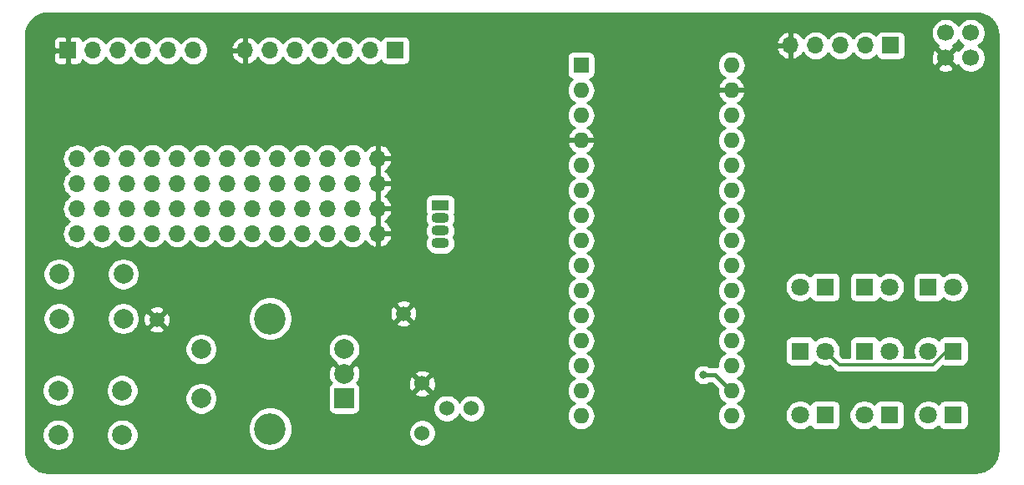
<source format=gbl>
G04 #@! TF.GenerationSoftware,KiCad,Pcbnew,(5.1.0)-1*
G04 #@! TF.CreationDate,2019-04-19T09:53:14+10:00*
G04 #@! TF.ProjectId,arduinoNanoDev,61726475-696e-46f4-9e61-6e6f4465762e,rev?*
G04 #@! TF.SameCoordinates,Original*
G04 #@! TF.FileFunction,Copper,L2,Bot*
G04 #@! TF.FilePolarity,Positive*
%FSLAX46Y46*%
G04 Gerber Fmt 4.6, Leading zero omitted, Abs format (unit mm)*
G04 Created by KiCad (PCBNEW (5.1.0)-1) date 2019-04-19 09:53:14*
%MOMM*%
%LPD*%
G04 APERTURE LIST*
%ADD10R,1.600000X1.600000*%
%ADD11O,1.600000X1.600000*%
%ADD12O,1.700000X1.700000*%
%ADD13R,1.700000X1.700000*%
%ADD14C,1.500000*%
%ADD15C,1.524000*%
%ADD16C,2.000000*%
%ADD17C,3.200000*%
%ADD18R,2.000000X2.000000*%
%ADD19C,1.700000*%
%ADD20O,1.800000X1.070000*%
%ADD21R,1.800000X1.070000*%
%ADD22R,1.800000X1.800000*%
%ADD23C,1.800000*%
%ADD24C,0.600000*%
%ADD25C,0.800000*%
%ADD26C,0.300000*%
%ADD27C,0.400000*%
%ADD28C,0.254000*%
G04 APERTURE END LIST*
D10*
X220000000Y-61000000D03*
D11*
X235240000Y-94020000D03*
X220000000Y-63540000D03*
X235240000Y-91480000D03*
X220000000Y-66080000D03*
X235240000Y-88940000D03*
X220000000Y-68620000D03*
X235240000Y-86400000D03*
X220000000Y-71160000D03*
X235240000Y-83860000D03*
X220000000Y-73700000D03*
X235240000Y-81320000D03*
X220000000Y-76240000D03*
X235240000Y-78780000D03*
X220000000Y-78780000D03*
X235240000Y-76240000D03*
X220000000Y-81320000D03*
X235240000Y-73700000D03*
X220000000Y-83860000D03*
X235240000Y-71160000D03*
X220000000Y-86400000D03*
X235240000Y-68620000D03*
X220000000Y-88940000D03*
X235240000Y-66080000D03*
X220000000Y-91480000D03*
X235240000Y-63540000D03*
X220000000Y-94020000D03*
X235240000Y-61000000D03*
X220000000Y-96560000D03*
X235240000Y-96560000D03*
D12*
X241240000Y-59000000D03*
X243780000Y-59000000D03*
X246320000Y-59000000D03*
X248860000Y-59000000D03*
D13*
X251400000Y-59000000D03*
D12*
X185960000Y-59500000D03*
X188500000Y-59500000D03*
X191040000Y-59500000D03*
X193580000Y-59500000D03*
X196120000Y-59500000D03*
X198660000Y-59500000D03*
D13*
X201200000Y-59500000D03*
D12*
X171450000Y-70485000D03*
X171450000Y-78105000D03*
X171450000Y-75565000D03*
X171450000Y-73025000D03*
X168910000Y-70485000D03*
X168910000Y-78105000D03*
X168910000Y-75565000D03*
X168910000Y-73025000D03*
X199390000Y-70450000D03*
X199390000Y-78070000D03*
X199390000Y-75530000D03*
X199390000Y-72990000D03*
X173990000Y-70450000D03*
X196850000Y-70450000D03*
X194310000Y-70450000D03*
X191770000Y-70450000D03*
X189230000Y-70450000D03*
X186690000Y-70450000D03*
X184150000Y-70450000D03*
X181610000Y-70450000D03*
X179070000Y-70450000D03*
X176530000Y-70450000D03*
X173990000Y-78070000D03*
X196850000Y-78070000D03*
X194310000Y-78070000D03*
X191770000Y-78070000D03*
X189230000Y-78070000D03*
X186690000Y-78070000D03*
X184150000Y-78070000D03*
X181610000Y-78070000D03*
X179070000Y-78070000D03*
X176530000Y-78070000D03*
X173990000Y-75530000D03*
X196850000Y-75530000D03*
X194310000Y-75530000D03*
X191770000Y-75530000D03*
X189230000Y-75530000D03*
X186690000Y-75530000D03*
X184150000Y-75530000D03*
X181610000Y-75530000D03*
X179070000Y-75530000D03*
X176530000Y-75530000D03*
X173990000Y-72990000D03*
X196850000Y-72990000D03*
X194310000Y-72990000D03*
X191770000Y-72990000D03*
X189230000Y-72990000D03*
X186690000Y-72990000D03*
X184150000Y-72990000D03*
X181610000Y-72990000D03*
X179070000Y-72990000D03*
X176530000Y-72990000D03*
D14*
X177000000Y-86800000D03*
X202000000Y-86200000D03*
D15*
X203900000Y-93300000D03*
X203900000Y-98300000D03*
X206400000Y-95800000D03*
X208900000Y-95800000D03*
D16*
X181500000Y-89800000D03*
X181500000Y-94800000D03*
D17*
X188500000Y-86700000D03*
X188500000Y-97900000D03*
D16*
X196000000Y-89800000D03*
X196000000Y-92300000D03*
D18*
X196000000Y-94800000D03*
D19*
X259520000Y-57730000D03*
X256980000Y-57730000D03*
X259520000Y-60270000D03*
X256980000Y-60270000D03*
D20*
X205750000Y-79060000D03*
X205750000Y-77790000D03*
X205750000Y-76520000D03*
D21*
X205750000Y-75250000D03*
D22*
X255210000Y-83500000D03*
D23*
X257750000Y-83500000D03*
D22*
X244750000Y-83500000D03*
D23*
X242210000Y-83500000D03*
X255210000Y-90000000D03*
D22*
X257750000Y-90000000D03*
D23*
X248710000Y-96500000D03*
D22*
X251250000Y-96500000D03*
X257750000Y-96500000D03*
D23*
X255210000Y-96500000D03*
X251290000Y-90000000D03*
D22*
X248750000Y-90000000D03*
X242250000Y-90000000D03*
D23*
X244790000Y-90000000D03*
D22*
X244750000Y-96500000D03*
D23*
X242210000Y-96500000D03*
X251290000Y-83500000D03*
D22*
X248750000Y-83500000D03*
D12*
X180700000Y-59500000D03*
X178160000Y-59500000D03*
X175620000Y-59500000D03*
X173080000Y-59500000D03*
X170540000Y-59500000D03*
D13*
X168000000Y-59500000D03*
D16*
X167000000Y-98500000D03*
X167000000Y-94000000D03*
X173500000Y-98500000D03*
X173500000Y-94000000D03*
X173600000Y-82200000D03*
X173600000Y-86700000D03*
X167100000Y-82200000D03*
X167100000Y-86700000D03*
D24*
X212100004Y-69900000D03*
X212150000Y-71850000D03*
X211850002Y-87650000D03*
D25*
X232400000Y-92400000D03*
D26*
X246190000Y-91400000D02*
X244790000Y-90000000D01*
X255660002Y-91400000D02*
X246190000Y-91400000D01*
X257750000Y-90000000D02*
X257060002Y-90000000D01*
X257060002Y-90000000D02*
X255660002Y-91400000D01*
D27*
X235220000Y-94020000D02*
X235240000Y-94020000D01*
X232400000Y-92400000D02*
X233600000Y-92400000D01*
X233600000Y-92400000D02*
X235220000Y-94020000D01*
D28*
G36*
X260444134Y-55756953D02*
G01*
X260871355Y-55885938D01*
X261265384Y-56095446D01*
X261611214Y-56377499D01*
X261895673Y-56721351D01*
X262107929Y-57113910D01*
X262239892Y-57540213D01*
X262290000Y-58016964D01*
X262290001Y-99965269D01*
X262243048Y-100444133D01*
X262114063Y-100871353D01*
X261904554Y-101265384D01*
X261622501Y-101611214D01*
X261278651Y-101895672D01*
X260886093Y-102107927D01*
X260459788Y-102239891D01*
X259983036Y-102290000D01*
X166034721Y-102290000D01*
X165555867Y-102243048D01*
X165128647Y-102114063D01*
X164734616Y-101904554D01*
X164388786Y-101622501D01*
X164104328Y-101278651D01*
X163892073Y-100886093D01*
X163760109Y-100459788D01*
X163710000Y-99983036D01*
X163710000Y-98338967D01*
X165365000Y-98338967D01*
X165365000Y-98661033D01*
X165427832Y-98976912D01*
X165551082Y-99274463D01*
X165730013Y-99542252D01*
X165957748Y-99769987D01*
X166225537Y-99948918D01*
X166523088Y-100072168D01*
X166838967Y-100135000D01*
X167161033Y-100135000D01*
X167476912Y-100072168D01*
X167774463Y-99948918D01*
X168042252Y-99769987D01*
X168269987Y-99542252D01*
X168448918Y-99274463D01*
X168572168Y-98976912D01*
X168635000Y-98661033D01*
X168635000Y-98338967D01*
X171865000Y-98338967D01*
X171865000Y-98661033D01*
X171927832Y-98976912D01*
X172051082Y-99274463D01*
X172230013Y-99542252D01*
X172457748Y-99769987D01*
X172725537Y-99948918D01*
X173023088Y-100072168D01*
X173338967Y-100135000D01*
X173661033Y-100135000D01*
X173976912Y-100072168D01*
X174274463Y-99948918D01*
X174542252Y-99769987D01*
X174769987Y-99542252D01*
X174948918Y-99274463D01*
X175072168Y-98976912D01*
X175135000Y-98661033D01*
X175135000Y-98338967D01*
X175072168Y-98023088D01*
X174948918Y-97725537D01*
X174918406Y-97679872D01*
X186265000Y-97679872D01*
X186265000Y-98120128D01*
X186350890Y-98551925D01*
X186519369Y-98958669D01*
X186763962Y-99324729D01*
X187075271Y-99636038D01*
X187441331Y-99880631D01*
X187848075Y-100049110D01*
X188279872Y-100135000D01*
X188720128Y-100135000D01*
X189151925Y-100049110D01*
X189558669Y-99880631D01*
X189924729Y-99636038D01*
X190236038Y-99324729D01*
X190480631Y-98958669D01*
X190649110Y-98551925D01*
X190726589Y-98162408D01*
X202503000Y-98162408D01*
X202503000Y-98437592D01*
X202556686Y-98707490D01*
X202661995Y-98961727D01*
X202814880Y-99190535D01*
X203009465Y-99385120D01*
X203238273Y-99538005D01*
X203492510Y-99643314D01*
X203762408Y-99697000D01*
X204037592Y-99697000D01*
X204307490Y-99643314D01*
X204561727Y-99538005D01*
X204790535Y-99385120D01*
X204985120Y-99190535D01*
X205138005Y-98961727D01*
X205243314Y-98707490D01*
X205297000Y-98437592D01*
X205297000Y-98162408D01*
X205243314Y-97892510D01*
X205138005Y-97638273D01*
X204985120Y-97409465D01*
X204790535Y-97214880D01*
X204561727Y-97061995D01*
X204307490Y-96956686D01*
X204037592Y-96903000D01*
X203762408Y-96903000D01*
X203492510Y-96956686D01*
X203238273Y-97061995D01*
X203009465Y-97214880D01*
X202814880Y-97409465D01*
X202661995Y-97638273D01*
X202556686Y-97892510D01*
X202503000Y-98162408D01*
X190726589Y-98162408D01*
X190735000Y-98120128D01*
X190735000Y-97679872D01*
X190649110Y-97248075D01*
X190480631Y-96841331D01*
X190236038Y-96475271D01*
X189924729Y-96163962D01*
X189558669Y-95919369D01*
X189151925Y-95750890D01*
X188720128Y-95665000D01*
X188279872Y-95665000D01*
X187848075Y-95750890D01*
X187441331Y-95919369D01*
X187075271Y-96163962D01*
X186763962Y-96475271D01*
X186519369Y-96841331D01*
X186350890Y-97248075D01*
X186265000Y-97679872D01*
X174918406Y-97679872D01*
X174769987Y-97457748D01*
X174542252Y-97230013D01*
X174274463Y-97051082D01*
X173976912Y-96927832D01*
X173661033Y-96865000D01*
X173338967Y-96865000D01*
X173023088Y-96927832D01*
X172725537Y-97051082D01*
X172457748Y-97230013D01*
X172230013Y-97457748D01*
X172051082Y-97725537D01*
X171927832Y-98023088D01*
X171865000Y-98338967D01*
X168635000Y-98338967D01*
X168572168Y-98023088D01*
X168448918Y-97725537D01*
X168269987Y-97457748D01*
X168042252Y-97230013D01*
X167774463Y-97051082D01*
X167476912Y-96927832D01*
X167161033Y-96865000D01*
X166838967Y-96865000D01*
X166523088Y-96927832D01*
X166225537Y-97051082D01*
X165957748Y-97230013D01*
X165730013Y-97457748D01*
X165551082Y-97725537D01*
X165427832Y-98023088D01*
X165365000Y-98338967D01*
X163710000Y-98338967D01*
X163710000Y-93838967D01*
X165365000Y-93838967D01*
X165365000Y-94161033D01*
X165427832Y-94476912D01*
X165551082Y-94774463D01*
X165730013Y-95042252D01*
X165957748Y-95269987D01*
X166225537Y-95448918D01*
X166523088Y-95572168D01*
X166838967Y-95635000D01*
X167161033Y-95635000D01*
X167476912Y-95572168D01*
X167774463Y-95448918D01*
X168042252Y-95269987D01*
X168269987Y-95042252D01*
X168448918Y-94774463D01*
X168572168Y-94476912D01*
X168635000Y-94161033D01*
X168635000Y-93838967D01*
X171865000Y-93838967D01*
X171865000Y-94161033D01*
X171927832Y-94476912D01*
X172051082Y-94774463D01*
X172230013Y-95042252D01*
X172457748Y-95269987D01*
X172725537Y-95448918D01*
X173023088Y-95572168D01*
X173338967Y-95635000D01*
X173661033Y-95635000D01*
X173976912Y-95572168D01*
X174274463Y-95448918D01*
X174542252Y-95269987D01*
X174769987Y-95042252D01*
X174948918Y-94774463D01*
X175005042Y-94638967D01*
X179865000Y-94638967D01*
X179865000Y-94961033D01*
X179927832Y-95276912D01*
X180051082Y-95574463D01*
X180230013Y-95842252D01*
X180457748Y-96069987D01*
X180725537Y-96248918D01*
X181023088Y-96372168D01*
X181338967Y-96435000D01*
X181661033Y-96435000D01*
X181976912Y-96372168D01*
X182274463Y-96248918D01*
X182542252Y-96069987D01*
X182769987Y-95842252D01*
X182948918Y-95574463D01*
X183072168Y-95276912D01*
X183135000Y-94961033D01*
X183135000Y-94638967D01*
X183072168Y-94323088D01*
X182948918Y-94025537D01*
X182769987Y-93757748D01*
X182542252Y-93530013D01*
X182274463Y-93351082D01*
X181976912Y-93227832D01*
X181661033Y-93165000D01*
X181338967Y-93165000D01*
X181023088Y-93227832D01*
X180725537Y-93351082D01*
X180457748Y-93530013D01*
X180230013Y-93757748D01*
X180051082Y-94025537D01*
X179927832Y-94323088D01*
X179865000Y-94638967D01*
X175005042Y-94638967D01*
X175072168Y-94476912D01*
X175135000Y-94161033D01*
X175135000Y-93838967D01*
X175072168Y-93523088D01*
X174948918Y-93225537D01*
X174769987Y-92957748D01*
X174542252Y-92730013D01*
X174274463Y-92551082D01*
X173976912Y-92427832D01*
X173661033Y-92365000D01*
X173338967Y-92365000D01*
X173023088Y-92427832D01*
X172725537Y-92551082D01*
X172457748Y-92730013D01*
X172230013Y-92957748D01*
X172051082Y-93225537D01*
X171927832Y-93523088D01*
X171865000Y-93838967D01*
X168635000Y-93838967D01*
X168572168Y-93523088D01*
X168448918Y-93225537D01*
X168269987Y-92957748D01*
X168042252Y-92730013D01*
X167774463Y-92551082D01*
X167476912Y-92427832D01*
X167161033Y-92365000D01*
X166838967Y-92365000D01*
X166523088Y-92427832D01*
X166225537Y-92551082D01*
X165957748Y-92730013D01*
X165730013Y-92957748D01*
X165551082Y-93225537D01*
X165427832Y-93523088D01*
X165365000Y-93838967D01*
X163710000Y-93838967D01*
X163710000Y-92362595D01*
X194358282Y-92362595D01*
X194402039Y-92681675D01*
X194507205Y-92986088D01*
X194600186Y-93160044D01*
X194749223Y-93214024D01*
X194645506Y-93269463D01*
X194548815Y-93348815D01*
X194469463Y-93445506D01*
X194410498Y-93555820D01*
X194374188Y-93675518D01*
X194361928Y-93800000D01*
X194361928Y-95800000D01*
X194374188Y-95924482D01*
X194410498Y-96044180D01*
X194469463Y-96154494D01*
X194548815Y-96251185D01*
X194645506Y-96330537D01*
X194755820Y-96389502D01*
X194875518Y-96425812D01*
X195000000Y-96438072D01*
X197000000Y-96438072D01*
X197124482Y-96425812D01*
X197244180Y-96389502D01*
X197354494Y-96330537D01*
X197451185Y-96251185D01*
X197530537Y-96154494D01*
X197589502Y-96044180D01*
X197625812Y-95924482D01*
X197638072Y-95800000D01*
X197638072Y-95662408D01*
X205003000Y-95662408D01*
X205003000Y-95937592D01*
X205056686Y-96207490D01*
X205161995Y-96461727D01*
X205314880Y-96690535D01*
X205509465Y-96885120D01*
X205738273Y-97038005D01*
X205992510Y-97143314D01*
X206262408Y-97197000D01*
X206537592Y-97197000D01*
X206807490Y-97143314D01*
X207061727Y-97038005D01*
X207290535Y-96885120D01*
X207485120Y-96690535D01*
X207638005Y-96461727D01*
X207650000Y-96432769D01*
X207661995Y-96461727D01*
X207814880Y-96690535D01*
X208009465Y-96885120D01*
X208238273Y-97038005D01*
X208492510Y-97143314D01*
X208762408Y-97197000D01*
X209037592Y-97197000D01*
X209307490Y-97143314D01*
X209561727Y-97038005D01*
X209790535Y-96885120D01*
X209985120Y-96690535D01*
X210138005Y-96461727D01*
X210243314Y-96207490D01*
X210297000Y-95937592D01*
X210297000Y-95662408D01*
X210243314Y-95392510D01*
X210138005Y-95138273D01*
X209985120Y-94909465D01*
X209790535Y-94714880D01*
X209561727Y-94561995D01*
X209307490Y-94456686D01*
X209037592Y-94403000D01*
X208762408Y-94403000D01*
X208492510Y-94456686D01*
X208238273Y-94561995D01*
X208009465Y-94714880D01*
X207814880Y-94909465D01*
X207661995Y-95138273D01*
X207650000Y-95167231D01*
X207638005Y-95138273D01*
X207485120Y-94909465D01*
X207290535Y-94714880D01*
X207061727Y-94561995D01*
X206807490Y-94456686D01*
X206537592Y-94403000D01*
X206262408Y-94403000D01*
X205992510Y-94456686D01*
X205738273Y-94561995D01*
X205509465Y-94714880D01*
X205314880Y-94909465D01*
X205161995Y-95138273D01*
X205056686Y-95392510D01*
X205003000Y-95662408D01*
X197638072Y-95662408D01*
X197638072Y-94265565D01*
X203114040Y-94265565D01*
X203181020Y-94505656D01*
X203430048Y-94622756D01*
X203697135Y-94689023D01*
X203972017Y-94701910D01*
X204244133Y-94660922D01*
X204503023Y-94567636D01*
X204618980Y-94505656D01*
X204685960Y-94265565D01*
X203900000Y-93479605D01*
X203114040Y-94265565D01*
X197638072Y-94265565D01*
X197638072Y-93800000D01*
X197625812Y-93675518D01*
X197589502Y-93555820D01*
X197530537Y-93445506D01*
X197470227Y-93372017D01*
X202498090Y-93372017D01*
X202539078Y-93644133D01*
X202632364Y-93903023D01*
X202694344Y-94018980D01*
X202934435Y-94085960D01*
X203720395Y-93300000D01*
X204079605Y-93300000D01*
X204865565Y-94085960D01*
X205105656Y-94018980D01*
X205222756Y-93769952D01*
X205289023Y-93502865D01*
X205301910Y-93227983D01*
X205260922Y-92955867D01*
X205167636Y-92696977D01*
X205105656Y-92581020D01*
X204865565Y-92514040D01*
X204079605Y-93300000D01*
X203720395Y-93300000D01*
X202934435Y-92514040D01*
X202694344Y-92581020D01*
X202577244Y-92830048D01*
X202510977Y-93097135D01*
X202498090Y-93372017D01*
X197470227Y-93372017D01*
X197451185Y-93348815D01*
X197354494Y-93269463D01*
X197250777Y-93214024D01*
X197399814Y-93160044D01*
X197540704Y-92870429D01*
X197622384Y-92558892D01*
X197635882Y-92334435D01*
X203114040Y-92334435D01*
X203900000Y-93120395D01*
X204685960Y-92334435D01*
X204618980Y-92094344D01*
X204369952Y-91977244D01*
X204102865Y-91910977D01*
X203827983Y-91898090D01*
X203555867Y-91939078D01*
X203296977Y-92032364D01*
X203181020Y-92094344D01*
X203114040Y-92334435D01*
X197635882Y-92334435D01*
X197641718Y-92237405D01*
X197597961Y-91918325D01*
X197492795Y-91613912D01*
X197399814Y-91439956D01*
X197135413Y-91344192D01*
X196179605Y-92300000D01*
X196193748Y-92314143D01*
X196014143Y-92493748D01*
X196000000Y-92479605D01*
X195985858Y-92493748D01*
X195806253Y-92314143D01*
X195820395Y-92300000D01*
X194864587Y-91344192D01*
X194600186Y-91439956D01*
X194459296Y-91729571D01*
X194377616Y-92041108D01*
X194358282Y-92362595D01*
X163710000Y-92362595D01*
X163710000Y-89638967D01*
X179865000Y-89638967D01*
X179865000Y-89961033D01*
X179927832Y-90276912D01*
X180051082Y-90574463D01*
X180230013Y-90842252D01*
X180457748Y-91069987D01*
X180725537Y-91248918D01*
X181023088Y-91372168D01*
X181338967Y-91435000D01*
X181661033Y-91435000D01*
X181976912Y-91372168D01*
X182274463Y-91248918D01*
X182542252Y-91069987D01*
X182769987Y-90842252D01*
X182948918Y-90574463D01*
X183072168Y-90276912D01*
X183135000Y-89961033D01*
X183135000Y-89638967D01*
X194365000Y-89638967D01*
X194365000Y-89961033D01*
X194427832Y-90276912D01*
X194551082Y-90574463D01*
X194730013Y-90842252D01*
X194957748Y-91069987D01*
X195054935Y-91134925D01*
X195044192Y-91164587D01*
X196000000Y-92120395D01*
X196955808Y-91164587D01*
X196945065Y-91134925D01*
X197042252Y-91069987D01*
X197269987Y-90842252D01*
X197448918Y-90574463D01*
X197572168Y-90276912D01*
X197635000Y-89961033D01*
X197635000Y-89638967D01*
X197572168Y-89323088D01*
X197448918Y-89025537D01*
X197269987Y-88757748D01*
X197042252Y-88530013D01*
X196774463Y-88351082D01*
X196476912Y-88227832D01*
X196161033Y-88165000D01*
X195838967Y-88165000D01*
X195523088Y-88227832D01*
X195225537Y-88351082D01*
X194957748Y-88530013D01*
X194730013Y-88757748D01*
X194551082Y-89025537D01*
X194427832Y-89323088D01*
X194365000Y-89638967D01*
X183135000Y-89638967D01*
X183072168Y-89323088D01*
X182948918Y-89025537D01*
X182769987Y-88757748D01*
X182542252Y-88530013D01*
X182274463Y-88351082D01*
X181976912Y-88227832D01*
X181661033Y-88165000D01*
X181338967Y-88165000D01*
X181023088Y-88227832D01*
X180725537Y-88351082D01*
X180457748Y-88530013D01*
X180230013Y-88757748D01*
X180051082Y-89025537D01*
X179927832Y-89323088D01*
X179865000Y-89638967D01*
X163710000Y-89638967D01*
X163710000Y-86538967D01*
X165465000Y-86538967D01*
X165465000Y-86861033D01*
X165527832Y-87176912D01*
X165651082Y-87474463D01*
X165830013Y-87742252D01*
X166057748Y-87969987D01*
X166325537Y-88148918D01*
X166623088Y-88272168D01*
X166938967Y-88335000D01*
X167261033Y-88335000D01*
X167576912Y-88272168D01*
X167874463Y-88148918D01*
X168142252Y-87969987D01*
X168369987Y-87742252D01*
X168548918Y-87474463D01*
X168672168Y-87176912D01*
X168735000Y-86861033D01*
X168735000Y-86538967D01*
X171965000Y-86538967D01*
X171965000Y-86861033D01*
X172027832Y-87176912D01*
X172151082Y-87474463D01*
X172330013Y-87742252D01*
X172557748Y-87969987D01*
X172825537Y-88148918D01*
X173123088Y-88272168D01*
X173438967Y-88335000D01*
X173761033Y-88335000D01*
X174076912Y-88272168D01*
X174374463Y-88148918D01*
X174642252Y-87969987D01*
X174855246Y-87756993D01*
X176222612Y-87756993D01*
X176288137Y-87995860D01*
X176535116Y-88111760D01*
X176799960Y-88177250D01*
X177072492Y-88189812D01*
X177342238Y-88148965D01*
X177598832Y-88056277D01*
X177711863Y-87995860D01*
X177777388Y-87756993D01*
X177000000Y-86979605D01*
X176222612Y-87756993D01*
X174855246Y-87756993D01*
X174869987Y-87742252D01*
X175048918Y-87474463D01*
X175172168Y-87176912D01*
X175232720Y-86872492D01*
X175610188Y-86872492D01*
X175651035Y-87142238D01*
X175743723Y-87398832D01*
X175804140Y-87511863D01*
X176043007Y-87577388D01*
X176820395Y-86800000D01*
X177179605Y-86800000D01*
X177956993Y-87577388D01*
X178195860Y-87511863D01*
X178311760Y-87264884D01*
X178377250Y-87000040D01*
X178389812Y-86727508D01*
X178352314Y-86479872D01*
X186265000Y-86479872D01*
X186265000Y-86920128D01*
X186350890Y-87351925D01*
X186519369Y-87758669D01*
X186763962Y-88124729D01*
X187075271Y-88436038D01*
X187441331Y-88680631D01*
X187848075Y-88849110D01*
X188279872Y-88935000D01*
X188720128Y-88935000D01*
X189151925Y-88849110D01*
X189558669Y-88680631D01*
X189924729Y-88436038D01*
X190236038Y-88124729D01*
X190480631Y-87758669D01*
X190649110Y-87351925D01*
X190687884Y-87156993D01*
X201222612Y-87156993D01*
X201288137Y-87395860D01*
X201535116Y-87511760D01*
X201799960Y-87577250D01*
X202072492Y-87589812D01*
X202342238Y-87548965D01*
X202598832Y-87456277D01*
X202711863Y-87395860D01*
X202777388Y-87156993D01*
X202000000Y-86379605D01*
X201222612Y-87156993D01*
X190687884Y-87156993D01*
X190735000Y-86920128D01*
X190735000Y-86479872D01*
X190693750Y-86272492D01*
X200610188Y-86272492D01*
X200651035Y-86542238D01*
X200743723Y-86798832D01*
X200804140Y-86911863D01*
X201043007Y-86977388D01*
X201820395Y-86200000D01*
X202179605Y-86200000D01*
X202956993Y-86977388D01*
X203195860Y-86911863D01*
X203311760Y-86664884D01*
X203377250Y-86400040D01*
X203389812Y-86127508D01*
X203348965Y-85857762D01*
X203256277Y-85601168D01*
X203195860Y-85488137D01*
X202956993Y-85422612D01*
X202179605Y-86200000D01*
X201820395Y-86200000D01*
X201043007Y-85422612D01*
X200804140Y-85488137D01*
X200688240Y-85735116D01*
X200622750Y-85999960D01*
X200610188Y-86272492D01*
X190693750Y-86272492D01*
X190649110Y-86048075D01*
X190480631Y-85641331D01*
X190236038Y-85275271D01*
X190203774Y-85243007D01*
X201222612Y-85243007D01*
X202000000Y-86020395D01*
X202777388Y-85243007D01*
X202711863Y-85004140D01*
X202464884Y-84888240D01*
X202200040Y-84822750D01*
X201927508Y-84810188D01*
X201657762Y-84851035D01*
X201401168Y-84943723D01*
X201288137Y-85004140D01*
X201222612Y-85243007D01*
X190203774Y-85243007D01*
X189924729Y-84963962D01*
X189558669Y-84719369D01*
X189151925Y-84550890D01*
X188720128Y-84465000D01*
X188279872Y-84465000D01*
X187848075Y-84550890D01*
X187441331Y-84719369D01*
X187075271Y-84963962D01*
X186763962Y-85275271D01*
X186519369Y-85641331D01*
X186350890Y-86048075D01*
X186265000Y-86479872D01*
X178352314Y-86479872D01*
X178348965Y-86457762D01*
X178256277Y-86201168D01*
X178195860Y-86088137D01*
X177956993Y-86022612D01*
X177179605Y-86800000D01*
X176820395Y-86800000D01*
X176043007Y-86022612D01*
X175804140Y-86088137D01*
X175688240Y-86335116D01*
X175622750Y-86599960D01*
X175610188Y-86872492D01*
X175232720Y-86872492D01*
X175235000Y-86861033D01*
X175235000Y-86538967D01*
X175172168Y-86223088D01*
X175048918Y-85925537D01*
X174993774Y-85843007D01*
X176222612Y-85843007D01*
X177000000Y-86620395D01*
X177777388Y-85843007D01*
X177711863Y-85604140D01*
X177464884Y-85488240D01*
X177200040Y-85422750D01*
X176927508Y-85410188D01*
X176657762Y-85451035D01*
X176401168Y-85543723D01*
X176288137Y-85604140D01*
X176222612Y-85843007D01*
X174993774Y-85843007D01*
X174869987Y-85657748D01*
X174642252Y-85430013D01*
X174374463Y-85251082D01*
X174076912Y-85127832D01*
X173761033Y-85065000D01*
X173438967Y-85065000D01*
X173123088Y-85127832D01*
X172825537Y-85251082D01*
X172557748Y-85430013D01*
X172330013Y-85657748D01*
X172151082Y-85925537D01*
X172027832Y-86223088D01*
X171965000Y-86538967D01*
X168735000Y-86538967D01*
X168672168Y-86223088D01*
X168548918Y-85925537D01*
X168369987Y-85657748D01*
X168142252Y-85430013D01*
X167874463Y-85251082D01*
X167576912Y-85127832D01*
X167261033Y-85065000D01*
X166938967Y-85065000D01*
X166623088Y-85127832D01*
X166325537Y-85251082D01*
X166057748Y-85430013D01*
X165830013Y-85657748D01*
X165651082Y-85925537D01*
X165527832Y-86223088D01*
X165465000Y-86538967D01*
X163710000Y-86538967D01*
X163710000Y-82038967D01*
X165465000Y-82038967D01*
X165465000Y-82361033D01*
X165527832Y-82676912D01*
X165651082Y-82974463D01*
X165830013Y-83242252D01*
X166057748Y-83469987D01*
X166325537Y-83648918D01*
X166623088Y-83772168D01*
X166938967Y-83835000D01*
X167261033Y-83835000D01*
X167576912Y-83772168D01*
X167874463Y-83648918D01*
X168142252Y-83469987D01*
X168369987Y-83242252D01*
X168548918Y-82974463D01*
X168672168Y-82676912D01*
X168735000Y-82361033D01*
X168735000Y-82038967D01*
X171965000Y-82038967D01*
X171965000Y-82361033D01*
X172027832Y-82676912D01*
X172151082Y-82974463D01*
X172330013Y-83242252D01*
X172557748Y-83469987D01*
X172825537Y-83648918D01*
X173123088Y-83772168D01*
X173438967Y-83835000D01*
X173761033Y-83835000D01*
X174076912Y-83772168D01*
X174374463Y-83648918D01*
X174642252Y-83469987D01*
X174869987Y-83242252D01*
X175048918Y-82974463D01*
X175172168Y-82676912D01*
X175235000Y-82361033D01*
X175235000Y-82038967D01*
X175172168Y-81723088D01*
X175048918Y-81425537D01*
X174869987Y-81157748D01*
X174642252Y-80930013D01*
X174374463Y-80751082D01*
X174076912Y-80627832D01*
X173761033Y-80565000D01*
X173438967Y-80565000D01*
X173123088Y-80627832D01*
X172825537Y-80751082D01*
X172557748Y-80930013D01*
X172330013Y-81157748D01*
X172151082Y-81425537D01*
X172027832Y-81723088D01*
X171965000Y-82038967D01*
X168735000Y-82038967D01*
X168672168Y-81723088D01*
X168548918Y-81425537D01*
X168369987Y-81157748D01*
X168142252Y-80930013D01*
X167874463Y-80751082D01*
X167576912Y-80627832D01*
X167261033Y-80565000D01*
X166938967Y-80565000D01*
X166623088Y-80627832D01*
X166325537Y-80751082D01*
X166057748Y-80930013D01*
X165830013Y-81157748D01*
X165651082Y-81425537D01*
X165527832Y-81723088D01*
X165465000Y-82038967D01*
X163710000Y-82038967D01*
X163710000Y-70485000D01*
X167417815Y-70485000D01*
X167446487Y-70776111D01*
X167531401Y-71056034D01*
X167669294Y-71314014D01*
X167854866Y-71540134D01*
X168080986Y-71725706D01*
X168135791Y-71755000D01*
X168080986Y-71784294D01*
X167854866Y-71969866D01*
X167669294Y-72195986D01*
X167531401Y-72453966D01*
X167446487Y-72733889D01*
X167417815Y-73025000D01*
X167446487Y-73316111D01*
X167531401Y-73596034D01*
X167669294Y-73854014D01*
X167854866Y-74080134D01*
X168080986Y-74265706D01*
X168135791Y-74295000D01*
X168080986Y-74324294D01*
X167854866Y-74509866D01*
X167669294Y-74735986D01*
X167531401Y-74993966D01*
X167446487Y-75273889D01*
X167417815Y-75565000D01*
X167446487Y-75856111D01*
X167531401Y-76136034D01*
X167669294Y-76394014D01*
X167854866Y-76620134D01*
X168080986Y-76805706D01*
X168135791Y-76835000D01*
X168080986Y-76864294D01*
X167854866Y-77049866D01*
X167669294Y-77275986D01*
X167531401Y-77533966D01*
X167446487Y-77813889D01*
X167417815Y-78105000D01*
X167446487Y-78396111D01*
X167531401Y-78676034D01*
X167669294Y-78934014D01*
X167854866Y-79160134D01*
X168080986Y-79345706D01*
X168338966Y-79483599D01*
X168618889Y-79568513D01*
X168837050Y-79590000D01*
X168982950Y-79590000D01*
X169201111Y-79568513D01*
X169481034Y-79483599D01*
X169739014Y-79345706D01*
X169965134Y-79160134D01*
X170150706Y-78934014D01*
X170180000Y-78879209D01*
X170209294Y-78934014D01*
X170394866Y-79160134D01*
X170620986Y-79345706D01*
X170878966Y-79483599D01*
X171158889Y-79568513D01*
X171377050Y-79590000D01*
X171522950Y-79590000D01*
X171741111Y-79568513D01*
X172021034Y-79483599D01*
X172279014Y-79345706D01*
X172505134Y-79160134D01*
X172690706Y-78934014D01*
X172729354Y-78861709D01*
X172749294Y-78899014D01*
X172934866Y-79125134D01*
X173160986Y-79310706D01*
X173418966Y-79448599D01*
X173698889Y-79533513D01*
X173917050Y-79555000D01*
X174062950Y-79555000D01*
X174281111Y-79533513D01*
X174561034Y-79448599D01*
X174819014Y-79310706D01*
X175045134Y-79125134D01*
X175230706Y-78899014D01*
X175260000Y-78844209D01*
X175289294Y-78899014D01*
X175474866Y-79125134D01*
X175700986Y-79310706D01*
X175958966Y-79448599D01*
X176238889Y-79533513D01*
X176457050Y-79555000D01*
X176602950Y-79555000D01*
X176821111Y-79533513D01*
X177101034Y-79448599D01*
X177359014Y-79310706D01*
X177585134Y-79125134D01*
X177770706Y-78899014D01*
X177800000Y-78844209D01*
X177829294Y-78899014D01*
X178014866Y-79125134D01*
X178240986Y-79310706D01*
X178498966Y-79448599D01*
X178778889Y-79533513D01*
X178997050Y-79555000D01*
X179142950Y-79555000D01*
X179361111Y-79533513D01*
X179641034Y-79448599D01*
X179899014Y-79310706D01*
X180125134Y-79125134D01*
X180310706Y-78899014D01*
X180340000Y-78844209D01*
X180369294Y-78899014D01*
X180554866Y-79125134D01*
X180780986Y-79310706D01*
X181038966Y-79448599D01*
X181318889Y-79533513D01*
X181537050Y-79555000D01*
X181682950Y-79555000D01*
X181901111Y-79533513D01*
X182181034Y-79448599D01*
X182439014Y-79310706D01*
X182665134Y-79125134D01*
X182850706Y-78899014D01*
X182880000Y-78844209D01*
X182909294Y-78899014D01*
X183094866Y-79125134D01*
X183320986Y-79310706D01*
X183578966Y-79448599D01*
X183858889Y-79533513D01*
X184077050Y-79555000D01*
X184222950Y-79555000D01*
X184441111Y-79533513D01*
X184721034Y-79448599D01*
X184979014Y-79310706D01*
X185205134Y-79125134D01*
X185390706Y-78899014D01*
X185420000Y-78844209D01*
X185449294Y-78899014D01*
X185634866Y-79125134D01*
X185860986Y-79310706D01*
X186118966Y-79448599D01*
X186398889Y-79533513D01*
X186617050Y-79555000D01*
X186762950Y-79555000D01*
X186981111Y-79533513D01*
X187261034Y-79448599D01*
X187519014Y-79310706D01*
X187745134Y-79125134D01*
X187930706Y-78899014D01*
X187960000Y-78844209D01*
X187989294Y-78899014D01*
X188174866Y-79125134D01*
X188400986Y-79310706D01*
X188658966Y-79448599D01*
X188938889Y-79533513D01*
X189157050Y-79555000D01*
X189302950Y-79555000D01*
X189521111Y-79533513D01*
X189801034Y-79448599D01*
X190059014Y-79310706D01*
X190285134Y-79125134D01*
X190470706Y-78899014D01*
X190500000Y-78844209D01*
X190529294Y-78899014D01*
X190714866Y-79125134D01*
X190940986Y-79310706D01*
X191198966Y-79448599D01*
X191478889Y-79533513D01*
X191697050Y-79555000D01*
X191842950Y-79555000D01*
X192061111Y-79533513D01*
X192341034Y-79448599D01*
X192599014Y-79310706D01*
X192825134Y-79125134D01*
X193010706Y-78899014D01*
X193040000Y-78844209D01*
X193069294Y-78899014D01*
X193254866Y-79125134D01*
X193480986Y-79310706D01*
X193738966Y-79448599D01*
X194018889Y-79533513D01*
X194237050Y-79555000D01*
X194382950Y-79555000D01*
X194601111Y-79533513D01*
X194881034Y-79448599D01*
X195139014Y-79310706D01*
X195365134Y-79125134D01*
X195550706Y-78899014D01*
X195580000Y-78844209D01*
X195609294Y-78899014D01*
X195794866Y-79125134D01*
X196020986Y-79310706D01*
X196278966Y-79448599D01*
X196558889Y-79533513D01*
X196777050Y-79555000D01*
X196922950Y-79555000D01*
X197141111Y-79533513D01*
X197421034Y-79448599D01*
X197679014Y-79310706D01*
X197905134Y-79125134D01*
X198090706Y-78899014D01*
X198121584Y-78841244D01*
X198292412Y-79070269D01*
X198508645Y-79265178D01*
X198758748Y-79414157D01*
X199033109Y-79511481D01*
X199263000Y-79390814D01*
X199263000Y-78197000D01*
X199517000Y-78197000D01*
X199517000Y-79390814D01*
X199746891Y-79511481D01*
X200021252Y-79414157D01*
X200271355Y-79265178D01*
X200487588Y-79070269D01*
X200661641Y-78836920D01*
X200786825Y-78574099D01*
X200831476Y-78426890D01*
X200710155Y-78197000D01*
X199517000Y-78197000D01*
X199263000Y-78197000D01*
X199243000Y-78197000D01*
X199243000Y-77943000D01*
X199263000Y-77943000D01*
X199263000Y-75657000D01*
X199517000Y-75657000D01*
X199517000Y-77943000D01*
X200710155Y-77943000D01*
X200831476Y-77713110D01*
X200786825Y-77565901D01*
X200661641Y-77303080D01*
X200487588Y-77069731D01*
X200271355Y-76874822D01*
X200145745Y-76800000D01*
X200271355Y-76725178D01*
X200487588Y-76530269D01*
X200495247Y-76520000D01*
X204209339Y-76520000D01*
X204231929Y-76749360D01*
X204298831Y-76969906D01*
X204397766Y-77155000D01*
X204298831Y-77340094D01*
X204231929Y-77560640D01*
X204209339Y-77790000D01*
X204231929Y-78019360D01*
X204298831Y-78239906D01*
X204397766Y-78425000D01*
X204298831Y-78610094D01*
X204231929Y-78830640D01*
X204209339Y-79060000D01*
X204231929Y-79289360D01*
X204298831Y-79509906D01*
X204407474Y-79713162D01*
X204553682Y-79891318D01*
X204731838Y-80037526D01*
X204935094Y-80146169D01*
X205155640Y-80213071D01*
X205327523Y-80230000D01*
X206172477Y-80230000D01*
X206344360Y-80213071D01*
X206564906Y-80146169D01*
X206768162Y-80037526D01*
X206946318Y-79891318D01*
X207092526Y-79713162D01*
X207201169Y-79509906D01*
X207268071Y-79289360D01*
X207290661Y-79060000D01*
X207268071Y-78830640D01*
X207201169Y-78610094D01*
X207102234Y-78425000D01*
X207201169Y-78239906D01*
X207268071Y-78019360D01*
X207290661Y-77790000D01*
X207268071Y-77560640D01*
X207201169Y-77340094D01*
X207102234Y-77155000D01*
X207201169Y-76969906D01*
X207268071Y-76749360D01*
X207290661Y-76520000D01*
X207268071Y-76290640D01*
X207207130Y-76089743D01*
X207239502Y-76029180D01*
X207275812Y-75909482D01*
X207288072Y-75785000D01*
X207288072Y-74715000D01*
X207275812Y-74590518D01*
X207239502Y-74470820D01*
X207180537Y-74360506D01*
X207101185Y-74263815D01*
X207004494Y-74184463D01*
X206894180Y-74125498D01*
X206774482Y-74089188D01*
X206650000Y-74076928D01*
X204850000Y-74076928D01*
X204725518Y-74089188D01*
X204605820Y-74125498D01*
X204495506Y-74184463D01*
X204398815Y-74263815D01*
X204319463Y-74360506D01*
X204260498Y-74470820D01*
X204224188Y-74590518D01*
X204211928Y-74715000D01*
X204211928Y-75785000D01*
X204224188Y-75909482D01*
X204260498Y-76029180D01*
X204292870Y-76089743D01*
X204231929Y-76290640D01*
X204209339Y-76520000D01*
X200495247Y-76520000D01*
X200661641Y-76296920D01*
X200786825Y-76034099D01*
X200831476Y-75886890D01*
X200710155Y-75657000D01*
X199517000Y-75657000D01*
X199263000Y-75657000D01*
X199243000Y-75657000D01*
X199243000Y-75403000D01*
X199263000Y-75403000D01*
X199263000Y-73117000D01*
X199517000Y-73117000D01*
X199517000Y-75403000D01*
X200710155Y-75403000D01*
X200831476Y-75173110D01*
X200786825Y-75025901D01*
X200661641Y-74763080D01*
X200487588Y-74529731D01*
X200271355Y-74334822D01*
X200145745Y-74260000D01*
X200271355Y-74185178D01*
X200487588Y-73990269D01*
X200661641Y-73756920D01*
X200786825Y-73494099D01*
X200831476Y-73346890D01*
X200710155Y-73117000D01*
X199517000Y-73117000D01*
X199263000Y-73117000D01*
X199243000Y-73117000D01*
X199243000Y-72863000D01*
X199263000Y-72863000D01*
X199263000Y-70577000D01*
X199517000Y-70577000D01*
X199517000Y-72863000D01*
X200710155Y-72863000D01*
X200831476Y-72633110D01*
X200786825Y-72485901D01*
X200661641Y-72223080D01*
X200487588Y-71989731D01*
X200271355Y-71794822D01*
X200145745Y-71720000D01*
X200271355Y-71645178D01*
X200487588Y-71450269D01*
X200661641Y-71216920D01*
X200688752Y-71160000D01*
X218558057Y-71160000D01*
X218585764Y-71441309D01*
X218667818Y-71711808D01*
X218801068Y-71961101D01*
X218980392Y-72179608D01*
X219198899Y-72358932D01*
X219331858Y-72430000D01*
X219198899Y-72501068D01*
X218980392Y-72680392D01*
X218801068Y-72898899D01*
X218667818Y-73148192D01*
X218585764Y-73418691D01*
X218558057Y-73700000D01*
X218585764Y-73981309D01*
X218667818Y-74251808D01*
X218801068Y-74501101D01*
X218980392Y-74719608D01*
X219198899Y-74898932D01*
X219331858Y-74970000D01*
X219198899Y-75041068D01*
X218980392Y-75220392D01*
X218801068Y-75438899D01*
X218667818Y-75688192D01*
X218585764Y-75958691D01*
X218558057Y-76240000D01*
X218585764Y-76521309D01*
X218667818Y-76791808D01*
X218801068Y-77041101D01*
X218980392Y-77259608D01*
X219198899Y-77438932D01*
X219331858Y-77510000D01*
X219198899Y-77581068D01*
X218980392Y-77760392D01*
X218801068Y-77978899D01*
X218667818Y-78228192D01*
X218585764Y-78498691D01*
X218558057Y-78780000D01*
X218585764Y-79061309D01*
X218667818Y-79331808D01*
X218801068Y-79581101D01*
X218980392Y-79799608D01*
X219198899Y-79978932D01*
X219331858Y-80050000D01*
X219198899Y-80121068D01*
X218980392Y-80300392D01*
X218801068Y-80518899D01*
X218667818Y-80768192D01*
X218585764Y-81038691D01*
X218558057Y-81320000D01*
X218585764Y-81601309D01*
X218667818Y-81871808D01*
X218801068Y-82121101D01*
X218980392Y-82339608D01*
X219198899Y-82518932D01*
X219331858Y-82590000D01*
X219198899Y-82661068D01*
X218980392Y-82840392D01*
X218801068Y-83058899D01*
X218667818Y-83308192D01*
X218585764Y-83578691D01*
X218558057Y-83860000D01*
X218585764Y-84141309D01*
X218667818Y-84411808D01*
X218801068Y-84661101D01*
X218980392Y-84879608D01*
X219198899Y-85058932D01*
X219331858Y-85130000D01*
X219198899Y-85201068D01*
X218980392Y-85380392D01*
X218801068Y-85598899D01*
X218667818Y-85848192D01*
X218585764Y-86118691D01*
X218558057Y-86400000D01*
X218585764Y-86681309D01*
X218667818Y-86951808D01*
X218801068Y-87201101D01*
X218980392Y-87419608D01*
X219198899Y-87598932D01*
X219331858Y-87670000D01*
X219198899Y-87741068D01*
X218980392Y-87920392D01*
X218801068Y-88138899D01*
X218667818Y-88388192D01*
X218585764Y-88658691D01*
X218558057Y-88940000D01*
X218585764Y-89221309D01*
X218667818Y-89491808D01*
X218801068Y-89741101D01*
X218980392Y-89959608D01*
X219198899Y-90138932D01*
X219331858Y-90210000D01*
X219198899Y-90281068D01*
X218980392Y-90460392D01*
X218801068Y-90678899D01*
X218667818Y-90928192D01*
X218585764Y-91198691D01*
X218558057Y-91480000D01*
X218585764Y-91761309D01*
X218667818Y-92031808D01*
X218801068Y-92281101D01*
X218980392Y-92499608D01*
X219198899Y-92678932D01*
X219331858Y-92750000D01*
X219198899Y-92821068D01*
X218980392Y-93000392D01*
X218801068Y-93218899D01*
X218667818Y-93468192D01*
X218585764Y-93738691D01*
X218558057Y-94020000D01*
X218585764Y-94301309D01*
X218667818Y-94571808D01*
X218801068Y-94821101D01*
X218980392Y-95039608D01*
X219198899Y-95218932D01*
X219331858Y-95290000D01*
X219198899Y-95361068D01*
X218980392Y-95540392D01*
X218801068Y-95758899D01*
X218667818Y-96008192D01*
X218585764Y-96278691D01*
X218558057Y-96560000D01*
X218585764Y-96841309D01*
X218667818Y-97111808D01*
X218801068Y-97361101D01*
X218980392Y-97579608D01*
X219198899Y-97758932D01*
X219448192Y-97892182D01*
X219718691Y-97974236D01*
X219929508Y-97995000D01*
X220070492Y-97995000D01*
X220281309Y-97974236D01*
X220551808Y-97892182D01*
X220801101Y-97758932D01*
X221019608Y-97579608D01*
X221198932Y-97361101D01*
X221332182Y-97111808D01*
X221414236Y-96841309D01*
X221441943Y-96560000D01*
X221414236Y-96278691D01*
X221332182Y-96008192D01*
X221198932Y-95758899D01*
X221019608Y-95540392D01*
X220801101Y-95361068D01*
X220668142Y-95290000D01*
X220801101Y-95218932D01*
X221019608Y-95039608D01*
X221198932Y-94821101D01*
X221332182Y-94571808D01*
X221414236Y-94301309D01*
X221441943Y-94020000D01*
X221414236Y-93738691D01*
X221332182Y-93468192D01*
X221198932Y-93218899D01*
X221019608Y-93000392D01*
X220801101Y-92821068D01*
X220668142Y-92750000D01*
X220801101Y-92678932D01*
X221019608Y-92499608D01*
X221185013Y-92298061D01*
X231365000Y-92298061D01*
X231365000Y-92501939D01*
X231404774Y-92701898D01*
X231482795Y-92890256D01*
X231596063Y-93059774D01*
X231740226Y-93203937D01*
X231909744Y-93317205D01*
X232098102Y-93395226D01*
X232298061Y-93435000D01*
X232501939Y-93435000D01*
X232701898Y-93395226D01*
X232890256Y-93317205D01*
X233013285Y-93235000D01*
X233254133Y-93235000D01*
X233819672Y-93800540D01*
X233798057Y-94020000D01*
X233825764Y-94301309D01*
X233907818Y-94571808D01*
X234041068Y-94821101D01*
X234220392Y-95039608D01*
X234438899Y-95218932D01*
X234571858Y-95290000D01*
X234438899Y-95361068D01*
X234220392Y-95540392D01*
X234041068Y-95758899D01*
X233907818Y-96008192D01*
X233825764Y-96278691D01*
X233798057Y-96560000D01*
X233825764Y-96841309D01*
X233907818Y-97111808D01*
X234041068Y-97361101D01*
X234220392Y-97579608D01*
X234438899Y-97758932D01*
X234688192Y-97892182D01*
X234958691Y-97974236D01*
X235169508Y-97995000D01*
X235310492Y-97995000D01*
X235521309Y-97974236D01*
X235791808Y-97892182D01*
X236041101Y-97758932D01*
X236259608Y-97579608D01*
X236438932Y-97361101D01*
X236572182Y-97111808D01*
X236654236Y-96841309D01*
X236681943Y-96560000D01*
X236661143Y-96348816D01*
X240675000Y-96348816D01*
X240675000Y-96651184D01*
X240733989Y-96947743D01*
X240849701Y-97227095D01*
X241017688Y-97478505D01*
X241231495Y-97692312D01*
X241482905Y-97860299D01*
X241762257Y-97976011D01*
X242058816Y-98035000D01*
X242361184Y-98035000D01*
X242657743Y-97976011D01*
X242937095Y-97860299D01*
X243188505Y-97692312D01*
X243254944Y-97625873D01*
X243260498Y-97644180D01*
X243319463Y-97754494D01*
X243398815Y-97851185D01*
X243495506Y-97930537D01*
X243605820Y-97989502D01*
X243725518Y-98025812D01*
X243850000Y-98038072D01*
X245650000Y-98038072D01*
X245774482Y-98025812D01*
X245894180Y-97989502D01*
X246004494Y-97930537D01*
X246101185Y-97851185D01*
X246180537Y-97754494D01*
X246239502Y-97644180D01*
X246275812Y-97524482D01*
X246288072Y-97400000D01*
X246288072Y-96348816D01*
X247175000Y-96348816D01*
X247175000Y-96651184D01*
X247233989Y-96947743D01*
X247349701Y-97227095D01*
X247517688Y-97478505D01*
X247731495Y-97692312D01*
X247982905Y-97860299D01*
X248262257Y-97976011D01*
X248558816Y-98035000D01*
X248861184Y-98035000D01*
X249157743Y-97976011D01*
X249437095Y-97860299D01*
X249688505Y-97692312D01*
X249754944Y-97625873D01*
X249760498Y-97644180D01*
X249819463Y-97754494D01*
X249898815Y-97851185D01*
X249995506Y-97930537D01*
X250105820Y-97989502D01*
X250225518Y-98025812D01*
X250350000Y-98038072D01*
X252150000Y-98038072D01*
X252274482Y-98025812D01*
X252394180Y-97989502D01*
X252504494Y-97930537D01*
X252601185Y-97851185D01*
X252680537Y-97754494D01*
X252739502Y-97644180D01*
X252775812Y-97524482D01*
X252788072Y-97400000D01*
X252788072Y-96348816D01*
X253675000Y-96348816D01*
X253675000Y-96651184D01*
X253733989Y-96947743D01*
X253849701Y-97227095D01*
X254017688Y-97478505D01*
X254231495Y-97692312D01*
X254482905Y-97860299D01*
X254762257Y-97976011D01*
X255058816Y-98035000D01*
X255361184Y-98035000D01*
X255657743Y-97976011D01*
X255937095Y-97860299D01*
X256188505Y-97692312D01*
X256254944Y-97625873D01*
X256260498Y-97644180D01*
X256319463Y-97754494D01*
X256398815Y-97851185D01*
X256495506Y-97930537D01*
X256605820Y-97989502D01*
X256725518Y-98025812D01*
X256850000Y-98038072D01*
X258650000Y-98038072D01*
X258774482Y-98025812D01*
X258894180Y-97989502D01*
X259004494Y-97930537D01*
X259101185Y-97851185D01*
X259180537Y-97754494D01*
X259239502Y-97644180D01*
X259275812Y-97524482D01*
X259288072Y-97400000D01*
X259288072Y-95600000D01*
X259275812Y-95475518D01*
X259239502Y-95355820D01*
X259180537Y-95245506D01*
X259101185Y-95148815D01*
X259004494Y-95069463D01*
X258894180Y-95010498D01*
X258774482Y-94974188D01*
X258650000Y-94961928D01*
X256850000Y-94961928D01*
X256725518Y-94974188D01*
X256605820Y-95010498D01*
X256495506Y-95069463D01*
X256398815Y-95148815D01*
X256319463Y-95245506D01*
X256260498Y-95355820D01*
X256254944Y-95374127D01*
X256188505Y-95307688D01*
X255937095Y-95139701D01*
X255657743Y-95023989D01*
X255361184Y-94965000D01*
X255058816Y-94965000D01*
X254762257Y-95023989D01*
X254482905Y-95139701D01*
X254231495Y-95307688D01*
X254017688Y-95521495D01*
X253849701Y-95772905D01*
X253733989Y-96052257D01*
X253675000Y-96348816D01*
X252788072Y-96348816D01*
X252788072Y-95600000D01*
X252775812Y-95475518D01*
X252739502Y-95355820D01*
X252680537Y-95245506D01*
X252601185Y-95148815D01*
X252504494Y-95069463D01*
X252394180Y-95010498D01*
X252274482Y-94974188D01*
X252150000Y-94961928D01*
X250350000Y-94961928D01*
X250225518Y-94974188D01*
X250105820Y-95010498D01*
X249995506Y-95069463D01*
X249898815Y-95148815D01*
X249819463Y-95245506D01*
X249760498Y-95355820D01*
X249754944Y-95374127D01*
X249688505Y-95307688D01*
X249437095Y-95139701D01*
X249157743Y-95023989D01*
X248861184Y-94965000D01*
X248558816Y-94965000D01*
X248262257Y-95023989D01*
X247982905Y-95139701D01*
X247731495Y-95307688D01*
X247517688Y-95521495D01*
X247349701Y-95772905D01*
X247233989Y-96052257D01*
X247175000Y-96348816D01*
X246288072Y-96348816D01*
X246288072Y-95600000D01*
X246275812Y-95475518D01*
X246239502Y-95355820D01*
X246180537Y-95245506D01*
X246101185Y-95148815D01*
X246004494Y-95069463D01*
X245894180Y-95010498D01*
X245774482Y-94974188D01*
X245650000Y-94961928D01*
X243850000Y-94961928D01*
X243725518Y-94974188D01*
X243605820Y-95010498D01*
X243495506Y-95069463D01*
X243398815Y-95148815D01*
X243319463Y-95245506D01*
X243260498Y-95355820D01*
X243254944Y-95374127D01*
X243188505Y-95307688D01*
X242937095Y-95139701D01*
X242657743Y-95023989D01*
X242361184Y-94965000D01*
X242058816Y-94965000D01*
X241762257Y-95023989D01*
X241482905Y-95139701D01*
X241231495Y-95307688D01*
X241017688Y-95521495D01*
X240849701Y-95772905D01*
X240733989Y-96052257D01*
X240675000Y-96348816D01*
X236661143Y-96348816D01*
X236654236Y-96278691D01*
X236572182Y-96008192D01*
X236438932Y-95758899D01*
X236259608Y-95540392D01*
X236041101Y-95361068D01*
X235908142Y-95290000D01*
X236041101Y-95218932D01*
X236259608Y-95039608D01*
X236438932Y-94821101D01*
X236572182Y-94571808D01*
X236654236Y-94301309D01*
X236681943Y-94020000D01*
X236654236Y-93738691D01*
X236572182Y-93468192D01*
X236438932Y-93218899D01*
X236259608Y-93000392D01*
X236041101Y-92821068D01*
X235908142Y-92750000D01*
X236041101Y-92678932D01*
X236259608Y-92499608D01*
X236438932Y-92281101D01*
X236572182Y-92031808D01*
X236654236Y-91761309D01*
X236681943Y-91480000D01*
X236654236Y-91198691D01*
X236572182Y-90928192D01*
X236438932Y-90678899D01*
X236259608Y-90460392D01*
X236041101Y-90281068D01*
X235908142Y-90210000D01*
X236041101Y-90138932D01*
X236259608Y-89959608D01*
X236438932Y-89741101D01*
X236572182Y-89491808D01*
X236654236Y-89221309D01*
X236666184Y-89100000D01*
X240711928Y-89100000D01*
X240711928Y-90900000D01*
X240724188Y-91024482D01*
X240760498Y-91144180D01*
X240819463Y-91254494D01*
X240898815Y-91351185D01*
X240995506Y-91430537D01*
X241105820Y-91489502D01*
X241225518Y-91525812D01*
X241350000Y-91538072D01*
X243150000Y-91538072D01*
X243274482Y-91525812D01*
X243394180Y-91489502D01*
X243504494Y-91430537D01*
X243601185Y-91351185D01*
X243680537Y-91254494D01*
X243739502Y-91144180D01*
X243745056Y-91125873D01*
X243811495Y-91192312D01*
X244062905Y-91360299D01*
X244342257Y-91476011D01*
X244638816Y-91535000D01*
X244941184Y-91535000D01*
X245169440Y-91489597D01*
X245607658Y-91927816D01*
X245632236Y-91957764D01*
X245662184Y-91982342D01*
X245662187Y-91982345D01*
X245691559Y-92006450D01*
X245751767Y-92055862D01*
X245872501Y-92120395D01*
X245888140Y-92128754D01*
X246036113Y-92173642D01*
X246111026Y-92181020D01*
X246151439Y-92185000D01*
X246151444Y-92185000D01*
X246190000Y-92188797D01*
X246228555Y-92185000D01*
X255621449Y-92185000D01*
X255660002Y-92188797D01*
X255698555Y-92185000D01*
X255698563Y-92185000D01*
X255813889Y-92173641D01*
X255961862Y-92128754D01*
X256098235Y-92055862D01*
X256217766Y-91957764D01*
X256242349Y-91927810D01*
X256663239Y-91506920D01*
X256725518Y-91525812D01*
X256850000Y-91538072D01*
X258650000Y-91538072D01*
X258774482Y-91525812D01*
X258894180Y-91489502D01*
X259004494Y-91430537D01*
X259101185Y-91351185D01*
X259180537Y-91254494D01*
X259239502Y-91144180D01*
X259275812Y-91024482D01*
X259288072Y-90900000D01*
X259288072Y-89100000D01*
X259275812Y-88975518D01*
X259239502Y-88855820D01*
X259180537Y-88745506D01*
X259101185Y-88648815D01*
X259004494Y-88569463D01*
X258894180Y-88510498D01*
X258774482Y-88474188D01*
X258650000Y-88461928D01*
X256850000Y-88461928D01*
X256725518Y-88474188D01*
X256605820Y-88510498D01*
X256495506Y-88569463D01*
X256398815Y-88648815D01*
X256319463Y-88745506D01*
X256260498Y-88855820D01*
X256254944Y-88874127D01*
X256188505Y-88807688D01*
X255937095Y-88639701D01*
X255657743Y-88523989D01*
X255361184Y-88465000D01*
X255058816Y-88465000D01*
X254762257Y-88523989D01*
X254482905Y-88639701D01*
X254231495Y-88807688D01*
X254017688Y-89021495D01*
X253849701Y-89272905D01*
X253733989Y-89552257D01*
X253675000Y-89848816D01*
X253675000Y-90151184D01*
X253733989Y-90447743D01*
X253803269Y-90615000D01*
X252696731Y-90615000D01*
X252766011Y-90447743D01*
X252825000Y-90151184D01*
X252825000Y-89848816D01*
X252766011Y-89552257D01*
X252650299Y-89272905D01*
X252482312Y-89021495D01*
X252268505Y-88807688D01*
X252017095Y-88639701D01*
X251737743Y-88523989D01*
X251441184Y-88465000D01*
X251138816Y-88465000D01*
X250842257Y-88523989D01*
X250562905Y-88639701D01*
X250311495Y-88807688D01*
X250245056Y-88874127D01*
X250239502Y-88855820D01*
X250180537Y-88745506D01*
X250101185Y-88648815D01*
X250004494Y-88569463D01*
X249894180Y-88510498D01*
X249774482Y-88474188D01*
X249650000Y-88461928D01*
X247850000Y-88461928D01*
X247725518Y-88474188D01*
X247605820Y-88510498D01*
X247495506Y-88569463D01*
X247398815Y-88648815D01*
X247319463Y-88745506D01*
X247260498Y-88855820D01*
X247224188Y-88975518D01*
X247211928Y-89100000D01*
X247211928Y-90615000D01*
X246515158Y-90615000D01*
X246279597Y-90379440D01*
X246325000Y-90151184D01*
X246325000Y-89848816D01*
X246266011Y-89552257D01*
X246150299Y-89272905D01*
X245982312Y-89021495D01*
X245768505Y-88807688D01*
X245517095Y-88639701D01*
X245237743Y-88523989D01*
X244941184Y-88465000D01*
X244638816Y-88465000D01*
X244342257Y-88523989D01*
X244062905Y-88639701D01*
X243811495Y-88807688D01*
X243745056Y-88874127D01*
X243739502Y-88855820D01*
X243680537Y-88745506D01*
X243601185Y-88648815D01*
X243504494Y-88569463D01*
X243394180Y-88510498D01*
X243274482Y-88474188D01*
X243150000Y-88461928D01*
X241350000Y-88461928D01*
X241225518Y-88474188D01*
X241105820Y-88510498D01*
X240995506Y-88569463D01*
X240898815Y-88648815D01*
X240819463Y-88745506D01*
X240760498Y-88855820D01*
X240724188Y-88975518D01*
X240711928Y-89100000D01*
X236666184Y-89100000D01*
X236681943Y-88940000D01*
X236654236Y-88658691D01*
X236572182Y-88388192D01*
X236438932Y-88138899D01*
X236259608Y-87920392D01*
X236041101Y-87741068D01*
X235908142Y-87670000D01*
X236041101Y-87598932D01*
X236259608Y-87419608D01*
X236438932Y-87201101D01*
X236572182Y-86951808D01*
X236654236Y-86681309D01*
X236681943Y-86400000D01*
X236654236Y-86118691D01*
X236572182Y-85848192D01*
X236438932Y-85598899D01*
X236259608Y-85380392D01*
X236041101Y-85201068D01*
X235908142Y-85130000D01*
X236041101Y-85058932D01*
X236259608Y-84879608D01*
X236438932Y-84661101D01*
X236572182Y-84411808D01*
X236654236Y-84141309D01*
X236681943Y-83860000D01*
X236654236Y-83578691D01*
X236584506Y-83348816D01*
X240675000Y-83348816D01*
X240675000Y-83651184D01*
X240733989Y-83947743D01*
X240849701Y-84227095D01*
X241017688Y-84478505D01*
X241231495Y-84692312D01*
X241482905Y-84860299D01*
X241762257Y-84976011D01*
X242058816Y-85035000D01*
X242361184Y-85035000D01*
X242657743Y-84976011D01*
X242937095Y-84860299D01*
X243188505Y-84692312D01*
X243254944Y-84625873D01*
X243260498Y-84644180D01*
X243319463Y-84754494D01*
X243398815Y-84851185D01*
X243495506Y-84930537D01*
X243605820Y-84989502D01*
X243725518Y-85025812D01*
X243850000Y-85038072D01*
X245650000Y-85038072D01*
X245774482Y-85025812D01*
X245894180Y-84989502D01*
X246004494Y-84930537D01*
X246101185Y-84851185D01*
X246180537Y-84754494D01*
X246239502Y-84644180D01*
X246275812Y-84524482D01*
X246288072Y-84400000D01*
X246288072Y-82600000D01*
X247211928Y-82600000D01*
X247211928Y-84400000D01*
X247224188Y-84524482D01*
X247260498Y-84644180D01*
X247319463Y-84754494D01*
X247398815Y-84851185D01*
X247495506Y-84930537D01*
X247605820Y-84989502D01*
X247725518Y-85025812D01*
X247850000Y-85038072D01*
X249650000Y-85038072D01*
X249774482Y-85025812D01*
X249894180Y-84989502D01*
X250004494Y-84930537D01*
X250101185Y-84851185D01*
X250180537Y-84754494D01*
X250239502Y-84644180D01*
X250245056Y-84625873D01*
X250311495Y-84692312D01*
X250562905Y-84860299D01*
X250842257Y-84976011D01*
X251138816Y-85035000D01*
X251441184Y-85035000D01*
X251737743Y-84976011D01*
X252017095Y-84860299D01*
X252268505Y-84692312D01*
X252482312Y-84478505D01*
X252650299Y-84227095D01*
X252766011Y-83947743D01*
X252825000Y-83651184D01*
X252825000Y-83348816D01*
X252766011Y-83052257D01*
X252650299Y-82772905D01*
X252534768Y-82600000D01*
X253671928Y-82600000D01*
X253671928Y-84400000D01*
X253684188Y-84524482D01*
X253720498Y-84644180D01*
X253779463Y-84754494D01*
X253858815Y-84851185D01*
X253955506Y-84930537D01*
X254065820Y-84989502D01*
X254185518Y-85025812D01*
X254310000Y-85038072D01*
X256110000Y-85038072D01*
X256234482Y-85025812D01*
X256354180Y-84989502D01*
X256464494Y-84930537D01*
X256561185Y-84851185D01*
X256640537Y-84754494D01*
X256699502Y-84644180D01*
X256705056Y-84625873D01*
X256771495Y-84692312D01*
X257022905Y-84860299D01*
X257302257Y-84976011D01*
X257598816Y-85035000D01*
X257901184Y-85035000D01*
X258197743Y-84976011D01*
X258477095Y-84860299D01*
X258728505Y-84692312D01*
X258942312Y-84478505D01*
X259110299Y-84227095D01*
X259226011Y-83947743D01*
X259285000Y-83651184D01*
X259285000Y-83348816D01*
X259226011Y-83052257D01*
X259110299Y-82772905D01*
X258942312Y-82521495D01*
X258728505Y-82307688D01*
X258477095Y-82139701D01*
X258197743Y-82023989D01*
X257901184Y-81965000D01*
X257598816Y-81965000D01*
X257302257Y-82023989D01*
X257022905Y-82139701D01*
X256771495Y-82307688D01*
X256705056Y-82374127D01*
X256699502Y-82355820D01*
X256640537Y-82245506D01*
X256561185Y-82148815D01*
X256464494Y-82069463D01*
X256354180Y-82010498D01*
X256234482Y-81974188D01*
X256110000Y-81961928D01*
X254310000Y-81961928D01*
X254185518Y-81974188D01*
X254065820Y-82010498D01*
X253955506Y-82069463D01*
X253858815Y-82148815D01*
X253779463Y-82245506D01*
X253720498Y-82355820D01*
X253684188Y-82475518D01*
X253671928Y-82600000D01*
X252534768Y-82600000D01*
X252482312Y-82521495D01*
X252268505Y-82307688D01*
X252017095Y-82139701D01*
X251737743Y-82023989D01*
X251441184Y-81965000D01*
X251138816Y-81965000D01*
X250842257Y-82023989D01*
X250562905Y-82139701D01*
X250311495Y-82307688D01*
X250245056Y-82374127D01*
X250239502Y-82355820D01*
X250180537Y-82245506D01*
X250101185Y-82148815D01*
X250004494Y-82069463D01*
X249894180Y-82010498D01*
X249774482Y-81974188D01*
X249650000Y-81961928D01*
X247850000Y-81961928D01*
X247725518Y-81974188D01*
X247605820Y-82010498D01*
X247495506Y-82069463D01*
X247398815Y-82148815D01*
X247319463Y-82245506D01*
X247260498Y-82355820D01*
X247224188Y-82475518D01*
X247211928Y-82600000D01*
X246288072Y-82600000D01*
X246275812Y-82475518D01*
X246239502Y-82355820D01*
X246180537Y-82245506D01*
X246101185Y-82148815D01*
X246004494Y-82069463D01*
X245894180Y-82010498D01*
X245774482Y-81974188D01*
X245650000Y-81961928D01*
X243850000Y-81961928D01*
X243725518Y-81974188D01*
X243605820Y-82010498D01*
X243495506Y-82069463D01*
X243398815Y-82148815D01*
X243319463Y-82245506D01*
X243260498Y-82355820D01*
X243254944Y-82374127D01*
X243188505Y-82307688D01*
X242937095Y-82139701D01*
X242657743Y-82023989D01*
X242361184Y-81965000D01*
X242058816Y-81965000D01*
X241762257Y-82023989D01*
X241482905Y-82139701D01*
X241231495Y-82307688D01*
X241017688Y-82521495D01*
X240849701Y-82772905D01*
X240733989Y-83052257D01*
X240675000Y-83348816D01*
X236584506Y-83348816D01*
X236572182Y-83308192D01*
X236438932Y-83058899D01*
X236259608Y-82840392D01*
X236041101Y-82661068D01*
X235908142Y-82590000D01*
X236041101Y-82518932D01*
X236259608Y-82339608D01*
X236438932Y-82121101D01*
X236572182Y-81871808D01*
X236654236Y-81601309D01*
X236681943Y-81320000D01*
X236654236Y-81038691D01*
X236572182Y-80768192D01*
X236438932Y-80518899D01*
X236259608Y-80300392D01*
X236041101Y-80121068D01*
X235908142Y-80050000D01*
X236041101Y-79978932D01*
X236259608Y-79799608D01*
X236438932Y-79581101D01*
X236572182Y-79331808D01*
X236654236Y-79061309D01*
X236681943Y-78780000D01*
X236654236Y-78498691D01*
X236572182Y-78228192D01*
X236438932Y-77978899D01*
X236259608Y-77760392D01*
X236041101Y-77581068D01*
X235908142Y-77510000D01*
X236041101Y-77438932D01*
X236259608Y-77259608D01*
X236438932Y-77041101D01*
X236572182Y-76791808D01*
X236654236Y-76521309D01*
X236681943Y-76240000D01*
X236654236Y-75958691D01*
X236572182Y-75688192D01*
X236438932Y-75438899D01*
X236259608Y-75220392D01*
X236041101Y-75041068D01*
X235908142Y-74970000D01*
X236041101Y-74898932D01*
X236259608Y-74719608D01*
X236438932Y-74501101D01*
X236572182Y-74251808D01*
X236654236Y-73981309D01*
X236681943Y-73700000D01*
X236654236Y-73418691D01*
X236572182Y-73148192D01*
X236438932Y-72898899D01*
X236259608Y-72680392D01*
X236041101Y-72501068D01*
X235908142Y-72430000D01*
X236041101Y-72358932D01*
X236259608Y-72179608D01*
X236438932Y-71961101D01*
X236572182Y-71711808D01*
X236654236Y-71441309D01*
X236681943Y-71160000D01*
X236654236Y-70878691D01*
X236572182Y-70608192D01*
X236438932Y-70358899D01*
X236259608Y-70140392D01*
X236041101Y-69961068D01*
X235908142Y-69890000D01*
X236041101Y-69818932D01*
X236259608Y-69639608D01*
X236438932Y-69421101D01*
X236572182Y-69171808D01*
X236654236Y-68901309D01*
X236681943Y-68620000D01*
X236654236Y-68338691D01*
X236572182Y-68068192D01*
X236438932Y-67818899D01*
X236259608Y-67600392D01*
X236041101Y-67421068D01*
X235908142Y-67350000D01*
X236041101Y-67278932D01*
X236259608Y-67099608D01*
X236438932Y-66881101D01*
X236572182Y-66631808D01*
X236654236Y-66361309D01*
X236681943Y-66080000D01*
X236654236Y-65798691D01*
X236572182Y-65528192D01*
X236438932Y-65278899D01*
X236259608Y-65060392D01*
X236041101Y-64881068D01*
X235903318Y-64807421D01*
X236095131Y-64692385D01*
X236303519Y-64503414D01*
X236471037Y-64277420D01*
X236591246Y-64023087D01*
X236631904Y-63889039D01*
X236509915Y-63667000D01*
X235367000Y-63667000D01*
X235367000Y-63687000D01*
X235113000Y-63687000D01*
X235113000Y-63667000D01*
X233970085Y-63667000D01*
X233848096Y-63889039D01*
X233888754Y-64023087D01*
X234008963Y-64277420D01*
X234176481Y-64503414D01*
X234384869Y-64692385D01*
X234576682Y-64807421D01*
X234438899Y-64881068D01*
X234220392Y-65060392D01*
X234041068Y-65278899D01*
X233907818Y-65528192D01*
X233825764Y-65798691D01*
X233798057Y-66080000D01*
X233825764Y-66361309D01*
X233907818Y-66631808D01*
X234041068Y-66881101D01*
X234220392Y-67099608D01*
X234438899Y-67278932D01*
X234571858Y-67350000D01*
X234438899Y-67421068D01*
X234220392Y-67600392D01*
X234041068Y-67818899D01*
X233907818Y-68068192D01*
X233825764Y-68338691D01*
X233798057Y-68620000D01*
X233825764Y-68901309D01*
X233907818Y-69171808D01*
X234041068Y-69421101D01*
X234220392Y-69639608D01*
X234438899Y-69818932D01*
X234571858Y-69890000D01*
X234438899Y-69961068D01*
X234220392Y-70140392D01*
X234041068Y-70358899D01*
X233907818Y-70608192D01*
X233825764Y-70878691D01*
X233798057Y-71160000D01*
X233825764Y-71441309D01*
X233907818Y-71711808D01*
X234041068Y-71961101D01*
X234220392Y-72179608D01*
X234438899Y-72358932D01*
X234571858Y-72430000D01*
X234438899Y-72501068D01*
X234220392Y-72680392D01*
X234041068Y-72898899D01*
X233907818Y-73148192D01*
X233825764Y-73418691D01*
X233798057Y-73700000D01*
X233825764Y-73981309D01*
X233907818Y-74251808D01*
X234041068Y-74501101D01*
X234220392Y-74719608D01*
X234438899Y-74898932D01*
X234571858Y-74970000D01*
X234438899Y-75041068D01*
X234220392Y-75220392D01*
X234041068Y-75438899D01*
X233907818Y-75688192D01*
X233825764Y-75958691D01*
X233798057Y-76240000D01*
X233825764Y-76521309D01*
X233907818Y-76791808D01*
X234041068Y-77041101D01*
X234220392Y-77259608D01*
X234438899Y-77438932D01*
X234571858Y-77510000D01*
X234438899Y-77581068D01*
X234220392Y-77760392D01*
X234041068Y-77978899D01*
X233907818Y-78228192D01*
X233825764Y-78498691D01*
X233798057Y-78780000D01*
X233825764Y-79061309D01*
X233907818Y-79331808D01*
X234041068Y-79581101D01*
X234220392Y-79799608D01*
X234438899Y-79978932D01*
X234571858Y-80050000D01*
X234438899Y-80121068D01*
X234220392Y-80300392D01*
X234041068Y-80518899D01*
X233907818Y-80768192D01*
X233825764Y-81038691D01*
X233798057Y-81320000D01*
X233825764Y-81601309D01*
X233907818Y-81871808D01*
X234041068Y-82121101D01*
X234220392Y-82339608D01*
X234438899Y-82518932D01*
X234571858Y-82590000D01*
X234438899Y-82661068D01*
X234220392Y-82840392D01*
X234041068Y-83058899D01*
X233907818Y-83308192D01*
X233825764Y-83578691D01*
X233798057Y-83860000D01*
X233825764Y-84141309D01*
X233907818Y-84411808D01*
X234041068Y-84661101D01*
X234220392Y-84879608D01*
X234438899Y-85058932D01*
X234571858Y-85130000D01*
X234438899Y-85201068D01*
X234220392Y-85380392D01*
X234041068Y-85598899D01*
X233907818Y-85848192D01*
X233825764Y-86118691D01*
X233798057Y-86400000D01*
X233825764Y-86681309D01*
X233907818Y-86951808D01*
X234041068Y-87201101D01*
X234220392Y-87419608D01*
X234438899Y-87598932D01*
X234571858Y-87670000D01*
X234438899Y-87741068D01*
X234220392Y-87920392D01*
X234041068Y-88138899D01*
X233907818Y-88388192D01*
X233825764Y-88658691D01*
X233798057Y-88940000D01*
X233825764Y-89221309D01*
X233907818Y-89491808D01*
X234041068Y-89741101D01*
X234220392Y-89959608D01*
X234438899Y-90138932D01*
X234571858Y-90210000D01*
X234438899Y-90281068D01*
X234220392Y-90460392D01*
X234041068Y-90678899D01*
X233907818Y-90928192D01*
X233825764Y-91198691D01*
X233798057Y-91480000D01*
X233808972Y-91590818D01*
X233763689Y-91577082D01*
X233641019Y-91565000D01*
X233641018Y-91565000D01*
X233600000Y-91560960D01*
X233558982Y-91565000D01*
X233013285Y-91565000D01*
X232890256Y-91482795D01*
X232701898Y-91404774D01*
X232501939Y-91365000D01*
X232298061Y-91365000D01*
X232098102Y-91404774D01*
X231909744Y-91482795D01*
X231740226Y-91596063D01*
X231596063Y-91740226D01*
X231482795Y-91909744D01*
X231404774Y-92098102D01*
X231365000Y-92298061D01*
X221185013Y-92298061D01*
X221198932Y-92281101D01*
X221332182Y-92031808D01*
X221414236Y-91761309D01*
X221441943Y-91480000D01*
X221414236Y-91198691D01*
X221332182Y-90928192D01*
X221198932Y-90678899D01*
X221019608Y-90460392D01*
X220801101Y-90281068D01*
X220668142Y-90210000D01*
X220801101Y-90138932D01*
X221019608Y-89959608D01*
X221198932Y-89741101D01*
X221332182Y-89491808D01*
X221414236Y-89221309D01*
X221441943Y-88940000D01*
X221414236Y-88658691D01*
X221332182Y-88388192D01*
X221198932Y-88138899D01*
X221019608Y-87920392D01*
X220801101Y-87741068D01*
X220668142Y-87670000D01*
X220801101Y-87598932D01*
X221019608Y-87419608D01*
X221198932Y-87201101D01*
X221332182Y-86951808D01*
X221414236Y-86681309D01*
X221441943Y-86400000D01*
X221414236Y-86118691D01*
X221332182Y-85848192D01*
X221198932Y-85598899D01*
X221019608Y-85380392D01*
X220801101Y-85201068D01*
X220668142Y-85130000D01*
X220801101Y-85058932D01*
X221019608Y-84879608D01*
X221198932Y-84661101D01*
X221332182Y-84411808D01*
X221414236Y-84141309D01*
X221441943Y-83860000D01*
X221414236Y-83578691D01*
X221332182Y-83308192D01*
X221198932Y-83058899D01*
X221019608Y-82840392D01*
X220801101Y-82661068D01*
X220668142Y-82590000D01*
X220801101Y-82518932D01*
X221019608Y-82339608D01*
X221198932Y-82121101D01*
X221332182Y-81871808D01*
X221414236Y-81601309D01*
X221441943Y-81320000D01*
X221414236Y-81038691D01*
X221332182Y-80768192D01*
X221198932Y-80518899D01*
X221019608Y-80300392D01*
X220801101Y-80121068D01*
X220668142Y-80050000D01*
X220801101Y-79978932D01*
X221019608Y-79799608D01*
X221198932Y-79581101D01*
X221332182Y-79331808D01*
X221414236Y-79061309D01*
X221441943Y-78780000D01*
X221414236Y-78498691D01*
X221332182Y-78228192D01*
X221198932Y-77978899D01*
X221019608Y-77760392D01*
X220801101Y-77581068D01*
X220668142Y-77510000D01*
X220801101Y-77438932D01*
X221019608Y-77259608D01*
X221198932Y-77041101D01*
X221332182Y-76791808D01*
X221414236Y-76521309D01*
X221441943Y-76240000D01*
X221414236Y-75958691D01*
X221332182Y-75688192D01*
X221198932Y-75438899D01*
X221019608Y-75220392D01*
X220801101Y-75041068D01*
X220668142Y-74970000D01*
X220801101Y-74898932D01*
X221019608Y-74719608D01*
X221198932Y-74501101D01*
X221332182Y-74251808D01*
X221414236Y-73981309D01*
X221441943Y-73700000D01*
X221414236Y-73418691D01*
X221332182Y-73148192D01*
X221198932Y-72898899D01*
X221019608Y-72680392D01*
X220801101Y-72501068D01*
X220668142Y-72430000D01*
X220801101Y-72358932D01*
X221019608Y-72179608D01*
X221198932Y-71961101D01*
X221332182Y-71711808D01*
X221414236Y-71441309D01*
X221441943Y-71160000D01*
X221414236Y-70878691D01*
X221332182Y-70608192D01*
X221198932Y-70358899D01*
X221019608Y-70140392D01*
X220801101Y-69961068D01*
X220663318Y-69887421D01*
X220855131Y-69772385D01*
X221063519Y-69583414D01*
X221231037Y-69357420D01*
X221351246Y-69103087D01*
X221391904Y-68969039D01*
X221269915Y-68747000D01*
X220127000Y-68747000D01*
X220127000Y-68767000D01*
X219873000Y-68767000D01*
X219873000Y-68747000D01*
X218730085Y-68747000D01*
X218608096Y-68969039D01*
X218648754Y-69103087D01*
X218768963Y-69357420D01*
X218936481Y-69583414D01*
X219144869Y-69772385D01*
X219336682Y-69887421D01*
X219198899Y-69961068D01*
X218980392Y-70140392D01*
X218801068Y-70358899D01*
X218667818Y-70608192D01*
X218585764Y-70878691D01*
X218558057Y-71160000D01*
X200688752Y-71160000D01*
X200786825Y-70954099D01*
X200831476Y-70806890D01*
X200710155Y-70577000D01*
X199517000Y-70577000D01*
X199263000Y-70577000D01*
X199243000Y-70577000D01*
X199243000Y-70323000D01*
X199263000Y-70323000D01*
X199263000Y-69129186D01*
X199517000Y-69129186D01*
X199517000Y-70323000D01*
X200710155Y-70323000D01*
X200831476Y-70093110D01*
X200786825Y-69945901D01*
X200661641Y-69683080D01*
X200487588Y-69449731D01*
X200271355Y-69254822D01*
X200021252Y-69105843D01*
X199746891Y-69008519D01*
X199517000Y-69129186D01*
X199263000Y-69129186D01*
X199033109Y-69008519D01*
X198758748Y-69105843D01*
X198508645Y-69254822D01*
X198292412Y-69449731D01*
X198121584Y-69678756D01*
X198090706Y-69620986D01*
X197905134Y-69394866D01*
X197679014Y-69209294D01*
X197421034Y-69071401D01*
X197141111Y-68986487D01*
X196922950Y-68965000D01*
X196777050Y-68965000D01*
X196558889Y-68986487D01*
X196278966Y-69071401D01*
X196020986Y-69209294D01*
X195794866Y-69394866D01*
X195609294Y-69620986D01*
X195580000Y-69675791D01*
X195550706Y-69620986D01*
X195365134Y-69394866D01*
X195139014Y-69209294D01*
X194881034Y-69071401D01*
X194601111Y-68986487D01*
X194382950Y-68965000D01*
X194237050Y-68965000D01*
X194018889Y-68986487D01*
X193738966Y-69071401D01*
X193480986Y-69209294D01*
X193254866Y-69394866D01*
X193069294Y-69620986D01*
X193040000Y-69675791D01*
X193010706Y-69620986D01*
X192825134Y-69394866D01*
X192599014Y-69209294D01*
X192341034Y-69071401D01*
X192061111Y-68986487D01*
X191842950Y-68965000D01*
X191697050Y-68965000D01*
X191478889Y-68986487D01*
X191198966Y-69071401D01*
X190940986Y-69209294D01*
X190714866Y-69394866D01*
X190529294Y-69620986D01*
X190500000Y-69675791D01*
X190470706Y-69620986D01*
X190285134Y-69394866D01*
X190059014Y-69209294D01*
X189801034Y-69071401D01*
X189521111Y-68986487D01*
X189302950Y-68965000D01*
X189157050Y-68965000D01*
X188938889Y-68986487D01*
X188658966Y-69071401D01*
X188400986Y-69209294D01*
X188174866Y-69394866D01*
X187989294Y-69620986D01*
X187960000Y-69675791D01*
X187930706Y-69620986D01*
X187745134Y-69394866D01*
X187519014Y-69209294D01*
X187261034Y-69071401D01*
X186981111Y-68986487D01*
X186762950Y-68965000D01*
X186617050Y-68965000D01*
X186398889Y-68986487D01*
X186118966Y-69071401D01*
X185860986Y-69209294D01*
X185634866Y-69394866D01*
X185449294Y-69620986D01*
X185420000Y-69675791D01*
X185390706Y-69620986D01*
X185205134Y-69394866D01*
X184979014Y-69209294D01*
X184721034Y-69071401D01*
X184441111Y-68986487D01*
X184222950Y-68965000D01*
X184077050Y-68965000D01*
X183858889Y-68986487D01*
X183578966Y-69071401D01*
X183320986Y-69209294D01*
X183094866Y-69394866D01*
X182909294Y-69620986D01*
X182880000Y-69675791D01*
X182850706Y-69620986D01*
X182665134Y-69394866D01*
X182439014Y-69209294D01*
X182181034Y-69071401D01*
X181901111Y-68986487D01*
X181682950Y-68965000D01*
X181537050Y-68965000D01*
X181318889Y-68986487D01*
X181038966Y-69071401D01*
X180780986Y-69209294D01*
X180554866Y-69394866D01*
X180369294Y-69620986D01*
X180340000Y-69675791D01*
X180310706Y-69620986D01*
X180125134Y-69394866D01*
X179899014Y-69209294D01*
X179641034Y-69071401D01*
X179361111Y-68986487D01*
X179142950Y-68965000D01*
X178997050Y-68965000D01*
X178778889Y-68986487D01*
X178498966Y-69071401D01*
X178240986Y-69209294D01*
X178014866Y-69394866D01*
X177829294Y-69620986D01*
X177800000Y-69675791D01*
X177770706Y-69620986D01*
X177585134Y-69394866D01*
X177359014Y-69209294D01*
X177101034Y-69071401D01*
X176821111Y-68986487D01*
X176602950Y-68965000D01*
X176457050Y-68965000D01*
X176238889Y-68986487D01*
X175958966Y-69071401D01*
X175700986Y-69209294D01*
X175474866Y-69394866D01*
X175289294Y-69620986D01*
X175260000Y-69675791D01*
X175230706Y-69620986D01*
X175045134Y-69394866D01*
X174819014Y-69209294D01*
X174561034Y-69071401D01*
X174281111Y-68986487D01*
X174062950Y-68965000D01*
X173917050Y-68965000D01*
X173698889Y-68986487D01*
X173418966Y-69071401D01*
X173160986Y-69209294D01*
X172934866Y-69394866D01*
X172749294Y-69620986D01*
X172710646Y-69693291D01*
X172690706Y-69655986D01*
X172505134Y-69429866D01*
X172279014Y-69244294D01*
X172021034Y-69106401D01*
X171741111Y-69021487D01*
X171522950Y-69000000D01*
X171377050Y-69000000D01*
X171158889Y-69021487D01*
X170878966Y-69106401D01*
X170620986Y-69244294D01*
X170394866Y-69429866D01*
X170209294Y-69655986D01*
X170180000Y-69710791D01*
X170150706Y-69655986D01*
X169965134Y-69429866D01*
X169739014Y-69244294D01*
X169481034Y-69106401D01*
X169201111Y-69021487D01*
X168982950Y-69000000D01*
X168837050Y-69000000D01*
X168618889Y-69021487D01*
X168338966Y-69106401D01*
X168080986Y-69244294D01*
X167854866Y-69429866D01*
X167669294Y-69655986D01*
X167531401Y-69913966D01*
X167446487Y-70193889D01*
X167417815Y-70485000D01*
X163710000Y-70485000D01*
X163710000Y-63540000D01*
X218558057Y-63540000D01*
X218585764Y-63821309D01*
X218667818Y-64091808D01*
X218801068Y-64341101D01*
X218980392Y-64559608D01*
X219198899Y-64738932D01*
X219331858Y-64810000D01*
X219198899Y-64881068D01*
X218980392Y-65060392D01*
X218801068Y-65278899D01*
X218667818Y-65528192D01*
X218585764Y-65798691D01*
X218558057Y-66080000D01*
X218585764Y-66361309D01*
X218667818Y-66631808D01*
X218801068Y-66881101D01*
X218980392Y-67099608D01*
X219198899Y-67278932D01*
X219336682Y-67352579D01*
X219144869Y-67467615D01*
X218936481Y-67656586D01*
X218768963Y-67882580D01*
X218648754Y-68136913D01*
X218608096Y-68270961D01*
X218730085Y-68493000D01*
X219873000Y-68493000D01*
X219873000Y-68473000D01*
X220127000Y-68473000D01*
X220127000Y-68493000D01*
X221269915Y-68493000D01*
X221391904Y-68270961D01*
X221351246Y-68136913D01*
X221231037Y-67882580D01*
X221063519Y-67656586D01*
X220855131Y-67467615D01*
X220663318Y-67352579D01*
X220801101Y-67278932D01*
X221019608Y-67099608D01*
X221198932Y-66881101D01*
X221332182Y-66631808D01*
X221414236Y-66361309D01*
X221441943Y-66080000D01*
X221414236Y-65798691D01*
X221332182Y-65528192D01*
X221198932Y-65278899D01*
X221019608Y-65060392D01*
X220801101Y-64881068D01*
X220668142Y-64810000D01*
X220801101Y-64738932D01*
X221019608Y-64559608D01*
X221198932Y-64341101D01*
X221332182Y-64091808D01*
X221414236Y-63821309D01*
X221441943Y-63540000D01*
X221414236Y-63258691D01*
X221332182Y-62988192D01*
X221198932Y-62738899D01*
X221019608Y-62520392D01*
X220906518Y-62427581D01*
X220924482Y-62425812D01*
X221044180Y-62389502D01*
X221154494Y-62330537D01*
X221251185Y-62251185D01*
X221330537Y-62154494D01*
X221389502Y-62044180D01*
X221425812Y-61924482D01*
X221438072Y-61800000D01*
X221438072Y-61000000D01*
X233798057Y-61000000D01*
X233825764Y-61281309D01*
X233907818Y-61551808D01*
X234041068Y-61801101D01*
X234220392Y-62019608D01*
X234438899Y-62198932D01*
X234576682Y-62272579D01*
X234384869Y-62387615D01*
X234176481Y-62576586D01*
X234008963Y-62802580D01*
X233888754Y-63056913D01*
X233848096Y-63190961D01*
X233970085Y-63413000D01*
X235113000Y-63413000D01*
X235113000Y-63393000D01*
X235367000Y-63393000D01*
X235367000Y-63413000D01*
X236509915Y-63413000D01*
X236631904Y-63190961D01*
X236591246Y-63056913D01*
X236471037Y-62802580D01*
X236303519Y-62576586D01*
X236095131Y-62387615D01*
X235903318Y-62272579D01*
X236041101Y-62198932D01*
X236259608Y-62019608D01*
X236438932Y-61801101D01*
X236572182Y-61551808D01*
X236649052Y-61298397D01*
X256131208Y-61298397D01*
X256208843Y-61547472D01*
X256472883Y-61673371D01*
X256756411Y-61745339D01*
X257048531Y-61760611D01*
X257338019Y-61718599D01*
X257613747Y-61620919D01*
X257751157Y-61547472D01*
X257828792Y-61298397D01*
X256980000Y-60449605D01*
X256131208Y-61298397D01*
X236649052Y-61298397D01*
X236654236Y-61281309D01*
X236681943Y-61000000D01*
X236654236Y-60718691D01*
X236572182Y-60448192D01*
X236438932Y-60198899D01*
X236259608Y-59980392D01*
X236041101Y-59801068D01*
X235791808Y-59667818D01*
X235521309Y-59585764D01*
X235310492Y-59565000D01*
X235169508Y-59565000D01*
X234958691Y-59585764D01*
X234688192Y-59667818D01*
X234438899Y-59801068D01*
X234220392Y-59980392D01*
X234041068Y-60198899D01*
X233907818Y-60448192D01*
X233825764Y-60718691D01*
X233798057Y-61000000D01*
X221438072Y-61000000D01*
X221438072Y-60200000D01*
X221425812Y-60075518D01*
X221389502Y-59955820D01*
X221330537Y-59845506D01*
X221251185Y-59748815D01*
X221154494Y-59669463D01*
X221044180Y-59610498D01*
X220924482Y-59574188D01*
X220800000Y-59561928D01*
X219200000Y-59561928D01*
X219075518Y-59574188D01*
X218955820Y-59610498D01*
X218845506Y-59669463D01*
X218748815Y-59748815D01*
X218669463Y-59845506D01*
X218610498Y-59955820D01*
X218574188Y-60075518D01*
X218561928Y-60200000D01*
X218561928Y-61800000D01*
X218574188Y-61924482D01*
X218610498Y-62044180D01*
X218669463Y-62154494D01*
X218748815Y-62251185D01*
X218845506Y-62330537D01*
X218955820Y-62389502D01*
X219075518Y-62425812D01*
X219093482Y-62427581D01*
X218980392Y-62520392D01*
X218801068Y-62738899D01*
X218667818Y-62988192D01*
X218585764Y-63258691D01*
X218558057Y-63540000D01*
X163710000Y-63540000D01*
X163710000Y-60350000D01*
X166511928Y-60350000D01*
X166524188Y-60474482D01*
X166560498Y-60594180D01*
X166619463Y-60704494D01*
X166698815Y-60801185D01*
X166795506Y-60880537D01*
X166905820Y-60939502D01*
X167025518Y-60975812D01*
X167150000Y-60988072D01*
X167714250Y-60985000D01*
X167873000Y-60826250D01*
X167873000Y-59627000D01*
X166673750Y-59627000D01*
X166515000Y-59785750D01*
X166511928Y-60350000D01*
X163710000Y-60350000D01*
X163710000Y-58650000D01*
X166511928Y-58650000D01*
X166515000Y-59214250D01*
X166673750Y-59373000D01*
X167873000Y-59373000D01*
X167873000Y-58173750D01*
X168127000Y-58173750D01*
X168127000Y-59373000D01*
X168147000Y-59373000D01*
X168147000Y-59627000D01*
X168127000Y-59627000D01*
X168127000Y-60826250D01*
X168285750Y-60985000D01*
X168850000Y-60988072D01*
X168974482Y-60975812D01*
X169094180Y-60939502D01*
X169204494Y-60880537D01*
X169301185Y-60801185D01*
X169380537Y-60704494D01*
X169439502Y-60594180D01*
X169460393Y-60525313D01*
X169484866Y-60555134D01*
X169710986Y-60740706D01*
X169968966Y-60878599D01*
X170248889Y-60963513D01*
X170467050Y-60985000D01*
X170612950Y-60985000D01*
X170831111Y-60963513D01*
X171111034Y-60878599D01*
X171369014Y-60740706D01*
X171595134Y-60555134D01*
X171780706Y-60329014D01*
X171810000Y-60274209D01*
X171839294Y-60329014D01*
X172024866Y-60555134D01*
X172250986Y-60740706D01*
X172508966Y-60878599D01*
X172788889Y-60963513D01*
X173007050Y-60985000D01*
X173152950Y-60985000D01*
X173371111Y-60963513D01*
X173651034Y-60878599D01*
X173909014Y-60740706D01*
X174135134Y-60555134D01*
X174320706Y-60329014D01*
X174350000Y-60274209D01*
X174379294Y-60329014D01*
X174564866Y-60555134D01*
X174790986Y-60740706D01*
X175048966Y-60878599D01*
X175328889Y-60963513D01*
X175547050Y-60985000D01*
X175692950Y-60985000D01*
X175911111Y-60963513D01*
X176191034Y-60878599D01*
X176449014Y-60740706D01*
X176675134Y-60555134D01*
X176860706Y-60329014D01*
X176890000Y-60274209D01*
X176919294Y-60329014D01*
X177104866Y-60555134D01*
X177330986Y-60740706D01*
X177588966Y-60878599D01*
X177868889Y-60963513D01*
X178087050Y-60985000D01*
X178232950Y-60985000D01*
X178451111Y-60963513D01*
X178731034Y-60878599D01*
X178989014Y-60740706D01*
X179215134Y-60555134D01*
X179400706Y-60329014D01*
X179430000Y-60274209D01*
X179459294Y-60329014D01*
X179644866Y-60555134D01*
X179870986Y-60740706D01*
X180128966Y-60878599D01*
X180408889Y-60963513D01*
X180627050Y-60985000D01*
X180772950Y-60985000D01*
X180991111Y-60963513D01*
X181271034Y-60878599D01*
X181529014Y-60740706D01*
X181755134Y-60555134D01*
X181940706Y-60329014D01*
X182078599Y-60071034D01*
X182143558Y-59856891D01*
X184518519Y-59856891D01*
X184615843Y-60131252D01*
X184764822Y-60381355D01*
X184959731Y-60597588D01*
X185193080Y-60771641D01*
X185455901Y-60896825D01*
X185603110Y-60941476D01*
X185833000Y-60820155D01*
X185833000Y-59627000D01*
X184639186Y-59627000D01*
X184518519Y-59856891D01*
X182143558Y-59856891D01*
X182163513Y-59791111D01*
X182192185Y-59500000D01*
X182163513Y-59208889D01*
X182143559Y-59143109D01*
X184518519Y-59143109D01*
X184639186Y-59373000D01*
X185833000Y-59373000D01*
X185833000Y-58179845D01*
X186087000Y-58179845D01*
X186087000Y-59373000D01*
X186107000Y-59373000D01*
X186107000Y-59627000D01*
X186087000Y-59627000D01*
X186087000Y-60820155D01*
X186316890Y-60941476D01*
X186464099Y-60896825D01*
X186726920Y-60771641D01*
X186960269Y-60597588D01*
X187155178Y-60381355D01*
X187224799Y-60264477D01*
X187259294Y-60329014D01*
X187444866Y-60555134D01*
X187670986Y-60740706D01*
X187928966Y-60878599D01*
X188208889Y-60963513D01*
X188427050Y-60985000D01*
X188572950Y-60985000D01*
X188791111Y-60963513D01*
X189071034Y-60878599D01*
X189329014Y-60740706D01*
X189555134Y-60555134D01*
X189740706Y-60329014D01*
X189770000Y-60274209D01*
X189799294Y-60329014D01*
X189984866Y-60555134D01*
X190210986Y-60740706D01*
X190468966Y-60878599D01*
X190748889Y-60963513D01*
X190967050Y-60985000D01*
X191112950Y-60985000D01*
X191331111Y-60963513D01*
X191611034Y-60878599D01*
X191869014Y-60740706D01*
X192095134Y-60555134D01*
X192280706Y-60329014D01*
X192310000Y-60274209D01*
X192339294Y-60329014D01*
X192524866Y-60555134D01*
X192750986Y-60740706D01*
X193008966Y-60878599D01*
X193288889Y-60963513D01*
X193507050Y-60985000D01*
X193652950Y-60985000D01*
X193871111Y-60963513D01*
X194151034Y-60878599D01*
X194409014Y-60740706D01*
X194635134Y-60555134D01*
X194820706Y-60329014D01*
X194850000Y-60274209D01*
X194879294Y-60329014D01*
X195064866Y-60555134D01*
X195290986Y-60740706D01*
X195548966Y-60878599D01*
X195828889Y-60963513D01*
X196047050Y-60985000D01*
X196192950Y-60985000D01*
X196411111Y-60963513D01*
X196691034Y-60878599D01*
X196949014Y-60740706D01*
X197175134Y-60555134D01*
X197360706Y-60329014D01*
X197390000Y-60274209D01*
X197419294Y-60329014D01*
X197604866Y-60555134D01*
X197830986Y-60740706D01*
X198088966Y-60878599D01*
X198368889Y-60963513D01*
X198587050Y-60985000D01*
X198732950Y-60985000D01*
X198951111Y-60963513D01*
X199231034Y-60878599D01*
X199489014Y-60740706D01*
X199715134Y-60555134D01*
X199739607Y-60525313D01*
X199760498Y-60594180D01*
X199819463Y-60704494D01*
X199898815Y-60801185D01*
X199995506Y-60880537D01*
X200105820Y-60939502D01*
X200225518Y-60975812D01*
X200350000Y-60988072D01*
X202050000Y-60988072D01*
X202174482Y-60975812D01*
X202294180Y-60939502D01*
X202404494Y-60880537D01*
X202501185Y-60801185D01*
X202580537Y-60704494D01*
X202639502Y-60594180D01*
X202675812Y-60474482D01*
X202688072Y-60350000D01*
X202688072Y-59356891D01*
X239798519Y-59356891D01*
X239895843Y-59631252D01*
X240044822Y-59881355D01*
X240239731Y-60097588D01*
X240473080Y-60271641D01*
X240735901Y-60396825D01*
X240883110Y-60441476D01*
X241113000Y-60320155D01*
X241113000Y-59127000D01*
X239919186Y-59127000D01*
X239798519Y-59356891D01*
X202688072Y-59356891D01*
X202688072Y-58650000D01*
X202687394Y-58643109D01*
X239798519Y-58643109D01*
X239919186Y-58873000D01*
X241113000Y-58873000D01*
X241113000Y-57679845D01*
X241367000Y-57679845D01*
X241367000Y-58873000D01*
X241387000Y-58873000D01*
X241387000Y-59127000D01*
X241367000Y-59127000D01*
X241367000Y-60320155D01*
X241596890Y-60441476D01*
X241744099Y-60396825D01*
X242006920Y-60271641D01*
X242240269Y-60097588D01*
X242435178Y-59881355D01*
X242504799Y-59764477D01*
X242539294Y-59829014D01*
X242724866Y-60055134D01*
X242950986Y-60240706D01*
X243208966Y-60378599D01*
X243488889Y-60463513D01*
X243707050Y-60485000D01*
X243852950Y-60485000D01*
X244071111Y-60463513D01*
X244351034Y-60378599D01*
X244609014Y-60240706D01*
X244835134Y-60055134D01*
X245020706Y-59829014D01*
X245050000Y-59774209D01*
X245079294Y-59829014D01*
X245264866Y-60055134D01*
X245490986Y-60240706D01*
X245748966Y-60378599D01*
X246028889Y-60463513D01*
X246247050Y-60485000D01*
X246392950Y-60485000D01*
X246611111Y-60463513D01*
X246891034Y-60378599D01*
X247149014Y-60240706D01*
X247375134Y-60055134D01*
X247560706Y-59829014D01*
X247590000Y-59774209D01*
X247619294Y-59829014D01*
X247804866Y-60055134D01*
X248030986Y-60240706D01*
X248288966Y-60378599D01*
X248568889Y-60463513D01*
X248787050Y-60485000D01*
X248932950Y-60485000D01*
X249151111Y-60463513D01*
X249431034Y-60378599D01*
X249689014Y-60240706D01*
X249915134Y-60055134D01*
X249939607Y-60025313D01*
X249960498Y-60094180D01*
X250019463Y-60204494D01*
X250098815Y-60301185D01*
X250195506Y-60380537D01*
X250305820Y-60439502D01*
X250425518Y-60475812D01*
X250550000Y-60488072D01*
X252250000Y-60488072D01*
X252374482Y-60475812D01*
X252494180Y-60439502D01*
X252604494Y-60380537D01*
X252655678Y-60338531D01*
X255489389Y-60338531D01*
X255531401Y-60628019D01*
X255629081Y-60903747D01*
X255702528Y-61041157D01*
X255951603Y-61118792D01*
X256800395Y-60270000D01*
X255951603Y-59421208D01*
X255702528Y-59498843D01*
X255576629Y-59762883D01*
X255504661Y-60046411D01*
X255489389Y-60338531D01*
X252655678Y-60338531D01*
X252701185Y-60301185D01*
X252780537Y-60204494D01*
X252839502Y-60094180D01*
X252875812Y-59974482D01*
X252888072Y-59850000D01*
X252888072Y-58150000D01*
X252875812Y-58025518D01*
X252839502Y-57905820D01*
X252780537Y-57795506D01*
X252701185Y-57698815D01*
X252604494Y-57619463D01*
X252537663Y-57583740D01*
X255495000Y-57583740D01*
X255495000Y-57876260D01*
X255552068Y-58163158D01*
X255664010Y-58433411D01*
X255826525Y-58676632D01*
X256033368Y-58883475D01*
X256206729Y-58999311D01*
X256131208Y-59241603D01*
X256980000Y-60090395D01*
X257828792Y-59241603D01*
X257753271Y-58999311D01*
X257926632Y-58883475D01*
X258133475Y-58676632D01*
X258250000Y-58502240D01*
X258366525Y-58676632D01*
X258573368Y-58883475D01*
X258747760Y-59000000D01*
X258573368Y-59116525D01*
X258366525Y-59323368D01*
X258250689Y-59496729D01*
X258008397Y-59421208D01*
X257159605Y-60270000D01*
X258008397Y-61118792D01*
X258250689Y-61043271D01*
X258366525Y-61216632D01*
X258573368Y-61423475D01*
X258816589Y-61585990D01*
X259086842Y-61697932D01*
X259373740Y-61755000D01*
X259666260Y-61755000D01*
X259953158Y-61697932D01*
X260223411Y-61585990D01*
X260466632Y-61423475D01*
X260673475Y-61216632D01*
X260835990Y-60973411D01*
X260947932Y-60703158D01*
X261005000Y-60416260D01*
X261005000Y-60123740D01*
X260947932Y-59836842D01*
X260835990Y-59566589D01*
X260673475Y-59323368D01*
X260466632Y-59116525D01*
X260292240Y-59000000D01*
X260466632Y-58883475D01*
X260673475Y-58676632D01*
X260835990Y-58433411D01*
X260947932Y-58163158D01*
X261005000Y-57876260D01*
X261005000Y-57583740D01*
X260947932Y-57296842D01*
X260835990Y-57026589D01*
X260673475Y-56783368D01*
X260466632Y-56576525D01*
X260223411Y-56414010D01*
X259953158Y-56302068D01*
X259666260Y-56245000D01*
X259373740Y-56245000D01*
X259086842Y-56302068D01*
X258816589Y-56414010D01*
X258573368Y-56576525D01*
X258366525Y-56783368D01*
X258250000Y-56957760D01*
X258133475Y-56783368D01*
X257926632Y-56576525D01*
X257683411Y-56414010D01*
X257413158Y-56302068D01*
X257126260Y-56245000D01*
X256833740Y-56245000D01*
X256546842Y-56302068D01*
X256276589Y-56414010D01*
X256033368Y-56576525D01*
X255826525Y-56783368D01*
X255664010Y-57026589D01*
X255552068Y-57296842D01*
X255495000Y-57583740D01*
X252537663Y-57583740D01*
X252494180Y-57560498D01*
X252374482Y-57524188D01*
X252250000Y-57511928D01*
X250550000Y-57511928D01*
X250425518Y-57524188D01*
X250305820Y-57560498D01*
X250195506Y-57619463D01*
X250098815Y-57698815D01*
X250019463Y-57795506D01*
X249960498Y-57905820D01*
X249939607Y-57974687D01*
X249915134Y-57944866D01*
X249689014Y-57759294D01*
X249431034Y-57621401D01*
X249151111Y-57536487D01*
X248932950Y-57515000D01*
X248787050Y-57515000D01*
X248568889Y-57536487D01*
X248288966Y-57621401D01*
X248030986Y-57759294D01*
X247804866Y-57944866D01*
X247619294Y-58170986D01*
X247590000Y-58225791D01*
X247560706Y-58170986D01*
X247375134Y-57944866D01*
X247149014Y-57759294D01*
X246891034Y-57621401D01*
X246611111Y-57536487D01*
X246392950Y-57515000D01*
X246247050Y-57515000D01*
X246028889Y-57536487D01*
X245748966Y-57621401D01*
X245490986Y-57759294D01*
X245264866Y-57944866D01*
X245079294Y-58170986D01*
X245050000Y-58225791D01*
X245020706Y-58170986D01*
X244835134Y-57944866D01*
X244609014Y-57759294D01*
X244351034Y-57621401D01*
X244071111Y-57536487D01*
X243852950Y-57515000D01*
X243707050Y-57515000D01*
X243488889Y-57536487D01*
X243208966Y-57621401D01*
X242950986Y-57759294D01*
X242724866Y-57944866D01*
X242539294Y-58170986D01*
X242504799Y-58235523D01*
X242435178Y-58118645D01*
X242240269Y-57902412D01*
X242006920Y-57728359D01*
X241744099Y-57603175D01*
X241596890Y-57558524D01*
X241367000Y-57679845D01*
X241113000Y-57679845D01*
X240883110Y-57558524D01*
X240735901Y-57603175D01*
X240473080Y-57728359D01*
X240239731Y-57902412D01*
X240044822Y-58118645D01*
X239895843Y-58368748D01*
X239798519Y-58643109D01*
X202687394Y-58643109D01*
X202675812Y-58525518D01*
X202639502Y-58405820D01*
X202580537Y-58295506D01*
X202501185Y-58198815D01*
X202404494Y-58119463D01*
X202294180Y-58060498D01*
X202174482Y-58024188D01*
X202050000Y-58011928D01*
X200350000Y-58011928D01*
X200225518Y-58024188D01*
X200105820Y-58060498D01*
X199995506Y-58119463D01*
X199898815Y-58198815D01*
X199819463Y-58295506D01*
X199760498Y-58405820D01*
X199739607Y-58474687D01*
X199715134Y-58444866D01*
X199489014Y-58259294D01*
X199231034Y-58121401D01*
X198951111Y-58036487D01*
X198732950Y-58015000D01*
X198587050Y-58015000D01*
X198368889Y-58036487D01*
X198088966Y-58121401D01*
X197830986Y-58259294D01*
X197604866Y-58444866D01*
X197419294Y-58670986D01*
X197390000Y-58725791D01*
X197360706Y-58670986D01*
X197175134Y-58444866D01*
X196949014Y-58259294D01*
X196691034Y-58121401D01*
X196411111Y-58036487D01*
X196192950Y-58015000D01*
X196047050Y-58015000D01*
X195828889Y-58036487D01*
X195548966Y-58121401D01*
X195290986Y-58259294D01*
X195064866Y-58444866D01*
X194879294Y-58670986D01*
X194850000Y-58725791D01*
X194820706Y-58670986D01*
X194635134Y-58444866D01*
X194409014Y-58259294D01*
X194151034Y-58121401D01*
X193871111Y-58036487D01*
X193652950Y-58015000D01*
X193507050Y-58015000D01*
X193288889Y-58036487D01*
X193008966Y-58121401D01*
X192750986Y-58259294D01*
X192524866Y-58444866D01*
X192339294Y-58670986D01*
X192310000Y-58725791D01*
X192280706Y-58670986D01*
X192095134Y-58444866D01*
X191869014Y-58259294D01*
X191611034Y-58121401D01*
X191331111Y-58036487D01*
X191112950Y-58015000D01*
X190967050Y-58015000D01*
X190748889Y-58036487D01*
X190468966Y-58121401D01*
X190210986Y-58259294D01*
X189984866Y-58444866D01*
X189799294Y-58670986D01*
X189770000Y-58725791D01*
X189740706Y-58670986D01*
X189555134Y-58444866D01*
X189329014Y-58259294D01*
X189071034Y-58121401D01*
X188791111Y-58036487D01*
X188572950Y-58015000D01*
X188427050Y-58015000D01*
X188208889Y-58036487D01*
X187928966Y-58121401D01*
X187670986Y-58259294D01*
X187444866Y-58444866D01*
X187259294Y-58670986D01*
X187224799Y-58735523D01*
X187155178Y-58618645D01*
X186960269Y-58402412D01*
X186726920Y-58228359D01*
X186464099Y-58103175D01*
X186316890Y-58058524D01*
X186087000Y-58179845D01*
X185833000Y-58179845D01*
X185603110Y-58058524D01*
X185455901Y-58103175D01*
X185193080Y-58228359D01*
X184959731Y-58402412D01*
X184764822Y-58618645D01*
X184615843Y-58868748D01*
X184518519Y-59143109D01*
X182143559Y-59143109D01*
X182078599Y-58928966D01*
X181940706Y-58670986D01*
X181755134Y-58444866D01*
X181529014Y-58259294D01*
X181271034Y-58121401D01*
X180991111Y-58036487D01*
X180772950Y-58015000D01*
X180627050Y-58015000D01*
X180408889Y-58036487D01*
X180128966Y-58121401D01*
X179870986Y-58259294D01*
X179644866Y-58444866D01*
X179459294Y-58670986D01*
X179430000Y-58725791D01*
X179400706Y-58670986D01*
X179215134Y-58444866D01*
X178989014Y-58259294D01*
X178731034Y-58121401D01*
X178451111Y-58036487D01*
X178232950Y-58015000D01*
X178087050Y-58015000D01*
X177868889Y-58036487D01*
X177588966Y-58121401D01*
X177330986Y-58259294D01*
X177104866Y-58444866D01*
X176919294Y-58670986D01*
X176890000Y-58725791D01*
X176860706Y-58670986D01*
X176675134Y-58444866D01*
X176449014Y-58259294D01*
X176191034Y-58121401D01*
X175911111Y-58036487D01*
X175692950Y-58015000D01*
X175547050Y-58015000D01*
X175328889Y-58036487D01*
X175048966Y-58121401D01*
X174790986Y-58259294D01*
X174564866Y-58444866D01*
X174379294Y-58670986D01*
X174350000Y-58725791D01*
X174320706Y-58670986D01*
X174135134Y-58444866D01*
X173909014Y-58259294D01*
X173651034Y-58121401D01*
X173371111Y-58036487D01*
X173152950Y-58015000D01*
X173007050Y-58015000D01*
X172788889Y-58036487D01*
X172508966Y-58121401D01*
X172250986Y-58259294D01*
X172024866Y-58444866D01*
X171839294Y-58670986D01*
X171810000Y-58725791D01*
X171780706Y-58670986D01*
X171595134Y-58444866D01*
X171369014Y-58259294D01*
X171111034Y-58121401D01*
X170831111Y-58036487D01*
X170612950Y-58015000D01*
X170467050Y-58015000D01*
X170248889Y-58036487D01*
X169968966Y-58121401D01*
X169710986Y-58259294D01*
X169484866Y-58444866D01*
X169460393Y-58474687D01*
X169439502Y-58405820D01*
X169380537Y-58295506D01*
X169301185Y-58198815D01*
X169204494Y-58119463D01*
X169094180Y-58060498D01*
X168974482Y-58024188D01*
X168850000Y-58011928D01*
X168285750Y-58015000D01*
X168127000Y-58173750D01*
X167873000Y-58173750D01*
X167714250Y-58015000D01*
X167150000Y-58011928D01*
X167025518Y-58024188D01*
X166905820Y-58060498D01*
X166795506Y-58119463D01*
X166698815Y-58198815D01*
X166619463Y-58295506D01*
X166560498Y-58405820D01*
X166524188Y-58525518D01*
X166511928Y-58650000D01*
X163710000Y-58650000D01*
X163710000Y-58034721D01*
X163756953Y-57555866D01*
X163885938Y-57128645D01*
X164095446Y-56734616D01*
X164377499Y-56388786D01*
X164721351Y-56104327D01*
X165113910Y-55892071D01*
X165540213Y-55760108D01*
X166016964Y-55710000D01*
X259965279Y-55710000D01*
X260444134Y-55756953D01*
X260444134Y-55756953D01*
G37*
X260444134Y-55756953D02*
X260871355Y-55885938D01*
X261265384Y-56095446D01*
X261611214Y-56377499D01*
X261895673Y-56721351D01*
X262107929Y-57113910D01*
X262239892Y-57540213D01*
X262290000Y-58016964D01*
X262290001Y-99965269D01*
X262243048Y-100444133D01*
X262114063Y-100871353D01*
X261904554Y-101265384D01*
X261622501Y-101611214D01*
X261278651Y-101895672D01*
X260886093Y-102107927D01*
X260459788Y-102239891D01*
X259983036Y-102290000D01*
X166034721Y-102290000D01*
X165555867Y-102243048D01*
X165128647Y-102114063D01*
X164734616Y-101904554D01*
X164388786Y-101622501D01*
X164104328Y-101278651D01*
X163892073Y-100886093D01*
X163760109Y-100459788D01*
X163710000Y-99983036D01*
X163710000Y-98338967D01*
X165365000Y-98338967D01*
X165365000Y-98661033D01*
X165427832Y-98976912D01*
X165551082Y-99274463D01*
X165730013Y-99542252D01*
X165957748Y-99769987D01*
X166225537Y-99948918D01*
X166523088Y-100072168D01*
X166838967Y-100135000D01*
X167161033Y-100135000D01*
X167476912Y-100072168D01*
X167774463Y-99948918D01*
X168042252Y-99769987D01*
X168269987Y-99542252D01*
X168448918Y-99274463D01*
X168572168Y-98976912D01*
X168635000Y-98661033D01*
X168635000Y-98338967D01*
X171865000Y-98338967D01*
X171865000Y-98661033D01*
X171927832Y-98976912D01*
X172051082Y-99274463D01*
X172230013Y-99542252D01*
X172457748Y-99769987D01*
X172725537Y-99948918D01*
X173023088Y-100072168D01*
X173338967Y-100135000D01*
X173661033Y-100135000D01*
X173976912Y-100072168D01*
X174274463Y-99948918D01*
X174542252Y-99769987D01*
X174769987Y-99542252D01*
X174948918Y-99274463D01*
X175072168Y-98976912D01*
X175135000Y-98661033D01*
X175135000Y-98338967D01*
X175072168Y-98023088D01*
X174948918Y-97725537D01*
X174918406Y-97679872D01*
X186265000Y-97679872D01*
X186265000Y-98120128D01*
X186350890Y-98551925D01*
X186519369Y-98958669D01*
X186763962Y-99324729D01*
X187075271Y-99636038D01*
X187441331Y-99880631D01*
X187848075Y-100049110D01*
X188279872Y-100135000D01*
X188720128Y-100135000D01*
X189151925Y-100049110D01*
X189558669Y-99880631D01*
X189924729Y-99636038D01*
X190236038Y-99324729D01*
X190480631Y-98958669D01*
X190649110Y-98551925D01*
X190726589Y-98162408D01*
X202503000Y-98162408D01*
X202503000Y-98437592D01*
X202556686Y-98707490D01*
X202661995Y-98961727D01*
X202814880Y-99190535D01*
X203009465Y-99385120D01*
X203238273Y-99538005D01*
X203492510Y-99643314D01*
X203762408Y-99697000D01*
X204037592Y-99697000D01*
X204307490Y-99643314D01*
X204561727Y-99538005D01*
X204790535Y-99385120D01*
X204985120Y-99190535D01*
X205138005Y-98961727D01*
X205243314Y-98707490D01*
X205297000Y-98437592D01*
X205297000Y-98162408D01*
X205243314Y-97892510D01*
X205138005Y-97638273D01*
X204985120Y-97409465D01*
X204790535Y-97214880D01*
X204561727Y-97061995D01*
X204307490Y-96956686D01*
X204037592Y-96903000D01*
X203762408Y-96903000D01*
X203492510Y-96956686D01*
X203238273Y-97061995D01*
X203009465Y-97214880D01*
X202814880Y-97409465D01*
X202661995Y-97638273D01*
X202556686Y-97892510D01*
X202503000Y-98162408D01*
X190726589Y-98162408D01*
X190735000Y-98120128D01*
X190735000Y-97679872D01*
X190649110Y-97248075D01*
X190480631Y-96841331D01*
X190236038Y-96475271D01*
X189924729Y-96163962D01*
X189558669Y-95919369D01*
X189151925Y-95750890D01*
X188720128Y-95665000D01*
X188279872Y-95665000D01*
X187848075Y-95750890D01*
X187441331Y-95919369D01*
X187075271Y-96163962D01*
X186763962Y-96475271D01*
X186519369Y-96841331D01*
X186350890Y-97248075D01*
X186265000Y-97679872D01*
X174918406Y-97679872D01*
X174769987Y-97457748D01*
X174542252Y-97230013D01*
X174274463Y-97051082D01*
X173976912Y-96927832D01*
X173661033Y-96865000D01*
X173338967Y-96865000D01*
X173023088Y-96927832D01*
X172725537Y-97051082D01*
X172457748Y-97230013D01*
X172230013Y-97457748D01*
X172051082Y-97725537D01*
X171927832Y-98023088D01*
X171865000Y-98338967D01*
X168635000Y-98338967D01*
X168572168Y-98023088D01*
X168448918Y-97725537D01*
X168269987Y-97457748D01*
X168042252Y-97230013D01*
X167774463Y-97051082D01*
X167476912Y-96927832D01*
X167161033Y-96865000D01*
X166838967Y-96865000D01*
X166523088Y-96927832D01*
X166225537Y-97051082D01*
X165957748Y-97230013D01*
X165730013Y-97457748D01*
X165551082Y-97725537D01*
X165427832Y-98023088D01*
X165365000Y-98338967D01*
X163710000Y-98338967D01*
X163710000Y-93838967D01*
X165365000Y-93838967D01*
X165365000Y-94161033D01*
X165427832Y-94476912D01*
X165551082Y-94774463D01*
X165730013Y-95042252D01*
X165957748Y-95269987D01*
X166225537Y-95448918D01*
X166523088Y-95572168D01*
X166838967Y-95635000D01*
X167161033Y-95635000D01*
X167476912Y-95572168D01*
X167774463Y-95448918D01*
X168042252Y-95269987D01*
X168269987Y-95042252D01*
X168448918Y-94774463D01*
X168572168Y-94476912D01*
X168635000Y-94161033D01*
X168635000Y-93838967D01*
X171865000Y-93838967D01*
X171865000Y-94161033D01*
X171927832Y-94476912D01*
X172051082Y-94774463D01*
X172230013Y-95042252D01*
X172457748Y-95269987D01*
X172725537Y-95448918D01*
X173023088Y-95572168D01*
X173338967Y-95635000D01*
X173661033Y-95635000D01*
X173976912Y-95572168D01*
X174274463Y-95448918D01*
X174542252Y-95269987D01*
X174769987Y-95042252D01*
X174948918Y-94774463D01*
X175005042Y-94638967D01*
X179865000Y-94638967D01*
X179865000Y-94961033D01*
X179927832Y-95276912D01*
X180051082Y-95574463D01*
X180230013Y-95842252D01*
X180457748Y-96069987D01*
X180725537Y-96248918D01*
X181023088Y-96372168D01*
X181338967Y-96435000D01*
X181661033Y-96435000D01*
X181976912Y-96372168D01*
X182274463Y-96248918D01*
X182542252Y-96069987D01*
X182769987Y-95842252D01*
X182948918Y-95574463D01*
X183072168Y-95276912D01*
X183135000Y-94961033D01*
X183135000Y-94638967D01*
X183072168Y-94323088D01*
X182948918Y-94025537D01*
X182769987Y-93757748D01*
X182542252Y-93530013D01*
X182274463Y-93351082D01*
X181976912Y-93227832D01*
X181661033Y-93165000D01*
X181338967Y-93165000D01*
X181023088Y-93227832D01*
X180725537Y-93351082D01*
X180457748Y-93530013D01*
X180230013Y-93757748D01*
X180051082Y-94025537D01*
X179927832Y-94323088D01*
X179865000Y-94638967D01*
X175005042Y-94638967D01*
X175072168Y-94476912D01*
X175135000Y-94161033D01*
X175135000Y-93838967D01*
X175072168Y-93523088D01*
X174948918Y-93225537D01*
X174769987Y-92957748D01*
X174542252Y-92730013D01*
X174274463Y-92551082D01*
X173976912Y-92427832D01*
X173661033Y-92365000D01*
X173338967Y-92365000D01*
X173023088Y-92427832D01*
X172725537Y-92551082D01*
X172457748Y-92730013D01*
X172230013Y-92957748D01*
X172051082Y-93225537D01*
X171927832Y-93523088D01*
X171865000Y-93838967D01*
X168635000Y-93838967D01*
X168572168Y-93523088D01*
X168448918Y-93225537D01*
X168269987Y-92957748D01*
X168042252Y-92730013D01*
X167774463Y-92551082D01*
X167476912Y-92427832D01*
X167161033Y-92365000D01*
X166838967Y-92365000D01*
X166523088Y-92427832D01*
X166225537Y-92551082D01*
X165957748Y-92730013D01*
X165730013Y-92957748D01*
X165551082Y-93225537D01*
X165427832Y-93523088D01*
X165365000Y-93838967D01*
X163710000Y-93838967D01*
X163710000Y-92362595D01*
X194358282Y-92362595D01*
X194402039Y-92681675D01*
X194507205Y-92986088D01*
X194600186Y-93160044D01*
X194749223Y-93214024D01*
X194645506Y-93269463D01*
X194548815Y-93348815D01*
X194469463Y-93445506D01*
X194410498Y-93555820D01*
X194374188Y-93675518D01*
X194361928Y-93800000D01*
X194361928Y-95800000D01*
X194374188Y-95924482D01*
X194410498Y-96044180D01*
X194469463Y-96154494D01*
X194548815Y-96251185D01*
X194645506Y-96330537D01*
X194755820Y-96389502D01*
X194875518Y-96425812D01*
X195000000Y-96438072D01*
X197000000Y-96438072D01*
X197124482Y-96425812D01*
X197244180Y-96389502D01*
X197354494Y-96330537D01*
X197451185Y-96251185D01*
X197530537Y-96154494D01*
X197589502Y-96044180D01*
X197625812Y-95924482D01*
X197638072Y-95800000D01*
X197638072Y-95662408D01*
X205003000Y-95662408D01*
X205003000Y-95937592D01*
X205056686Y-96207490D01*
X205161995Y-96461727D01*
X205314880Y-96690535D01*
X205509465Y-96885120D01*
X205738273Y-97038005D01*
X205992510Y-97143314D01*
X206262408Y-97197000D01*
X206537592Y-97197000D01*
X206807490Y-97143314D01*
X207061727Y-97038005D01*
X207290535Y-96885120D01*
X207485120Y-96690535D01*
X207638005Y-96461727D01*
X207650000Y-96432769D01*
X207661995Y-96461727D01*
X207814880Y-96690535D01*
X208009465Y-96885120D01*
X208238273Y-97038005D01*
X208492510Y-97143314D01*
X208762408Y-97197000D01*
X209037592Y-97197000D01*
X209307490Y-97143314D01*
X209561727Y-97038005D01*
X209790535Y-96885120D01*
X209985120Y-96690535D01*
X210138005Y-96461727D01*
X210243314Y-96207490D01*
X210297000Y-95937592D01*
X210297000Y-95662408D01*
X210243314Y-95392510D01*
X210138005Y-95138273D01*
X209985120Y-94909465D01*
X209790535Y-94714880D01*
X209561727Y-94561995D01*
X209307490Y-94456686D01*
X209037592Y-94403000D01*
X208762408Y-94403000D01*
X208492510Y-94456686D01*
X208238273Y-94561995D01*
X208009465Y-94714880D01*
X207814880Y-94909465D01*
X207661995Y-95138273D01*
X207650000Y-95167231D01*
X207638005Y-95138273D01*
X207485120Y-94909465D01*
X207290535Y-94714880D01*
X207061727Y-94561995D01*
X206807490Y-94456686D01*
X206537592Y-94403000D01*
X206262408Y-94403000D01*
X205992510Y-94456686D01*
X205738273Y-94561995D01*
X205509465Y-94714880D01*
X205314880Y-94909465D01*
X205161995Y-95138273D01*
X205056686Y-95392510D01*
X205003000Y-95662408D01*
X197638072Y-95662408D01*
X197638072Y-94265565D01*
X203114040Y-94265565D01*
X203181020Y-94505656D01*
X203430048Y-94622756D01*
X203697135Y-94689023D01*
X203972017Y-94701910D01*
X204244133Y-94660922D01*
X204503023Y-94567636D01*
X204618980Y-94505656D01*
X204685960Y-94265565D01*
X203900000Y-93479605D01*
X203114040Y-94265565D01*
X197638072Y-94265565D01*
X197638072Y-93800000D01*
X197625812Y-93675518D01*
X197589502Y-93555820D01*
X197530537Y-93445506D01*
X197470227Y-93372017D01*
X202498090Y-93372017D01*
X202539078Y-93644133D01*
X202632364Y-93903023D01*
X202694344Y-94018980D01*
X202934435Y-94085960D01*
X203720395Y-93300000D01*
X204079605Y-93300000D01*
X204865565Y-94085960D01*
X205105656Y-94018980D01*
X205222756Y-93769952D01*
X205289023Y-93502865D01*
X205301910Y-93227983D01*
X205260922Y-92955867D01*
X205167636Y-92696977D01*
X205105656Y-92581020D01*
X204865565Y-92514040D01*
X204079605Y-93300000D01*
X203720395Y-93300000D01*
X202934435Y-92514040D01*
X202694344Y-92581020D01*
X202577244Y-92830048D01*
X202510977Y-93097135D01*
X202498090Y-93372017D01*
X197470227Y-93372017D01*
X197451185Y-93348815D01*
X197354494Y-93269463D01*
X197250777Y-93214024D01*
X197399814Y-93160044D01*
X197540704Y-92870429D01*
X197622384Y-92558892D01*
X197635882Y-92334435D01*
X203114040Y-92334435D01*
X203900000Y-93120395D01*
X204685960Y-92334435D01*
X204618980Y-92094344D01*
X204369952Y-91977244D01*
X204102865Y-91910977D01*
X203827983Y-91898090D01*
X203555867Y-91939078D01*
X203296977Y-92032364D01*
X203181020Y-92094344D01*
X203114040Y-92334435D01*
X197635882Y-92334435D01*
X197641718Y-92237405D01*
X197597961Y-91918325D01*
X197492795Y-91613912D01*
X197399814Y-91439956D01*
X197135413Y-91344192D01*
X196179605Y-92300000D01*
X196193748Y-92314143D01*
X196014143Y-92493748D01*
X196000000Y-92479605D01*
X195985858Y-92493748D01*
X195806253Y-92314143D01*
X195820395Y-92300000D01*
X194864587Y-91344192D01*
X194600186Y-91439956D01*
X194459296Y-91729571D01*
X194377616Y-92041108D01*
X194358282Y-92362595D01*
X163710000Y-92362595D01*
X163710000Y-89638967D01*
X179865000Y-89638967D01*
X179865000Y-89961033D01*
X179927832Y-90276912D01*
X180051082Y-90574463D01*
X180230013Y-90842252D01*
X180457748Y-91069987D01*
X180725537Y-91248918D01*
X181023088Y-91372168D01*
X181338967Y-91435000D01*
X181661033Y-91435000D01*
X181976912Y-91372168D01*
X182274463Y-91248918D01*
X182542252Y-91069987D01*
X182769987Y-90842252D01*
X182948918Y-90574463D01*
X183072168Y-90276912D01*
X183135000Y-89961033D01*
X183135000Y-89638967D01*
X194365000Y-89638967D01*
X194365000Y-89961033D01*
X194427832Y-90276912D01*
X194551082Y-90574463D01*
X194730013Y-90842252D01*
X194957748Y-91069987D01*
X195054935Y-91134925D01*
X195044192Y-91164587D01*
X196000000Y-92120395D01*
X196955808Y-91164587D01*
X196945065Y-91134925D01*
X197042252Y-91069987D01*
X197269987Y-90842252D01*
X197448918Y-90574463D01*
X197572168Y-90276912D01*
X197635000Y-89961033D01*
X197635000Y-89638967D01*
X197572168Y-89323088D01*
X197448918Y-89025537D01*
X197269987Y-88757748D01*
X197042252Y-88530013D01*
X196774463Y-88351082D01*
X196476912Y-88227832D01*
X196161033Y-88165000D01*
X195838967Y-88165000D01*
X195523088Y-88227832D01*
X195225537Y-88351082D01*
X194957748Y-88530013D01*
X194730013Y-88757748D01*
X194551082Y-89025537D01*
X194427832Y-89323088D01*
X194365000Y-89638967D01*
X183135000Y-89638967D01*
X183072168Y-89323088D01*
X182948918Y-89025537D01*
X182769987Y-88757748D01*
X182542252Y-88530013D01*
X182274463Y-88351082D01*
X181976912Y-88227832D01*
X181661033Y-88165000D01*
X181338967Y-88165000D01*
X181023088Y-88227832D01*
X180725537Y-88351082D01*
X180457748Y-88530013D01*
X180230013Y-88757748D01*
X180051082Y-89025537D01*
X179927832Y-89323088D01*
X179865000Y-89638967D01*
X163710000Y-89638967D01*
X163710000Y-86538967D01*
X165465000Y-86538967D01*
X165465000Y-86861033D01*
X165527832Y-87176912D01*
X165651082Y-87474463D01*
X165830013Y-87742252D01*
X166057748Y-87969987D01*
X166325537Y-88148918D01*
X166623088Y-88272168D01*
X166938967Y-88335000D01*
X167261033Y-88335000D01*
X167576912Y-88272168D01*
X167874463Y-88148918D01*
X168142252Y-87969987D01*
X168369987Y-87742252D01*
X168548918Y-87474463D01*
X168672168Y-87176912D01*
X168735000Y-86861033D01*
X168735000Y-86538967D01*
X171965000Y-86538967D01*
X171965000Y-86861033D01*
X172027832Y-87176912D01*
X172151082Y-87474463D01*
X172330013Y-87742252D01*
X172557748Y-87969987D01*
X172825537Y-88148918D01*
X173123088Y-88272168D01*
X173438967Y-88335000D01*
X173761033Y-88335000D01*
X174076912Y-88272168D01*
X174374463Y-88148918D01*
X174642252Y-87969987D01*
X174855246Y-87756993D01*
X176222612Y-87756993D01*
X176288137Y-87995860D01*
X176535116Y-88111760D01*
X176799960Y-88177250D01*
X177072492Y-88189812D01*
X177342238Y-88148965D01*
X177598832Y-88056277D01*
X177711863Y-87995860D01*
X177777388Y-87756993D01*
X177000000Y-86979605D01*
X176222612Y-87756993D01*
X174855246Y-87756993D01*
X174869987Y-87742252D01*
X175048918Y-87474463D01*
X175172168Y-87176912D01*
X175232720Y-86872492D01*
X175610188Y-86872492D01*
X175651035Y-87142238D01*
X175743723Y-87398832D01*
X175804140Y-87511863D01*
X176043007Y-87577388D01*
X176820395Y-86800000D01*
X177179605Y-86800000D01*
X177956993Y-87577388D01*
X178195860Y-87511863D01*
X178311760Y-87264884D01*
X178377250Y-87000040D01*
X178389812Y-86727508D01*
X178352314Y-86479872D01*
X186265000Y-86479872D01*
X186265000Y-86920128D01*
X186350890Y-87351925D01*
X186519369Y-87758669D01*
X186763962Y-88124729D01*
X187075271Y-88436038D01*
X187441331Y-88680631D01*
X187848075Y-88849110D01*
X188279872Y-88935000D01*
X188720128Y-88935000D01*
X189151925Y-88849110D01*
X189558669Y-88680631D01*
X189924729Y-88436038D01*
X190236038Y-88124729D01*
X190480631Y-87758669D01*
X190649110Y-87351925D01*
X190687884Y-87156993D01*
X201222612Y-87156993D01*
X201288137Y-87395860D01*
X201535116Y-87511760D01*
X201799960Y-87577250D01*
X202072492Y-87589812D01*
X202342238Y-87548965D01*
X202598832Y-87456277D01*
X202711863Y-87395860D01*
X202777388Y-87156993D01*
X202000000Y-86379605D01*
X201222612Y-87156993D01*
X190687884Y-87156993D01*
X190735000Y-86920128D01*
X190735000Y-86479872D01*
X190693750Y-86272492D01*
X200610188Y-86272492D01*
X200651035Y-86542238D01*
X200743723Y-86798832D01*
X200804140Y-86911863D01*
X201043007Y-86977388D01*
X201820395Y-86200000D01*
X202179605Y-86200000D01*
X202956993Y-86977388D01*
X203195860Y-86911863D01*
X203311760Y-86664884D01*
X203377250Y-86400040D01*
X203389812Y-86127508D01*
X203348965Y-85857762D01*
X203256277Y-85601168D01*
X203195860Y-85488137D01*
X202956993Y-85422612D01*
X202179605Y-86200000D01*
X201820395Y-86200000D01*
X201043007Y-85422612D01*
X200804140Y-85488137D01*
X200688240Y-85735116D01*
X200622750Y-85999960D01*
X200610188Y-86272492D01*
X190693750Y-86272492D01*
X190649110Y-86048075D01*
X190480631Y-85641331D01*
X190236038Y-85275271D01*
X190203774Y-85243007D01*
X201222612Y-85243007D01*
X202000000Y-86020395D01*
X202777388Y-85243007D01*
X202711863Y-85004140D01*
X202464884Y-84888240D01*
X202200040Y-84822750D01*
X201927508Y-84810188D01*
X201657762Y-84851035D01*
X201401168Y-84943723D01*
X201288137Y-85004140D01*
X201222612Y-85243007D01*
X190203774Y-85243007D01*
X189924729Y-84963962D01*
X189558669Y-84719369D01*
X189151925Y-84550890D01*
X188720128Y-84465000D01*
X188279872Y-84465000D01*
X187848075Y-84550890D01*
X187441331Y-84719369D01*
X187075271Y-84963962D01*
X186763962Y-85275271D01*
X186519369Y-85641331D01*
X186350890Y-86048075D01*
X186265000Y-86479872D01*
X178352314Y-86479872D01*
X178348965Y-86457762D01*
X178256277Y-86201168D01*
X178195860Y-86088137D01*
X177956993Y-86022612D01*
X177179605Y-86800000D01*
X176820395Y-86800000D01*
X176043007Y-86022612D01*
X175804140Y-86088137D01*
X175688240Y-86335116D01*
X175622750Y-86599960D01*
X175610188Y-86872492D01*
X175232720Y-86872492D01*
X175235000Y-86861033D01*
X175235000Y-86538967D01*
X175172168Y-86223088D01*
X175048918Y-85925537D01*
X174993774Y-85843007D01*
X176222612Y-85843007D01*
X177000000Y-86620395D01*
X177777388Y-85843007D01*
X177711863Y-85604140D01*
X177464884Y-85488240D01*
X177200040Y-85422750D01*
X176927508Y-85410188D01*
X176657762Y-85451035D01*
X176401168Y-85543723D01*
X176288137Y-85604140D01*
X176222612Y-85843007D01*
X174993774Y-85843007D01*
X174869987Y-85657748D01*
X174642252Y-85430013D01*
X174374463Y-85251082D01*
X174076912Y-85127832D01*
X173761033Y-85065000D01*
X173438967Y-85065000D01*
X173123088Y-85127832D01*
X172825537Y-85251082D01*
X172557748Y-85430013D01*
X172330013Y-85657748D01*
X172151082Y-85925537D01*
X172027832Y-86223088D01*
X171965000Y-86538967D01*
X168735000Y-86538967D01*
X168672168Y-86223088D01*
X168548918Y-85925537D01*
X168369987Y-85657748D01*
X168142252Y-85430013D01*
X167874463Y-85251082D01*
X167576912Y-85127832D01*
X167261033Y-85065000D01*
X166938967Y-85065000D01*
X166623088Y-85127832D01*
X166325537Y-85251082D01*
X166057748Y-85430013D01*
X165830013Y-85657748D01*
X165651082Y-85925537D01*
X165527832Y-86223088D01*
X165465000Y-86538967D01*
X163710000Y-86538967D01*
X163710000Y-82038967D01*
X165465000Y-82038967D01*
X165465000Y-82361033D01*
X165527832Y-82676912D01*
X165651082Y-82974463D01*
X165830013Y-83242252D01*
X166057748Y-83469987D01*
X166325537Y-83648918D01*
X166623088Y-83772168D01*
X166938967Y-83835000D01*
X167261033Y-83835000D01*
X167576912Y-83772168D01*
X167874463Y-83648918D01*
X168142252Y-83469987D01*
X168369987Y-83242252D01*
X168548918Y-82974463D01*
X168672168Y-82676912D01*
X168735000Y-82361033D01*
X168735000Y-82038967D01*
X171965000Y-82038967D01*
X171965000Y-82361033D01*
X172027832Y-82676912D01*
X172151082Y-82974463D01*
X172330013Y-83242252D01*
X172557748Y-83469987D01*
X172825537Y-83648918D01*
X173123088Y-83772168D01*
X173438967Y-83835000D01*
X173761033Y-83835000D01*
X174076912Y-83772168D01*
X174374463Y-83648918D01*
X174642252Y-83469987D01*
X174869987Y-83242252D01*
X175048918Y-82974463D01*
X175172168Y-82676912D01*
X175235000Y-82361033D01*
X175235000Y-82038967D01*
X175172168Y-81723088D01*
X175048918Y-81425537D01*
X174869987Y-81157748D01*
X174642252Y-80930013D01*
X174374463Y-80751082D01*
X174076912Y-80627832D01*
X173761033Y-80565000D01*
X173438967Y-80565000D01*
X173123088Y-80627832D01*
X172825537Y-80751082D01*
X172557748Y-80930013D01*
X172330013Y-81157748D01*
X172151082Y-81425537D01*
X172027832Y-81723088D01*
X171965000Y-82038967D01*
X168735000Y-82038967D01*
X168672168Y-81723088D01*
X168548918Y-81425537D01*
X168369987Y-81157748D01*
X168142252Y-80930013D01*
X167874463Y-80751082D01*
X167576912Y-80627832D01*
X167261033Y-80565000D01*
X166938967Y-80565000D01*
X166623088Y-80627832D01*
X166325537Y-80751082D01*
X166057748Y-80930013D01*
X165830013Y-81157748D01*
X165651082Y-81425537D01*
X165527832Y-81723088D01*
X165465000Y-82038967D01*
X163710000Y-82038967D01*
X163710000Y-70485000D01*
X167417815Y-70485000D01*
X167446487Y-70776111D01*
X167531401Y-71056034D01*
X167669294Y-71314014D01*
X167854866Y-71540134D01*
X168080986Y-71725706D01*
X168135791Y-71755000D01*
X168080986Y-71784294D01*
X167854866Y-71969866D01*
X167669294Y-72195986D01*
X167531401Y-72453966D01*
X167446487Y-72733889D01*
X167417815Y-73025000D01*
X167446487Y-73316111D01*
X167531401Y-73596034D01*
X167669294Y-73854014D01*
X167854866Y-74080134D01*
X168080986Y-74265706D01*
X168135791Y-74295000D01*
X168080986Y-74324294D01*
X167854866Y-74509866D01*
X167669294Y-74735986D01*
X167531401Y-74993966D01*
X167446487Y-75273889D01*
X167417815Y-75565000D01*
X167446487Y-75856111D01*
X167531401Y-76136034D01*
X167669294Y-76394014D01*
X167854866Y-76620134D01*
X168080986Y-76805706D01*
X168135791Y-76835000D01*
X168080986Y-76864294D01*
X167854866Y-77049866D01*
X167669294Y-77275986D01*
X167531401Y-77533966D01*
X167446487Y-77813889D01*
X167417815Y-78105000D01*
X167446487Y-78396111D01*
X167531401Y-78676034D01*
X167669294Y-78934014D01*
X167854866Y-79160134D01*
X168080986Y-79345706D01*
X168338966Y-79483599D01*
X168618889Y-79568513D01*
X168837050Y-79590000D01*
X168982950Y-79590000D01*
X169201111Y-79568513D01*
X169481034Y-79483599D01*
X169739014Y-79345706D01*
X169965134Y-79160134D01*
X170150706Y-78934014D01*
X170180000Y-78879209D01*
X170209294Y-78934014D01*
X170394866Y-79160134D01*
X170620986Y-79345706D01*
X170878966Y-79483599D01*
X171158889Y-79568513D01*
X171377050Y-79590000D01*
X171522950Y-79590000D01*
X171741111Y-79568513D01*
X172021034Y-79483599D01*
X172279014Y-79345706D01*
X172505134Y-79160134D01*
X172690706Y-78934014D01*
X172729354Y-78861709D01*
X172749294Y-78899014D01*
X172934866Y-79125134D01*
X173160986Y-79310706D01*
X173418966Y-79448599D01*
X173698889Y-79533513D01*
X173917050Y-79555000D01*
X174062950Y-79555000D01*
X174281111Y-79533513D01*
X174561034Y-79448599D01*
X174819014Y-79310706D01*
X175045134Y-79125134D01*
X175230706Y-78899014D01*
X175260000Y-78844209D01*
X175289294Y-78899014D01*
X175474866Y-79125134D01*
X175700986Y-79310706D01*
X175958966Y-79448599D01*
X176238889Y-79533513D01*
X176457050Y-79555000D01*
X176602950Y-79555000D01*
X176821111Y-79533513D01*
X177101034Y-79448599D01*
X177359014Y-79310706D01*
X177585134Y-79125134D01*
X177770706Y-78899014D01*
X177800000Y-78844209D01*
X177829294Y-78899014D01*
X178014866Y-79125134D01*
X178240986Y-79310706D01*
X178498966Y-79448599D01*
X178778889Y-79533513D01*
X178997050Y-79555000D01*
X179142950Y-79555000D01*
X179361111Y-79533513D01*
X179641034Y-79448599D01*
X179899014Y-79310706D01*
X180125134Y-79125134D01*
X180310706Y-78899014D01*
X180340000Y-78844209D01*
X180369294Y-78899014D01*
X180554866Y-79125134D01*
X180780986Y-79310706D01*
X181038966Y-79448599D01*
X181318889Y-79533513D01*
X181537050Y-79555000D01*
X181682950Y-79555000D01*
X181901111Y-79533513D01*
X182181034Y-79448599D01*
X182439014Y-79310706D01*
X182665134Y-79125134D01*
X182850706Y-78899014D01*
X182880000Y-78844209D01*
X182909294Y-78899014D01*
X183094866Y-79125134D01*
X183320986Y-79310706D01*
X183578966Y-79448599D01*
X183858889Y-79533513D01*
X184077050Y-79555000D01*
X184222950Y-79555000D01*
X184441111Y-79533513D01*
X184721034Y-79448599D01*
X184979014Y-79310706D01*
X185205134Y-79125134D01*
X185390706Y-78899014D01*
X185420000Y-78844209D01*
X185449294Y-78899014D01*
X185634866Y-79125134D01*
X185860986Y-79310706D01*
X186118966Y-79448599D01*
X186398889Y-79533513D01*
X186617050Y-79555000D01*
X186762950Y-79555000D01*
X186981111Y-79533513D01*
X187261034Y-79448599D01*
X187519014Y-79310706D01*
X187745134Y-79125134D01*
X187930706Y-78899014D01*
X187960000Y-78844209D01*
X187989294Y-78899014D01*
X188174866Y-79125134D01*
X188400986Y-79310706D01*
X188658966Y-79448599D01*
X188938889Y-79533513D01*
X189157050Y-79555000D01*
X189302950Y-79555000D01*
X189521111Y-79533513D01*
X189801034Y-79448599D01*
X190059014Y-79310706D01*
X190285134Y-79125134D01*
X190470706Y-78899014D01*
X190500000Y-78844209D01*
X190529294Y-78899014D01*
X190714866Y-79125134D01*
X190940986Y-79310706D01*
X191198966Y-79448599D01*
X191478889Y-79533513D01*
X191697050Y-79555000D01*
X191842950Y-79555000D01*
X192061111Y-79533513D01*
X192341034Y-79448599D01*
X192599014Y-79310706D01*
X192825134Y-79125134D01*
X193010706Y-78899014D01*
X193040000Y-78844209D01*
X193069294Y-78899014D01*
X193254866Y-79125134D01*
X193480986Y-79310706D01*
X193738966Y-79448599D01*
X194018889Y-79533513D01*
X194237050Y-79555000D01*
X194382950Y-79555000D01*
X194601111Y-79533513D01*
X194881034Y-79448599D01*
X195139014Y-79310706D01*
X195365134Y-79125134D01*
X195550706Y-78899014D01*
X195580000Y-78844209D01*
X195609294Y-78899014D01*
X195794866Y-79125134D01*
X196020986Y-79310706D01*
X196278966Y-79448599D01*
X196558889Y-79533513D01*
X196777050Y-79555000D01*
X196922950Y-79555000D01*
X197141111Y-79533513D01*
X197421034Y-79448599D01*
X197679014Y-79310706D01*
X197905134Y-79125134D01*
X198090706Y-78899014D01*
X198121584Y-78841244D01*
X198292412Y-79070269D01*
X198508645Y-79265178D01*
X198758748Y-79414157D01*
X199033109Y-79511481D01*
X199263000Y-79390814D01*
X199263000Y-78197000D01*
X199517000Y-78197000D01*
X199517000Y-79390814D01*
X199746891Y-79511481D01*
X200021252Y-79414157D01*
X200271355Y-79265178D01*
X200487588Y-79070269D01*
X200661641Y-78836920D01*
X200786825Y-78574099D01*
X200831476Y-78426890D01*
X200710155Y-78197000D01*
X199517000Y-78197000D01*
X199263000Y-78197000D01*
X199243000Y-78197000D01*
X199243000Y-77943000D01*
X199263000Y-77943000D01*
X199263000Y-75657000D01*
X199517000Y-75657000D01*
X199517000Y-77943000D01*
X200710155Y-77943000D01*
X200831476Y-77713110D01*
X200786825Y-77565901D01*
X200661641Y-77303080D01*
X200487588Y-77069731D01*
X200271355Y-76874822D01*
X200145745Y-76800000D01*
X200271355Y-76725178D01*
X200487588Y-76530269D01*
X200495247Y-76520000D01*
X204209339Y-76520000D01*
X204231929Y-76749360D01*
X204298831Y-76969906D01*
X204397766Y-77155000D01*
X204298831Y-77340094D01*
X204231929Y-77560640D01*
X204209339Y-77790000D01*
X204231929Y-78019360D01*
X204298831Y-78239906D01*
X204397766Y-78425000D01*
X204298831Y-78610094D01*
X204231929Y-78830640D01*
X204209339Y-79060000D01*
X204231929Y-79289360D01*
X204298831Y-79509906D01*
X204407474Y-79713162D01*
X204553682Y-79891318D01*
X204731838Y-80037526D01*
X204935094Y-80146169D01*
X205155640Y-80213071D01*
X205327523Y-80230000D01*
X206172477Y-80230000D01*
X206344360Y-80213071D01*
X206564906Y-80146169D01*
X206768162Y-80037526D01*
X206946318Y-79891318D01*
X207092526Y-79713162D01*
X207201169Y-79509906D01*
X207268071Y-79289360D01*
X207290661Y-79060000D01*
X207268071Y-78830640D01*
X207201169Y-78610094D01*
X207102234Y-78425000D01*
X207201169Y-78239906D01*
X207268071Y-78019360D01*
X207290661Y-77790000D01*
X207268071Y-77560640D01*
X207201169Y-77340094D01*
X207102234Y-77155000D01*
X207201169Y-76969906D01*
X207268071Y-76749360D01*
X207290661Y-76520000D01*
X207268071Y-76290640D01*
X207207130Y-76089743D01*
X207239502Y-76029180D01*
X207275812Y-75909482D01*
X207288072Y-75785000D01*
X207288072Y-74715000D01*
X207275812Y-74590518D01*
X207239502Y-74470820D01*
X207180537Y-74360506D01*
X207101185Y-74263815D01*
X207004494Y-74184463D01*
X206894180Y-74125498D01*
X206774482Y-74089188D01*
X206650000Y-74076928D01*
X204850000Y-74076928D01*
X204725518Y-74089188D01*
X204605820Y-74125498D01*
X204495506Y-74184463D01*
X204398815Y-74263815D01*
X204319463Y-74360506D01*
X204260498Y-74470820D01*
X204224188Y-74590518D01*
X204211928Y-74715000D01*
X204211928Y-75785000D01*
X204224188Y-75909482D01*
X204260498Y-76029180D01*
X204292870Y-76089743D01*
X204231929Y-76290640D01*
X204209339Y-76520000D01*
X200495247Y-76520000D01*
X200661641Y-76296920D01*
X200786825Y-76034099D01*
X200831476Y-75886890D01*
X200710155Y-75657000D01*
X199517000Y-75657000D01*
X199263000Y-75657000D01*
X199243000Y-75657000D01*
X199243000Y-75403000D01*
X199263000Y-75403000D01*
X199263000Y-73117000D01*
X199517000Y-73117000D01*
X199517000Y-75403000D01*
X200710155Y-75403000D01*
X200831476Y-75173110D01*
X200786825Y-75025901D01*
X200661641Y-74763080D01*
X200487588Y-74529731D01*
X200271355Y-74334822D01*
X200145745Y-74260000D01*
X200271355Y-74185178D01*
X200487588Y-73990269D01*
X200661641Y-73756920D01*
X200786825Y-73494099D01*
X200831476Y-73346890D01*
X200710155Y-73117000D01*
X199517000Y-73117000D01*
X199263000Y-73117000D01*
X199243000Y-73117000D01*
X199243000Y-72863000D01*
X199263000Y-72863000D01*
X199263000Y-70577000D01*
X199517000Y-70577000D01*
X199517000Y-72863000D01*
X200710155Y-72863000D01*
X200831476Y-72633110D01*
X200786825Y-72485901D01*
X200661641Y-72223080D01*
X200487588Y-71989731D01*
X200271355Y-71794822D01*
X200145745Y-71720000D01*
X200271355Y-71645178D01*
X200487588Y-71450269D01*
X200661641Y-71216920D01*
X200688752Y-71160000D01*
X218558057Y-71160000D01*
X218585764Y-71441309D01*
X218667818Y-71711808D01*
X218801068Y-71961101D01*
X218980392Y-72179608D01*
X219198899Y-72358932D01*
X219331858Y-72430000D01*
X219198899Y-72501068D01*
X218980392Y-72680392D01*
X218801068Y-72898899D01*
X218667818Y-73148192D01*
X218585764Y-73418691D01*
X218558057Y-73700000D01*
X218585764Y-73981309D01*
X218667818Y-74251808D01*
X218801068Y-74501101D01*
X218980392Y-74719608D01*
X219198899Y-74898932D01*
X219331858Y-74970000D01*
X219198899Y-75041068D01*
X218980392Y-75220392D01*
X218801068Y-75438899D01*
X218667818Y-75688192D01*
X218585764Y-75958691D01*
X218558057Y-76240000D01*
X218585764Y-76521309D01*
X218667818Y-76791808D01*
X218801068Y-77041101D01*
X218980392Y-77259608D01*
X219198899Y-77438932D01*
X219331858Y-77510000D01*
X219198899Y-77581068D01*
X218980392Y-77760392D01*
X218801068Y-77978899D01*
X218667818Y-78228192D01*
X218585764Y-78498691D01*
X218558057Y-78780000D01*
X218585764Y-79061309D01*
X218667818Y-79331808D01*
X218801068Y-79581101D01*
X218980392Y-79799608D01*
X219198899Y-79978932D01*
X219331858Y-80050000D01*
X219198899Y-80121068D01*
X218980392Y-80300392D01*
X218801068Y-80518899D01*
X218667818Y-80768192D01*
X218585764Y-81038691D01*
X218558057Y-81320000D01*
X218585764Y-81601309D01*
X218667818Y-81871808D01*
X218801068Y-82121101D01*
X218980392Y-82339608D01*
X219198899Y-82518932D01*
X219331858Y-82590000D01*
X219198899Y-82661068D01*
X218980392Y-82840392D01*
X218801068Y-83058899D01*
X218667818Y-83308192D01*
X218585764Y-83578691D01*
X218558057Y-83860000D01*
X218585764Y-84141309D01*
X218667818Y-84411808D01*
X218801068Y-84661101D01*
X218980392Y-84879608D01*
X219198899Y-85058932D01*
X219331858Y-85130000D01*
X219198899Y-85201068D01*
X218980392Y-85380392D01*
X218801068Y-85598899D01*
X218667818Y-85848192D01*
X218585764Y-86118691D01*
X218558057Y-86400000D01*
X218585764Y-86681309D01*
X218667818Y-86951808D01*
X218801068Y-87201101D01*
X218980392Y-87419608D01*
X219198899Y-87598932D01*
X219331858Y-87670000D01*
X219198899Y-87741068D01*
X218980392Y-87920392D01*
X218801068Y-88138899D01*
X218667818Y-88388192D01*
X218585764Y-88658691D01*
X218558057Y-88940000D01*
X218585764Y-89221309D01*
X218667818Y-89491808D01*
X218801068Y-89741101D01*
X218980392Y-89959608D01*
X219198899Y-90138932D01*
X219331858Y-90210000D01*
X219198899Y-90281068D01*
X218980392Y-90460392D01*
X218801068Y-90678899D01*
X218667818Y-90928192D01*
X218585764Y-91198691D01*
X218558057Y-91480000D01*
X218585764Y-91761309D01*
X218667818Y-92031808D01*
X218801068Y-92281101D01*
X218980392Y-92499608D01*
X219198899Y-92678932D01*
X219331858Y-92750000D01*
X219198899Y-92821068D01*
X218980392Y-93000392D01*
X218801068Y-93218899D01*
X218667818Y-93468192D01*
X218585764Y-93738691D01*
X218558057Y-94020000D01*
X218585764Y-94301309D01*
X218667818Y-94571808D01*
X218801068Y-94821101D01*
X218980392Y-95039608D01*
X219198899Y-95218932D01*
X219331858Y-95290000D01*
X219198899Y-95361068D01*
X218980392Y-95540392D01*
X218801068Y-95758899D01*
X218667818Y-96008192D01*
X218585764Y-96278691D01*
X218558057Y-96560000D01*
X218585764Y-96841309D01*
X218667818Y-97111808D01*
X218801068Y-97361101D01*
X218980392Y-97579608D01*
X219198899Y-97758932D01*
X219448192Y-97892182D01*
X219718691Y-97974236D01*
X219929508Y-97995000D01*
X220070492Y-97995000D01*
X220281309Y-97974236D01*
X220551808Y-97892182D01*
X220801101Y-97758932D01*
X221019608Y-97579608D01*
X221198932Y-97361101D01*
X221332182Y-97111808D01*
X221414236Y-96841309D01*
X221441943Y-96560000D01*
X221414236Y-96278691D01*
X221332182Y-96008192D01*
X221198932Y-95758899D01*
X221019608Y-95540392D01*
X220801101Y-95361068D01*
X220668142Y-95290000D01*
X220801101Y-95218932D01*
X221019608Y-95039608D01*
X221198932Y-94821101D01*
X221332182Y-94571808D01*
X221414236Y-94301309D01*
X221441943Y-94020000D01*
X221414236Y-93738691D01*
X221332182Y-93468192D01*
X221198932Y-93218899D01*
X221019608Y-93000392D01*
X220801101Y-92821068D01*
X220668142Y-92750000D01*
X220801101Y-92678932D01*
X221019608Y-92499608D01*
X221185013Y-92298061D01*
X231365000Y-92298061D01*
X231365000Y-92501939D01*
X231404774Y-92701898D01*
X231482795Y-92890256D01*
X231596063Y-93059774D01*
X231740226Y-93203937D01*
X231909744Y-93317205D01*
X232098102Y-93395226D01*
X232298061Y-93435000D01*
X232501939Y-93435000D01*
X232701898Y-93395226D01*
X232890256Y-93317205D01*
X233013285Y-93235000D01*
X233254133Y-93235000D01*
X233819672Y-93800540D01*
X233798057Y-94020000D01*
X233825764Y-94301309D01*
X233907818Y-94571808D01*
X234041068Y-94821101D01*
X234220392Y-95039608D01*
X234438899Y-95218932D01*
X234571858Y-95290000D01*
X234438899Y-95361068D01*
X234220392Y-95540392D01*
X234041068Y-95758899D01*
X233907818Y-96008192D01*
X233825764Y-96278691D01*
X233798057Y-96560000D01*
X233825764Y-96841309D01*
X233907818Y-97111808D01*
X234041068Y-97361101D01*
X234220392Y-97579608D01*
X234438899Y-97758932D01*
X234688192Y-97892182D01*
X234958691Y-97974236D01*
X235169508Y-97995000D01*
X235310492Y-97995000D01*
X235521309Y-97974236D01*
X235791808Y-97892182D01*
X236041101Y-97758932D01*
X236259608Y-97579608D01*
X236438932Y-97361101D01*
X236572182Y-97111808D01*
X236654236Y-96841309D01*
X236681943Y-96560000D01*
X236661143Y-96348816D01*
X240675000Y-96348816D01*
X240675000Y-96651184D01*
X240733989Y-96947743D01*
X240849701Y-97227095D01*
X241017688Y-97478505D01*
X241231495Y-97692312D01*
X241482905Y-97860299D01*
X241762257Y-97976011D01*
X242058816Y-98035000D01*
X242361184Y-98035000D01*
X242657743Y-97976011D01*
X242937095Y-97860299D01*
X243188505Y-97692312D01*
X243254944Y-97625873D01*
X243260498Y-97644180D01*
X243319463Y-97754494D01*
X243398815Y-97851185D01*
X243495506Y-97930537D01*
X243605820Y-97989502D01*
X243725518Y-98025812D01*
X243850000Y-98038072D01*
X245650000Y-98038072D01*
X245774482Y-98025812D01*
X245894180Y-97989502D01*
X246004494Y-97930537D01*
X246101185Y-97851185D01*
X246180537Y-97754494D01*
X246239502Y-97644180D01*
X246275812Y-97524482D01*
X246288072Y-97400000D01*
X246288072Y-96348816D01*
X247175000Y-96348816D01*
X247175000Y-96651184D01*
X247233989Y-96947743D01*
X247349701Y-97227095D01*
X247517688Y-97478505D01*
X247731495Y-97692312D01*
X247982905Y-97860299D01*
X248262257Y-97976011D01*
X248558816Y-98035000D01*
X248861184Y-98035000D01*
X249157743Y-97976011D01*
X249437095Y-97860299D01*
X249688505Y-97692312D01*
X249754944Y-97625873D01*
X249760498Y-97644180D01*
X249819463Y-97754494D01*
X249898815Y-97851185D01*
X249995506Y-97930537D01*
X250105820Y-97989502D01*
X250225518Y-98025812D01*
X250350000Y-98038072D01*
X252150000Y-98038072D01*
X252274482Y-98025812D01*
X252394180Y-97989502D01*
X252504494Y-97930537D01*
X252601185Y-97851185D01*
X252680537Y-97754494D01*
X252739502Y-97644180D01*
X252775812Y-97524482D01*
X252788072Y-97400000D01*
X252788072Y-96348816D01*
X253675000Y-96348816D01*
X253675000Y-96651184D01*
X253733989Y-96947743D01*
X253849701Y-97227095D01*
X254017688Y-97478505D01*
X254231495Y-97692312D01*
X254482905Y-97860299D01*
X254762257Y-97976011D01*
X255058816Y-98035000D01*
X255361184Y-98035000D01*
X255657743Y-97976011D01*
X255937095Y-97860299D01*
X256188505Y-97692312D01*
X256254944Y-97625873D01*
X256260498Y-97644180D01*
X256319463Y-97754494D01*
X256398815Y-97851185D01*
X256495506Y-97930537D01*
X256605820Y-97989502D01*
X256725518Y-98025812D01*
X256850000Y-98038072D01*
X258650000Y-98038072D01*
X258774482Y-98025812D01*
X258894180Y-97989502D01*
X259004494Y-97930537D01*
X259101185Y-97851185D01*
X259180537Y-97754494D01*
X259239502Y-97644180D01*
X259275812Y-97524482D01*
X259288072Y-97400000D01*
X259288072Y-95600000D01*
X259275812Y-95475518D01*
X259239502Y-95355820D01*
X259180537Y-95245506D01*
X259101185Y-95148815D01*
X259004494Y-95069463D01*
X258894180Y-95010498D01*
X258774482Y-94974188D01*
X258650000Y-94961928D01*
X256850000Y-94961928D01*
X256725518Y-94974188D01*
X256605820Y-95010498D01*
X256495506Y-95069463D01*
X256398815Y-95148815D01*
X256319463Y-95245506D01*
X256260498Y-95355820D01*
X256254944Y-95374127D01*
X256188505Y-95307688D01*
X255937095Y-95139701D01*
X255657743Y-95023989D01*
X255361184Y-94965000D01*
X255058816Y-94965000D01*
X254762257Y-95023989D01*
X254482905Y-95139701D01*
X254231495Y-95307688D01*
X254017688Y-95521495D01*
X253849701Y-95772905D01*
X253733989Y-96052257D01*
X253675000Y-96348816D01*
X252788072Y-96348816D01*
X252788072Y-95600000D01*
X252775812Y-95475518D01*
X252739502Y-95355820D01*
X252680537Y-95245506D01*
X252601185Y-95148815D01*
X252504494Y-95069463D01*
X252394180Y-95010498D01*
X252274482Y-94974188D01*
X252150000Y-94961928D01*
X250350000Y-94961928D01*
X250225518Y-94974188D01*
X250105820Y-95010498D01*
X249995506Y-95069463D01*
X249898815Y-95148815D01*
X249819463Y-95245506D01*
X249760498Y-95355820D01*
X249754944Y-95374127D01*
X249688505Y-95307688D01*
X249437095Y-95139701D01*
X249157743Y-95023989D01*
X248861184Y-94965000D01*
X248558816Y-94965000D01*
X248262257Y-95023989D01*
X247982905Y-95139701D01*
X247731495Y-95307688D01*
X247517688Y-95521495D01*
X247349701Y-95772905D01*
X247233989Y-96052257D01*
X247175000Y-96348816D01*
X246288072Y-96348816D01*
X246288072Y-95600000D01*
X246275812Y-95475518D01*
X246239502Y-95355820D01*
X246180537Y-95245506D01*
X246101185Y-95148815D01*
X246004494Y-95069463D01*
X245894180Y-95010498D01*
X245774482Y-94974188D01*
X245650000Y-94961928D01*
X243850000Y-94961928D01*
X243725518Y-94974188D01*
X243605820Y-95010498D01*
X243495506Y-95069463D01*
X243398815Y-95148815D01*
X243319463Y-95245506D01*
X243260498Y-95355820D01*
X243254944Y-95374127D01*
X243188505Y-95307688D01*
X242937095Y-95139701D01*
X242657743Y-95023989D01*
X242361184Y-94965000D01*
X242058816Y-94965000D01*
X241762257Y-95023989D01*
X241482905Y-95139701D01*
X241231495Y-95307688D01*
X241017688Y-95521495D01*
X240849701Y-95772905D01*
X240733989Y-96052257D01*
X240675000Y-96348816D01*
X236661143Y-96348816D01*
X236654236Y-96278691D01*
X236572182Y-96008192D01*
X236438932Y-95758899D01*
X236259608Y-95540392D01*
X236041101Y-95361068D01*
X235908142Y-95290000D01*
X236041101Y-95218932D01*
X236259608Y-95039608D01*
X236438932Y-94821101D01*
X236572182Y-94571808D01*
X236654236Y-94301309D01*
X236681943Y-94020000D01*
X236654236Y-93738691D01*
X236572182Y-93468192D01*
X236438932Y-93218899D01*
X236259608Y-93000392D01*
X236041101Y-92821068D01*
X235908142Y-92750000D01*
X236041101Y-92678932D01*
X236259608Y-92499608D01*
X236438932Y-92281101D01*
X236572182Y-92031808D01*
X236654236Y-91761309D01*
X236681943Y-91480000D01*
X236654236Y-91198691D01*
X236572182Y-90928192D01*
X236438932Y-90678899D01*
X236259608Y-90460392D01*
X236041101Y-90281068D01*
X235908142Y-90210000D01*
X236041101Y-90138932D01*
X236259608Y-89959608D01*
X236438932Y-89741101D01*
X236572182Y-89491808D01*
X236654236Y-89221309D01*
X236666184Y-89100000D01*
X240711928Y-89100000D01*
X240711928Y-90900000D01*
X240724188Y-91024482D01*
X240760498Y-91144180D01*
X240819463Y-91254494D01*
X240898815Y-91351185D01*
X240995506Y-91430537D01*
X241105820Y-91489502D01*
X241225518Y-91525812D01*
X241350000Y-91538072D01*
X243150000Y-91538072D01*
X243274482Y-91525812D01*
X243394180Y-91489502D01*
X243504494Y-91430537D01*
X243601185Y-91351185D01*
X243680537Y-91254494D01*
X243739502Y-91144180D01*
X243745056Y-91125873D01*
X243811495Y-91192312D01*
X244062905Y-91360299D01*
X244342257Y-91476011D01*
X244638816Y-91535000D01*
X244941184Y-91535000D01*
X245169440Y-91489597D01*
X245607658Y-91927816D01*
X245632236Y-91957764D01*
X245662184Y-91982342D01*
X245662187Y-91982345D01*
X245691559Y-92006450D01*
X245751767Y-92055862D01*
X245872501Y-92120395D01*
X245888140Y-92128754D01*
X246036113Y-92173642D01*
X246111026Y-92181020D01*
X246151439Y-92185000D01*
X246151444Y-92185000D01*
X246190000Y-92188797D01*
X246228555Y-92185000D01*
X255621449Y-92185000D01*
X255660002Y-92188797D01*
X255698555Y-92185000D01*
X255698563Y-92185000D01*
X255813889Y-92173641D01*
X255961862Y-92128754D01*
X256098235Y-92055862D01*
X256217766Y-91957764D01*
X256242349Y-91927810D01*
X256663239Y-91506920D01*
X256725518Y-91525812D01*
X256850000Y-91538072D01*
X258650000Y-91538072D01*
X258774482Y-91525812D01*
X258894180Y-91489502D01*
X259004494Y-91430537D01*
X259101185Y-91351185D01*
X259180537Y-91254494D01*
X259239502Y-91144180D01*
X259275812Y-91024482D01*
X259288072Y-90900000D01*
X259288072Y-89100000D01*
X259275812Y-88975518D01*
X259239502Y-88855820D01*
X259180537Y-88745506D01*
X259101185Y-88648815D01*
X259004494Y-88569463D01*
X258894180Y-88510498D01*
X258774482Y-88474188D01*
X258650000Y-88461928D01*
X256850000Y-88461928D01*
X256725518Y-88474188D01*
X256605820Y-88510498D01*
X256495506Y-88569463D01*
X256398815Y-88648815D01*
X256319463Y-88745506D01*
X256260498Y-88855820D01*
X256254944Y-88874127D01*
X256188505Y-88807688D01*
X255937095Y-88639701D01*
X255657743Y-88523989D01*
X255361184Y-88465000D01*
X255058816Y-88465000D01*
X254762257Y-88523989D01*
X254482905Y-88639701D01*
X254231495Y-88807688D01*
X254017688Y-89021495D01*
X253849701Y-89272905D01*
X253733989Y-89552257D01*
X253675000Y-89848816D01*
X253675000Y-90151184D01*
X253733989Y-90447743D01*
X253803269Y-90615000D01*
X252696731Y-90615000D01*
X252766011Y-90447743D01*
X252825000Y-90151184D01*
X252825000Y-89848816D01*
X252766011Y-89552257D01*
X252650299Y-89272905D01*
X252482312Y-89021495D01*
X252268505Y-88807688D01*
X252017095Y-88639701D01*
X251737743Y-88523989D01*
X251441184Y-88465000D01*
X251138816Y-88465000D01*
X250842257Y-88523989D01*
X250562905Y-88639701D01*
X250311495Y-88807688D01*
X250245056Y-88874127D01*
X250239502Y-88855820D01*
X250180537Y-88745506D01*
X250101185Y-88648815D01*
X250004494Y-88569463D01*
X249894180Y-88510498D01*
X249774482Y-88474188D01*
X249650000Y-88461928D01*
X247850000Y-88461928D01*
X247725518Y-88474188D01*
X247605820Y-88510498D01*
X247495506Y-88569463D01*
X247398815Y-88648815D01*
X247319463Y-88745506D01*
X247260498Y-88855820D01*
X247224188Y-88975518D01*
X247211928Y-89100000D01*
X247211928Y-90615000D01*
X246515158Y-90615000D01*
X246279597Y-90379440D01*
X246325000Y-90151184D01*
X246325000Y-89848816D01*
X246266011Y-89552257D01*
X246150299Y-89272905D01*
X245982312Y-89021495D01*
X245768505Y-88807688D01*
X245517095Y-88639701D01*
X245237743Y-88523989D01*
X244941184Y-88465000D01*
X244638816Y-88465000D01*
X244342257Y-88523989D01*
X244062905Y-88639701D01*
X243811495Y-88807688D01*
X243745056Y-88874127D01*
X243739502Y-88855820D01*
X243680537Y-88745506D01*
X243601185Y-88648815D01*
X243504494Y-88569463D01*
X243394180Y-88510498D01*
X243274482Y-88474188D01*
X243150000Y-88461928D01*
X241350000Y-88461928D01*
X241225518Y-88474188D01*
X241105820Y-88510498D01*
X240995506Y-88569463D01*
X240898815Y-88648815D01*
X240819463Y-88745506D01*
X240760498Y-88855820D01*
X240724188Y-88975518D01*
X240711928Y-89100000D01*
X236666184Y-89100000D01*
X236681943Y-88940000D01*
X236654236Y-88658691D01*
X236572182Y-88388192D01*
X236438932Y-88138899D01*
X236259608Y-87920392D01*
X236041101Y-87741068D01*
X235908142Y-87670000D01*
X236041101Y-87598932D01*
X236259608Y-87419608D01*
X236438932Y-87201101D01*
X236572182Y-86951808D01*
X236654236Y-86681309D01*
X236681943Y-86400000D01*
X236654236Y-86118691D01*
X236572182Y-85848192D01*
X236438932Y-85598899D01*
X236259608Y-85380392D01*
X236041101Y-85201068D01*
X235908142Y-85130000D01*
X236041101Y-85058932D01*
X236259608Y-84879608D01*
X236438932Y-84661101D01*
X236572182Y-84411808D01*
X236654236Y-84141309D01*
X236681943Y-83860000D01*
X236654236Y-83578691D01*
X236584506Y-83348816D01*
X240675000Y-83348816D01*
X240675000Y-83651184D01*
X240733989Y-83947743D01*
X240849701Y-84227095D01*
X241017688Y-84478505D01*
X241231495Y-84692312D01*
X241482905Y-84860299D01*
X241762257Y-84976011D01*
X242058816Y-85035000D01*
X242361184Y-85035000D01*
X242657743Y-84976011D01*
X242937095Y-84860299D01*
X243188505Y-84692312D01*
X243254944Y-84625873D01*
X243260498Y-84644180D01*
X243319463Y-84754494D01*
X243398815Y-84851185D01*
X243495506Y-84930537D01*
X243605820Y-84989502D01*
X243725518Y-85025812D01*
X243850000Y-85038072D01*
X245650000Y-85038072D01*
X245774482Y-85025812D01*
X245894180Y-84989502D01*
X246004494Y-84930537D01*
X246101185Y-84851185D01*
X246180537Y-84754494D01*
X246239502Y-84644180D01*
X246275812Y-84524482D01*
X246288072Y-84400000D01*
X246288072Y-82600000D01*
X247211928Y-82600000D01*
X247211928Y-84400000D01*
X247224188Y-84524482D01*
X247260498Y-84644180D01*
X247319463Y-84754494D01*
X247398815Y-84851185D01*
X247495506Y-84930537D01*
X247605820Y-84989502D01*
X247725518Y-85025812D01*
X247850000Y-85038072D01*
X249650000Y-85038072D01*
X249774482Y-85025812D01*
X249894180Y-84989502D01*
X250004494Y-84930537D01*
X250101185Y-84851185D01*
X250180537Y-84754494D01*
X250239502Y-84644180D01*
X250245056Y-84625873D01*
X250311495Y-84692312D01*
X250562905Y-84860299D01*
X250842257Y-84976011D01*
X251138816Y-85035000D01*
X251441184Y-85035000D01*
X251737743Y-84976011D01*
X252017095Y-84860299D01*
X252268505Y-84692312D01*
X252482312Y-84478505D01*
X252650299Y-84227095D01*
X252766011Y-83947743D01*
X252825000Y-83651184D01*
X252825000Y-83348816D01*
X252766011Y-83052257D01*
X252650299Y-82772905D01*
X252534768Y-82600000D01*
X253671928Y-82600000D01*
X253671928Y-84400000D01*
X253684188Y-84524482D01*
X253720498Y-84644180D01*
X253779463Y-84754494D01*
X253858815Y-84851185D01*
X253955506Y-84930537D01*
X254065820Y-84989502D01*
X254185518Y-85025812D01*
X254310000Y-85038072D01*
X256110000Y-85038072D01*
X256234482Y-85025812D01*
X256354180Y-84989502D01*
X256464494Y-84930537D01*
X256561185Y-84851185D01*
X256640537Y-84754494D01*
X256699502Y-84644180D01*
X256705056Y-84625873D01*
X256771495Y-84692312D01*
X257022905Y-84860299D01*
X257302257Y-84976011D01*
X257598816Y-85035000D01*
X257901184Y-85035000D01*
X258197743Y-84976011D01*
X258477095Y-84860299D01*
X258728505Y-84692312D01*
X258942312Y-84478505D01*
X259110299Y-84227095D01*
X259226011Y-83947743D01*
X259285000Y-83651184D01*
X259285000Y-83348816D01*
X259226011Y-83052257D01*
X259110299Y-82772905D01*
X258942312Y-82521495D01*
X258728505Y-82307688D01*
X258477095Y-82139701D01*
X258197743Y-82023989D01*
X257901184Y-81965000D01*
X257598816Y-81965000D01*
X257302257Y-82023989D01*
X257022905Y-82139701D01*
X256771495Y-82307688D01*
X256705056Y-82374127D01*
X256699502Y-82355820D01*
X256640537Y-82245506D01*
X256561185Y-82148815D01*
X256464494Y-82069463D01*
X256354180Y-82010498D01*
X256234482Y-81974188D01*
X256110000Y-81961928D01*
X254310000Y-81961928D01*
X254185518Y-81974188D01*
X254065820Y-82010498D01*
X253955506Y-82069463D01*
X253858815Y-82148815D01*
X253779463Y-82245506D01*
X253720498Y-82355820D01*
X253684188Y-82475518D01*
X253671928Y-82600000D01*
X252534768Y-82600000D01*
X252482312Y-82521495D01*
X252268505Y-82307688D01*
X252017095Y-82139701D01*
X251737743Y-82023989D01*
X251441184Y-81965000D01*
X251138816Y-81965000D01*
X250842257Y-82023989D01*
X250562905Y-82139701D01*
X250311495Y-82307688D01*
X250245056Y-82374127D01*
X250239502Y-82355820D01*
X250180537Y-82245506D01*
X250101185Y-82148815D01*
X250004494Y-82069463D01*
X249894180Y-82010498D01*
X249774482Y-81974188D01*
X249650000Y-81961928D01*
X247850000Y-81961928D01*
X247725518Y-81974188D01*
X247605820Y-82010498D01*
X247495506Y-82069463D01*
X247398815Y-82148815D01*
X247319463Y-82245506D01*
X247260498Y-82355820D01*
X247224188Y-82475518D01*
X247211928Y-82600000D01*
X246288072Y-82600000D01*
X246275812Y-82475518D01*
X246239502Y-82355820D01*
X246180537Y-82245506D01*
X246101185Y-82148815D01*
X246004494Y-82069463D01*
X245894180Y-82010498D01*
X245774482Y-81974188D01*
X245650000Y-81961928D01*
X243850000Y-81961928D01*
X243725518Y-81974188D01*
X243605820Y-82010498D01*
X243495506Y-82069463D01*
X243398815Y-82148815D01*
X243319463Y-82245506D01*
X243260498Y-82355820D01*
X243254944Y-82374127D01*
X243188505Y-82307688D01*
X242937095Y-82139701D01*
X242657743Y-82023989D01*
X242361184Y-81965000D01*
X242058816Y-81965000D01*
X241762257Y-82023989D01*
X241482905Y-82139701D01*
X241231495Y-82307688D01*
X241017688Y-82521495D01*
X240849701Y-82772905D01*
X240733989Y-83052257D01*
X240675000Y-83348816D01*
X236584506Y-83348816D01*
X236572182Y-83308192D01*
X236438932Y-83058899D01*
X236259608Y-82840392D01*
X236041101Y-82661068D01*
X235908142Y-82590000D01*
X236041101Y-82518932D01*
X236259608Y-82339608D01*
X236438932Y-82121101D01*
X236572182Y-81871808D01*
X236654236Y-81601309D01*
X236681943Y-81320000D01*
X236654236Y-81038691D01*
X236572182Y-80768192D01*
X236438932Y-80518899D01*
X236259608Y-80300392D01*
X236041101Y-80121068D01*
X235908142Y-80050000D01*
X236041101Y-79978932D01*
X236259608Y-79799608D01*
X236438932Y-79581101D01*
X236572182Y-79331808D01*
X236654236Y-79061309D01*
X236681943Y-78780000D01*
X236654236Y-78498691D01*
X236572182Y-78228192D01*
X236438932Y-77978899D01*
X236259608Y-77760392D01*
X236041101Y-77581068D01*
X235908142Y-77510000D01*
X236041101Y-77438932D01*
X236259608Y-77259608D01*
X236438932Y-77041101D01*
X236572182Y-76791808D01*
X236654236Y-76521309D01*
X236681943Y-76240000D01*
X236654236Y-75958691D01*
X236572182Y-75688192D01*
X236438932Y-75438899D01*
X236259608Y-75220392D01*
X236041101Y-75041068D01*
X235908142Y-74970000D01*
X236041101Y-74898932D01*
X236259608Y-74719608D01*
X236438932Y-74501101D01*
X236572182Y-74251808D01*
X236654236Y-73981309D01*
X236681943Y-73700000D01*
X236654236Y-73418691D01*
X236572182Y-73148192D01*
X236438932Y-72898899D01*
X236259608Y-72680392D01*
X236041101Y-72501068D01*
X235908142Y-72430000D01*
X236041101Y-72358932D01*
X236259608Y-72179608D01*
X236438932Y-71961101D01*
X236572182Y-71711808D01*
X236654236Y-71441309D01*
X236681943Y-71160000D01*
X236654236Y-70878691D01*
X236572182Y-70608192D01*
X236438932Y-70358899D01*
X236259608Y-70140392D01*
X236041101Y-69961068D01*
X235908142Y-69890000D01*
X236041101Y-69818932D01*
X236259608Y-69639608D01*
X236438932Y-69421101D01*
X236572182Y-69171808D01*
X236654236Y-68901309D01*
X236681943Y-68620000D01*
X236654236Y-68338691D01*
X236572182Y-68068192D01*
X236438932Y-67818899D01*
X236259608Y-67600392D01*
X236041101Y-67421068D01*
X235908142Y-67350000D01*
X236041101Y-67278932D01*
X236259608Y-67099608D01*
X236438932Y-66881101D01*
X236572182Y-66631808D01*
X236654236Y-66361309D01*
X236681943Y-66080000D01*
X236654236Y-65798691D01*
X236572182Y-65528192D01*
X236438932Y-65278899D01*
X236259608Y-65060392D01*
X236041101Y-64881068D01*
X235903318Y-64807421D01*
X236095131Y-64692385D01*
X236303519Y-64503414D01*
X236471037Y-64277420D01*
X236591246Y-64023087D01*
X236631904Y-63889039D01*
X236509915Y-63667000D01*
X235367000Y-63667000D01*
X235367000Y-63687000D01*
X235113000Y-63687000D01*
X235113000Y-63667000D01*
X233970085Y-63667000D01*
X233848096Y-63889039D01*
X233888754Y-64023087D01*
X234008963Y-64277420D01*
X234176481Y-64503414D01*
X234384869Y-64692385D01*
X234576682Y-64807421D01*
X234438899Y-64881068D01*
X234220392Y-65060392D01*
X234041068Y-65278899D01*
X233907818Y-65528192D01*
X233825764Y-65798691D01*
X233798057Y-66080000D01*
X233825764Y-66361309D01*
X233907818Y-66631808D01*
X234041068Y-66881101D01*
X234220392Y-67099608D01*
X234438899Y-67278932D01*
X234571858Y-67350000D01*
X234438899Y-67421068D01*
X234220392Y-67600392D01*
X234041068Y-67818899D01*
X233907818Y-68068192D01*
X233825764Y-68338691D01*
X233798057Y-68620000D01*
X233825764Y-68901309D01*
X233907818Y-69171808D01*
X234041068Y-69421101D01*
X234220392Y-69639608D01*
X234438899Y-69818932D01*
X234571858Y-69890000D01*
X234438899Y-69961068D01*
X234220392Y-70140392D01*
X234041068Y-70358899D01*
X233907818Y-70608192D01*
X233825764Y-70878691D01*
X233798057Y-71160000D01*
X233825764Y-71441309D01*
X233907818Y-71711808D01*
X234041068Y-71961101D01*
X234220392Y-72179608D01*
X234438899Y-72358932D01*
X234571858Y-72430000D01*
X234438899Y-72501068D01*
X234220392Y-72680392D01*
X234041068Y-72898899D01*
X233907818Y-73148192D01*
X233825764Y-73418691D01*
X233798057Y-73700000D01*
X233825764Y-73981309D01*
X233907818Y-74251808D01*
X234041068Y-74501101D01*
X234220392Y-74719608D01*
X234438899Y-74898932D01*
X234571858Y-74970000D01*
X234438899Y-75041068D01*
X234220392Y-75220392D01*
X234041068Y-75438899D01*
X233907818Y-75688192D01*
X233825764Y-75958691D01*
X233798057Y-76240000D01*
X233825764Y-76521309D01*
X233907818Y-76791808D01*
X234041068Y-77041101D01*
X234220392Y-77259608D01*
X234438899Y-77438932D01*
X234571858Y-77510000D01*
X234438899Y-77581068D01*
X234220392Y-77760392D01*
X234041068Y-77978899D01*
X233907818Y-78228192D01*
X233825764Y-78498691D01*
X233798057Y-78780000D01*
X233825764Y-79061309D01*
X233907818Y-79331808D01*
X234041068Y-79581101D01*
X234220392Y-79799608D01*
X234438899Y-79978932D01*
X234571858Y-80050000D01*
X234438899Y-80121068D01*
X234220392Y-80300392D01*
X234041068Y-80518899D01*
X233907818Y-80768192D01*
X233825764Y-81038691D01*
X233798057Y-81320000D01*
X233825764Y-81601309D01*
X233907818Y-81871808D01*
X234041068Y-82121101D01*
X234220392Y-82339608D01*
X234438899Y-82518932D01*
X234571858Y-82590000D01*
X234438899Y-82661068D01*
X234220392Y-82840392D01*
X234041068Y-83058899D01*
X233907818Y-83308192D01*
X233825764Y-83578691D01*
X233798057Y-83860000D01*
X233825764Y-84141309D01*
X233907818Y-84411808D01*
X234041068Y-84661101D01*
X234220392Y-84879608D01*
X234438899Y-85058932D01*
X234571858Y-85130000D01*
X234438899Y-85201068D01*
X234220392Y-85380392D01*
X234041068Y-85598899D01*
X233907818Y-85848192D01*
X233825764Y-86118691D01*
X233798057Y-86400000D01*
X233825764Y-86681309D01*
X233907818Y-86951808D01*
X234041068Y-87201101D01*
X234220392Y-87419608D01*
X234438899Y-87598932D01*
X234571858Y-87670000D01*
X234438899Y-87741068D01*
X234220392Y-87920392D01*
X234041068Y-88138899D01*
X233907818Y-88388192D01*
X233825764Y-88658691D01*
X233798057Y-88940000D01*
X233825764Y-89221309D01*
X233907818Y-89491808D01*
X234041068Y-89741101D01*
X234220392Y-89959608D01*
X234438899Y-90138932D01*
X234571858Y-90210000D01*
X234438899Y-90281068D01*
X234220392Y-90460392D01*
X234041068Y-90678899D01*
X233907818Y-90928192D01*
X233825764Y-91198691D01*
X233798057Y-91480000D01*
X233808972Y-91590818D01*
X233763689Y-91577082D01*
X233641019Y-91565000D01*
X233641018Y-91565000D01*
X233600000Y-91560960D01*
X233558982Y-91565000D01*
X233013285Y-91565000D01*
X232890256Y-91482795D01*
X232701898Y-91404774D01*
X232501939Y-91365000D01*
X232298061Y-91365000D01*
X232098102Y-91404774D01*
X231909744Y-91482795D01*
X231740226Y-91596063D01*
X231596063Y-91740226D01*
X231482795Y-91909744D01*
X231404774Y-92098102D01*
X231365000Y-92298061D01*
X221185013Y-92298061D01*
X221198932Y-92281101D01*
X221332182Y-92031808D01*
X221414236Y-91761309D01*
X221441943Y-91480000D01*
X221414236Y-91198691D01*
X221332182Y-90928192D01*
X221198932Y-90678899D01*
X221019608Y-90460392D01*
X220801101Y-90281068D01*
X220668142Y-90210000D01*
X220801101Y-90138932D01*
X221019608Y-89959608D01*
X221198932Y-89741101D01*
X221332182Y-89491808D01*
X221414236Y-89221309D01*
X221441943Y-88940000D01*
X221414236Y-88658691D01*
X221332182Y-88388192D01*
X221198932Y-88138899D01*
X221019608Y-87920392D01*
X220801101Y-87741068D01*
X220668142Y-87670000D01*
X220801101Y-87598932D01*
X221019608Y-87419608D01*
X221198932Y-87201101D01*
X221332182Y-86951808D01*
X221414236Y-86681309D01*
X221441943Y-86400000D01*
X221414236Y-86118691D01*
X221332182Y-85848192D01*
X221198932Y-85598899D01*
X221019608Y-85380392D01*
X220801101Y-85201068D01*
X220668142Y-85130000D01*
X220801101Y-85058932D01*
X221019608Y-84879608D01*
X221198932Y-84661101D01*
X221332182Y-84411808D01*
X221414236Y-84141309D01*
X221441943Y-83860000D01*
X221414236Y-83578691D01*
X221332182Y-83308192D01*
X221198932Y-83058899D01*
X221019608Y-82840392D01*
X220801101Y-82661068D01*
X220668142Y-82590000D01*
X220801101Y-82518932D01*
X221019608Y-82339608D01*
X221198932Y-82121101D01*
X221332182Y-81871808D01*
X221414236Y-81601309D01*
X221441943Y-81320000D01*
X221414236Y-81038691D01*
X221332182Y-80768192D01*
X221198932Y-80518899D01*
X221019608Y-80300392D01*
X220801101Y-80121068D01*
X220668142Y-80050000D01*
X220801101Y-79978932D01*
X221019608Y-79799608D01*
X221198932Y-79581101D01*
X221332182Y-79331808D01*
X221414236Y-79061309D01*
X221441943Y-78780000D01*
X221414236Y-78498691D01*
X221332182Y-78228192D01*
X221198932Y-77978899D01*
X221019608Y-77760392D01*
X220801101Y-77581068D01*
X220668142Y-77510000D01*
X220801101Y-77438932D01*
X221019608Y-77259608D01*
X221198932Y-77041101D01*
X221332182Y-76791808D01*
X221414236Y-76521309D01*
X221441943Y-76240000D01*
X221414236Y-75958691D01*
X221332182Y-75688192D01*
X221198932Y-75438899D01*
X221019608Y-75220392D01*
X220801101Y-75041068D01*
X220668142Y-74970000D01*
X220801101Y-74898932D01*
X221019608Y-74719608D01*
X221198932Y-74501101D01*
X221332182Y-74251808D01*
X221414236Y-73981309D01*
X221441943Y-73700000D01*
X221414236Y-73418691D01*
X221332182Y-73148192D01*
X221198932Y-72898899D01*
X221019608Y-72680392D01*
X220801101Y-72501068D01*
X220668142Y-72430000D01*
X220801101Y-72358932D01*
X221019608Y-72179608D01*
X221198932Y-71961101D01*
X221332182Y-71711808D01*
X221414236Y-71441309D01*
X221441943Y-71160000D01*
X221414236Y-70878691D01*
X221332182Y-70608192D01*
X221198932Y-70358899D01*
X221019608Y-70140392D01*
X220801101Y-69961068D01*
X220663318Y-69887421D01*
X220855131Y-69772385D01*
X221063519Y-69583414D01*
X221231037Y-69357420D01*
X221351246Y-69103087D01*
X221391904Y-68969039D01*
X221269915Y-68747000D01*
X220127000Y-68747000D01*
X220127000Y-68767000D01*
X219873000Y-68767000D01*
X219873000Y-68747000D01*
X218730085Y-68747000D01*
X218608096Y-68969039D01*
X218648754Y-69103087D01*
X218768963Y-69357420D01*
X218936481Y-69583414D01*
X219144869Y-69772385D01*
X219336682Y-69887421D01*
X219198899Y-69961068D01*
X218980392Y-70140392D01*
X218801068Y-70358899D01*
X218667818Y-70608192D01*
X218585764Y-70878691D01*
X218558057Y-71160000D01*
X200688752Y-71160000D01*
X200786825Y-70954099D01*
X200831476Y-70806890D01*
X200710155Y-70577000D01*
X199517000Y-70577000D01*
X199263000Y-70577000D01*
X199243000Y-70577000D01*
X199243000Y-70323000D01*
X199263000Y-70323000D01*
X199263000Y-69129186D01*
X199517000Y-69129186D01*
X199517000Y-70323000D01*
X200710155Y-70323000D01*
X200831476Y-70093110D01*
X200786825Y-69945901D01*
X200661641Y-69683080D01*
X200487588Y-69449731D01*
X200271355Y-69254822D01*
X200021252Y-69105843D01*
X199746891Y-69008519D01*
X199517000Y-69129186D01*
X199263000Y-69129186D01*
X199033109Y-69008519D01*
X198758748Y-69105843D01*
X198508645Y-69254822D01*
X198292412Y-69449731D01*
X198121584Y-69678756D01*
X198090706Y-69620986D01*
X197905134Y-69394866D01*
X197679014Y-69209294D01*
X197421034Y-69071401D01*
X197141111Y-68986487D01*
X196922950Y-68965000D01*
X196777050Y-68965000D01*
X196558889Y-68986487D01*
X196278966Y-69071401D01*
X196020986Y-69209294D01*
X195794866Y-69394866D01*
X195609294Y-69620986D01*
X195580000Y-69675791D01*
X195550706Y-69620986D01*
X195365134Y-69394866D01*
X195139014Y-69209294D01*
X194881034Y-69071401D01*
X194601111Y-68986487D01*
X194382950Y-68965000D01*
X194237050Y-68965000D01*
X194018889Y-68986487D01*
X193738966Y-69071401D01*
X193480986Y-69209294D01*
X193254866Y-69394866D01*
X193069294Y-69620986D01*
X193040000Y-69675791D01*
X193010706Y-69620986D01*
X192825134Y-69394866D01*
X192599014Y-69209294D01*
X192341034Y-69071401D01*
X192061111Y-68986487D01*
X191842950Y-68965000D01*
X191697050Y-68965000D01*
X191478889Y-68986487D01*
X191198966Y-69071401D01*
X190940986Y-69209294D01*
X190714866Y-69394866D01*
X190529294Y-69620986D01*
X190500000Y-69675791D01*
X190470706Y-69620986D01*
X190285134Y-69394866D01*
X190059014Y-69209294D01*
X189801034Y-69071401D01*
X189521111Y-68986487D01*
X189302950Y-68965000D01*
X189157050Y-68965000D01*
X188938889Y-68986487D01*
X188658966Y-69071401D01*
X188400986Y-69209294D01*
X188174866Y-69394866D01*
X187989294Y-69620986D01*
X187960000Y-69675791D01*
X187930706Y-69620986D01*
X187745134Y-69394866D01*
X187519014Y-69209294D01*
X187261034Y-69071401D01*
X186981111Y-68986487D01*
X186762950Y-68965000D01*
X186617050Y-68965000D01*
X186398889Y-68986487D01*
X186118966Y-69071401D01*
X185860986Y-69209294D01*
X185634866Y-69394866D01*
X185449294Y-69620986D01*
X185420000Y-69675791D01*
X185390706Y-69620986D01*
X185205134Y-69394866D01*
X184979014Y-69209294D01*
X184721034Y-69071401D01*
X184441111Y-68986487D01*
X184222950Y-68965000D01*
X184077050Y-68965000D01*
X183858889Y-68986487D01*
X183578966Y-69071401D01*
X183320986Y-69209294D01*
X183094866Y-69394866D01*
X182909294Y-69620986D01*
X182880000Y-69675791D01*
X182850706Y-69620986D01*
X182665134Y-69394866D01*
X182439014Y-69209294D01*
X182181034Y-69071401D01*
X181901111Y-68986487D01*
X181682950Y-68965000D01*
X181537050Y-68965000D01*
X181318889Y-68986487D01*
X181038966Y-69071401D01*
X180780986Y-69209294D01*
X180554866Y-69394866D01*
X180369294Y-69620986D01*
X180340000Y-69675791D01*
X180310706Y-69620986D01*
X180125134Y-69394866D01*
X179899014Y-69209294D01*
X179641034Y-69071401D01*
X179361111Y-68986487D01*
X179142950Y-68965000D01*
X178997050Y-68965000D01*
X178778889Y-68986487D01*
X178498966Y-69071401D01*
X178240986Y-69209294D01*
X178014866Y-69394866D01*
X177829294Y-69620986D01*
X177800000Y-69675791D01*
X177770706Y-69620986D01*
X177585134Y-69394866D01*
X177359014Y-69209294D01*
X177101034Y-69071401D01*
X176821111Y-68986487D01*
X176602950Y-68965000D01*
X176457050Y-68965000D01*
X176238889Y-68986487D01*
X175958966Y-69071401D01*
X175700986Y-69209294D01*
X175474866Y-69394866D01*
X175289294Y-69620986D01*
X175260000Y-69675791D01*
X175230706Y-69620986D01*
X175045134Y-69394866D01*
X174819014Y-69209294D01*
X174561034Y-69071401D01*
X174281111Y-68986487D01*
X174062950Y-68965000D01*
X173917050Y-68965000D01*
X173698889Y-68986487D01*
X173418966Y-69071401D01*
X173160986Y-69209294D01*
X172934866Y-69394866D01*
X172749294Y-69620986D01*
X172710646Y-69693291D01*
X172690706Y-69655986D01*
X172505134Y-69429866D01*
X172279014Y-69244294D01*
X172021034Y-69106401D01*
X171741111Y-69021487D01*
X171522950Y-69000000D01*
X171377050Y-69000000D01*
X171158889Y-69021487D01*
X170878966Y-69106401D01*
X170620986Y-69244294D01*
X170394866Y-69429866D01*
X170209294Y-69655986D01*
X170180000Y-69710791D01*
X170150706Y-69655986D01*
X169965134Y-69429866D01*
X169739014Y-69244294D01*
X169481034Y-69106401D01*
X169201111Y-69021487D01*
X168982950Y-69000000D01*
X168837050Y-69000000D01*
X168618889Y-69021487D01*
X168338966Y-69106401D01*
X168080986Y-69244294D01*
X167854866Y-69429866D01*
X167669294Y-69655986D01*
X167531401Y-69913966D01*
X167446487Y-70193889D01*
X167417815Y-70485000D01*
X163710000Y-70485000D01*
X163710000Y-63540000D01*
X218558057Y-63540000D01*
X218585764Y-63821309D01*
X218667818Y-64091808D01*
X218801068Y-64341101D01*
X218980392Y-64559608D01*
X219198899Y-64738932D01*
X219331858Y-64810000D01*
X219198899Y-64881068D01*
X218980392Y-65060392D01*
X218801068Y-65278899D01*
X218667818Y-65528192D01*
X218585764Y-65798691D01*
X218558057Y-66080000D01*
X218585764Y-66361309D01*
X218667818Y-66631808D01*
X218801068Y-66881101D01*
X218980392Y-67099608D01*
X219198899Y-67278932D01*
X219336682Y-67352579D01*
X219144869Y-67467615D01*
X218936481Y-67656586D01*
X218768963Y-67882580D01*
X218648754Y-68136913D01*
X218608096Y-68270961D01*
X218730085Y-68493000D01*
X219873000Y-68493000D01*
X219873000Y-68473000D01*
X220127000Y-68473000D01*
X220127000Y-68493000D01*
X221269915Y-68493000D01*
X221391904Y-68270961D01*
X221351246Y-68136913D01*
X221231037Y-67882580D01*
X221063519Y-67656586D01*
X220855131Y-67467615D01*
X220663318Y-67352579D01*
X220801101Y-67278932D01*
X221019608Y-67099608D01*
X221198932Y-66881101D01*
X221332182Y-66631808D01*
X221414236Y-66361309D01*
X221441943Y-66080000D01*
X221414236Y-65798691D01*
X221332182Y-65528192D01*
X221198932Y-65278899D01*
X221019608Y-65060392D01*
X220801101Y-64881068D01*
X220668142Y-64810000D01*
X220801101Y-64738932D01*
X221019608Y-64559608D01*
X221198932Y-64341101D01*
X221332182Y-64091808D01*
X221414236Y-63821309D01*
X221441943Y-63540000D01*
X221414236Y-63258691D01*
X221332182Y-62988192D01*
X221198932Y-62738899D01*
X221019608Y-62520392D01*
X220906518Y-62427581D01*
X220924482Y-62425812D01*
X221044180Y-62389502D01*
X221154494Y-62330537D01*
X221251185Y-62251185D01*
X221330537Y-62154494D01*
X221389502Y-62044180D01*
X221425812Y-61924482D01*
X221438072Y-61800000D01*
X221438072Y-61000000D01*
X233798057Y-61000000D01*
X233825764Y-61281309D01*
X233907818Y-61551808D01*
X234041068Y-61801101D01*
X234220392Y-62019608D01*
X234438899Y-62198932D01*
X234576682Y-62272579D01*
X234384869Y-62387615D01*
X234176481Y-62576586D01*
X234008963Y-62802580D01*
X233888754Y-63056913D01*
X233848096Y-63190961D01*
X233970085Y-63413000D01*
X235113000Y-63413000D01*
X235113000Y-63393000D01*
X235367000Y-63393000D01*
X235367000Y-63413000D01*
X236509915Y-63413000D01*
X236631904Y-63190961D01*
X236591246Y-63056913D01*
X236471037Y-62802580D01*
X236303519Y-62576586D01*
X236095131Y-62387615D01*
X235903318Y-62272579D01*
X236041101Y-62198932D01*
X236259608Y-62019608D01*
X236438932Y-61801101D01*
X236572182Y-61551808D01*
X236649052Y-61298397D01*
X256131208Y-61298397D01*
X256208843Y-61547472D01*
X256472883Y-61673371D01*
X256756411Y-61745339D01*
X257048531Y-61760611D01*
X257338019Y-61718599D01*
X257613747Y-61620919D01*
X257751157Y-61547472D01*
X257828792Y-61298397D01*
X256980000Y-60449605D01*
X256131208Y-61298397D01*
X236649052Y-61298397D01*
X236654236Y-61281309D01*
X236681943Y-61000000D01*
X236654236Y-60718691D01*
X236572182Y-60448192D01*
X236438932Y-60198899D01*
X236259608Y-59980392D01*
X236041101Y-59801068D01*
X235791808Y-59667818D01*
X235521309Y-59585764D01*
X235310492Y-59565000D01*
X235169508Y-59565000D01*
X234958691Y-59585764D01*
X234688192Y-59667818D01*
X234438899Y-59801068D01*
X234220392Y-59980392D01*
X234041068Y-60198899D01*
X233907818Y-60448192D01*
X233825764Y-60718691D01*
X233798057Y-61000000D01*
X221438072Y-61000000D01*
X221438072Y-60200000D01*
X221425812Y-60075518D01*
X221389502Y-59955820D01*
X221330537Y-59845506D01*
X221251185Y-59748815D01*
X221154494Y-59669463D01*
X221044180Y-59610498D01*
X220924482Y-59574188D01*
X220800000Y-59561928D01*
X219200000Y-59561928D01*
X219075518Y-59574188D01*
X218955820Y-59610498D01*
X218845506Y-59669463D01*
X218748815Y-59748815D01*
X218669463Y-59845506D01*
X218610498Y-59955820D01*
X218574188Y-60075518D01*
X218561928Y-60200000D01*
X218561928Y-61800000D01*
X218574188Y-61924482D01*
X218610498Y-62044180D01*
X218669463Y-62154494D01*
X218748815Y-62251185D01*
X218845506Y-62330537D01*
X218955820Y-62389502D01*
X219075518Y-62425812D01*
X219093482Y-62427581D01*
X218980392Y-62520392D01*
X218801068Y-62738899D01*
X218667818Y-62988192D01*
X218585764Y-63258691D01*
X218558057Y-63540000D01*
X163710000Y-63540000D01*
X163710000Y-60350000D01*
X166511928Y-60350000D01*
X166524188Y-60474482D01*
X166560498Y-60594180D01*
X166619463Y-60704494D01*
X166698815Y-60801185D01*
X166795506Y-60880537D01*
X166905820Y-60939502D01*
X167025518Y-60975812D01*
X167150000Y-60988072D01*
X167714250Y-60985000D01*
X167873000Y-60826250D01*
X167873000Y-59627000D01*
X166673750Y-59627000D01*
X166515000Y-59785750D01*
X166511928Y-60350000D01*
X163710000Y-60350000D01*
X163710000Y-58650000D01*
X166511928Y-58650000D01*
X166515000Y-59214250D01*
X166673750Y-59373000D01*
X167873000Y-59373000D01*
X167873000Y-58173750D01*
X168127000Y-58173750D01*
X168127000Y-59373000D01*
X168147000Y-59373000D01*
X168147000Y-59627000D01*
X168127000Y-59627000D01*
X168127000Y-60826250D01*
X168285750Y-60985000D01*
X168850000Y-60988072D01*
X168974482Y-60975812D01*
X169094180Y-60939502D01*
X169204494Y-60880537D01*
X169301185Y-60801185D01*
X169380537Y-60704494D01*
X169439502Y-60594180D01*
X169460393Y-60525313D01*
X169484866Y-60555134D01*
X169710986Y-60740706D01*
X169968966Y-60878599D01*
X170248889Y-60963513D01*
X170467050Y-60985000D01*
X170612950Y-60985000D01*
X170831111Y-60963513D01*
X171111034Y-60878599D01*
X171369014Y-60740706D01*
X171595134Y-60555134D01*
X171780706Y-60329014D01*
X171810000Y-60274209D01*
X171839294Y-60329014D01*
X172024866Y-60555134D01*
X172250986Y-60740706D01*
X172508966Y-60878599D01*
X172788889Y-60963513D01*
X173007050Y-60985000D01*
X173152950Y-60985000D01*
X173371111Y-60963513D01*
X173651034Y-60878599D01*
X173909014Y-60740706D01*
X174135134Y-60555134D01*
X174320706Y-60329014D01*
X174350000Y-60274209D01*
X174379294Y-60329014D01*
X174564866Y-60555134D01*
X174790986Y-60740706D01*
X175048966Y-60878599D01*
X175328889Y-60963513D01*
X175547050Y-60985000D01*
X175692950Y-60985000D01*
X175911111Y-60963513D01*
X176191034Y-60878599D01*
X176449014Y-60740706D01*
X176675134Y-60555134D01*
X176860706Y-60329014D01*
X176890000Y-60274209D01*
X176919294Y-60329014D01*
X177104866Y-60555134D01*
X177330986Y-60740706D01*
X177588966Y-60878599D01*
X177868889Y-60963513D01*
X178087050Y-60985000D01*
X178232950Y-60985000D01*
X178451111Y-60963513D01*
X178731034Y-60878599D01*
X178989014Y-60740706D01*
X179215134Y-60555134D01*
X179400706Y-60329014D01*
X179430000Y-60274209D01*
X179459294Y-60329014D01*
X179644866Y-60555134D01*
X179870986Y-60740706D01*
X180128966Y-60878599D01*
X180408889Y-60963513D01*
X180627050Y-60985000D01*
X180772950Y-60985000D01*
X180991111Y-60963513D01*
X181271034Y-60878599D01*
X181529014Y-60740706D01*
X181755134Y-60555134D01*
X181940706Y-60329014D01*
X182078599Y-60071034D01*
X182143558Y-59856891D01*
X184518519Y-59856891D01*
X184615843Y-60131252D01*
X184764822Y-60381355D01*
X184959731Y-60597588D01*
X185193080Y-60771641D01*
X185455901Y-60896825D01*
X185603110Y-60941476D01*
X185833000Y-60820155D01*
X185833000Y-59627000D01*
X184639186Y-59627000D01*
X184518519Y-59856891D01*
X182143558Y-59856891D01*
X182163513Y-59791111D01*
X182192185Y-59500000D01*
X182163513Y-59208889D01*
X182143559Y-59143109D01*
X184518519Y-59143109D01*
X184639186Y-59373000D01*
X185833000Y-59373000D01*
X185833000Y-58179845D01*
X186087000Y-58179845D01*
X186087000Y-59373000D01*
X186107000Y-59373000D01*
X186107000Y-59627000D01*
X186087000Y-59627000D01*
X186087000Y-60820155D01*
X186316890Y-60941476D01*
X186464099Y-60896825D01*
X186726920Y-60771641D01*
X186960269Y-60597588D01*
X187155178Y-60381355D01*
X187224799Y-60264477D01*
X187259294Y-60329014D01*
X187444866Y-60555134D01*
X187670986Y-60740706D01*
X187928966Y-60878599D01*
X188208889Y-60963513D01*
X188427050Y-60985000D01*
X188572950Y-60985000D01*
X188791111Y-60963513D01*
X189071034Y-60878599D01*
X189329014Y-60740706D01*
X189555134Y-60555134D01*
X189740706Y-60329014D01*
X189770000Y-60274209D01*
X189799294Y-60329014D01*
X189984866Y-60555134D01*
X190210986Y-60740706D01*
X190468966Y-60878599D01*
X190748889Y-60963513D01*
X190967050Y-60985000D01*
X191112950Y-60985000D01*
X191331111Y-60963513D01*
X191611034Y-60878599D01*
X191869014Y-60740706D01*
X192095134Y-60555134D01*
X192280706Y-60329014D01*
X192310000Y-60274209D01*
X192339294Y-60329014D01*
X192524866Y-60555134D01*
X192750986Y-60740706D01*
X193008966Y-60878599D01*
X193288889Y-60963513D01*
X193507050Y-60985000D01*
X193652950Y-60985000D01*
X193871111Y-60963513D01*
X194151034Y-60878599D01*
X194409014Y-60740706D01*
X194635134Y-60555134D01*
X194820706Y-60329014D01*
X194850000Y-60274209D01*
X194879294Y-60329014D01*
X195064866Y-60555134D01*
X195290986Y-60740706D01*
X195548966Y-60878599D01*
X195828889Y-60963513D01*
X196047050Y-60985000D01*
X196192950Y-60985000D01*
X196411111Y-60963513D01*
X196691034Y-60878599D01*
X196949014Y-60740706D01*
X197175134Y-60555134D01*
X197360706Y-60329014D01*
X197390000Y-60274209D01*
X197419294Y-60329014D01*
X197604866Y-60555134D01*
X197830986Y-60740706D01*
X198088966Y-60878599D01*
X198368889Y-60963513D01*
X198587050Y-60985000D01*
X198732950Y-60985000D01*
X198951111Y-60963513D01*
X199231034Y-60878599D01*
X199489014Y-60740706D01*
X199715134Y-60555134D01*
X199739607Y-60525313D01*
X199760498Y-60594180D01*
X199819463Y-60704494D01*
X199898815Y-60801185D01*
X199995506Y-60880537D01*
X200105820Y-60939502D01*
X200225518Y-60975812D01*
X200350000Y-60988072D01*
X202050000Y-60988072D01*
X202174482Y-60975812D01*
X202294180Y-60939502D01*
X202404494Y-60880537D01*
X202501185Y-60801185D01*
X202580537Y-60704494D01*
X202639502Y-60594180D01*
X202675812Y-60474482D01*
X202688072Y-60350000D01*
X202688072Y-59356891D01*
X239798519Y-59356891D01*
X239895843Y-59631252D01*
X240044822Y-59881355D01*
X240239731Y-60097588D01*
X240473080Y-60271641D01*
X240735901Y-60396825D01*
X240883110Y-60441476D01*
X241113000Y-60320155D01*
X241113000Y-59127000D01*
X239919186Y-59127000D01*
X239798519Y-59356891D01*
X202688072Y-59356891D01*
X202688072Y-58650000D01*
X202687394Y-58643109D01*
X239798519Y-58643109D01*
X239919186Y-58873000D01*
X241113000Y-58873000D01*
X241113000Y-57679845D01*
X241367000Y-57679845D01*
X241367000Y-58873000D01*
X241387000Y-58873000D01*
X241387000Y-59127000D01*
X241367000Y-59127000D01*
X241367000Y-60320155D01*
X241596890Y-60441476D01*
X241744099Y-60396825D01*
X242006920Y-60271641D01*
X242240269Y-60097588D01*
X242435178Y-59881355D01*
X242504799Y-59764477D01*
X242539294Y-59829014D01*
X242724866Y-60055134D01*
X242950986Y-60240706D01*
X243208966Y-60378599D01*
X243488889Y-60463513D01*
X243707050Y-60485000D01*
X243852950Y-60485000D01*
X244071111Y-60463513D01*
X244351034Y-60378599D01*
X244609014Y-60240706D01*
X244835134Y-60055134D01*
X245020706Y-59829014D01*
X245050000Y-59774209D01*
X245079294Y-59829014D01*
X245264866Y-60055134D01*
X245490986Y-60240706D01*
X245748966Y-60378599D01*
X246028889Y-60463513D01*
X246247050Y-60485000D01*
X246392950Y-60485000D01*
X246611111Y-60463513D01*
X246891034Y-60378599D01*
X247149014Y-60240706D01*
X247375134Y-60055134D01*
X247560706Y-59829014D01*
X247590000Y-59774209D01*
X247619294Y-59829014D01*
X247804866Y-60055134D01*
X248030986Y-60240706D01*
X248288966Y-60378599D01*
X248568889Y-60463513D01*
X248787050Y-60485000D01*
X248932950Y-60485000D01*
X249151111Y-60463513D01*
X249431034Y-60378599D01*
X249689014Y-60240706D01*
X249915134Y-60055134D01*
X249939607Y-60025313D01*
X249960498Y-60094180D01*
X250019463Y-60204494D01*
X250098815Y-60301185D01*
X250195506Y-60380537D01*
X250305820Y-60439502D01*
X250425518Y-60475812D01*
X250550000Y-60488072D01*
X252250000Y-60488072D01*
X252374482Y-60475812D01*
X252494180Y-60439502D01*
X252604494Y-60380537D01*
X252655678Y-60338531D01*
X255489389Y-60338531D01*
X255531401Y-60628019D01*
X255629081Y-60903747D01*
X255702528Y-61041157D01*
X255951603Y-61118792D01*
X256800395Y-60270000D01*
X255951603Y-59421208D01*
X255702528Y-59498843D01*
X255576629Y-59762883D01*
X255504661Y-60046411D01*
X255489389Y-60338531D01*
X252655678Y-60338531D01*
X252701185Y-60301185D01*
X252780537Y-60204494D01*
X252839502Y-60094180D01*
X252875812Y-59974482D01*
X252888072Y-59850000D01*
X252888072Y-58150000D01*
X252875812Y-58025518D01*
X252839502Y-57905820D01*
X252780537Y-57795506D01*
X252701185Y-57698815D01*
X252604494Y-57619463D01*
X252537663Y-57583740D01*
X255495000Y-57583740D01*
X255495000Y-57876260D01*
X255552068Y-58163158D01*
X255664010Y-58433411D01*
X255826525Y-58676632D01*
X256033368Y-58883475D01*
X256206729Y-58999311D01*
X256131208Y-59241603D01*
X256980000Y-60090395D01*
X257828792Y-59241603D01*
X257753271Y-58999311D01*
X257926632Y-58883475D01*
X258133475Y-58676632D01*
X258250000Y-58502240D01*
X258366525Y-58676632D01*
X258573368Y-58883475D01*
X258747760Y-59000000D01*
X258573368Y-59116525D01*
X258366525Y-59323368D01*
X258250689Y-59496729D01*
X258008397Y-59421208D01*
X257159605Y-60270000D01*
X258008397Y-61118792D01*
X258250689Y-61043271D01*
X258366525Y-61216632D01*
X258573368Y-61423475D01*
X258816589Y-61585990D01*
X259086842Y-61697932D01*
X259373740Y-61755000D01*
X259666260Y-61755000D01*
X259953158Y-61697932D01*
X260223411Y-61585990D01*
X260466632Y-61423475D01*
X260673475Y-61216632D01*
X260835990Y-60973411D01*
X260947932Y-60703158D01*
X261005000Y-60416260D01*
X261005000Y-60123740D01*
X260947932Y-59836842D01*
X260835990Y-59566589D01*
X260673475Y-59323368D01*
X260466632Y-59116525D01*
X260292240Y-59000000D01*
X260466632Y-58883475D01*
X260673475Y-58676632D01*
X260835990Y-58433411D01*
X260947932Y-58163158D01*
X261005000Y-57876260D01*
X261005000Y-57583740D01*
X260947932Y-57296842D01*
X260835990Y-57026589D01*
X260673475Y-56783368D01*
X260466632Y-56576525D01*
X260223411Y-56414010D01*
X259953158Y-56302068D01*
X259666260Y-56245000D01*
X259373740Y-56245000D01*
X259086842Y-56302068D01*
X258816589Y-56414010D01*
X258573368Y-56576525D01*
X258366525Y-56783368D01*
X258250000Y-56957760D01*
X258133475Y-56783368D01*
X257926632Y-56576525D01*
X257683411Y-56414010D01*
X257413158Y-56302068D01*
X257126260Y-56245000D01*
X256833740Y-56245000D01*
X256546842Y-56302068D01*
X256276589Y-56414010D01*
X256033368Y-56576525D01*
X255826525Y-56783368D01*
X255664010Y-57026589D01*
X255552068Y-57296842D01*
X255495000Y-57583740D01*
X252537663Y-57583740D01*
X252494180Y-57560498D01*
X252374482Y-57524188D01*
X252250000Y-57511928D01*
X250550000Y-57511928D01*
X250425518Y-57524188D01*
X250305820Y-57560498D01*
X250195506Y-57619463D01*
X250098815Y-57698815D01*
X250019463Y-57795506D01*
X249960498Y-57905820D01*
X249939607Y-57974687D01*
X249915134Y-57944866D01*
X249689014Y-57759294D01*
X249431034Y-57621401D01*
X249151111Y-57536487D01*
X248932950Y-57515000D01*
X248787050Y-57515000D01*
X248568889Y-57536487D01*
X248288966Y-57621401D01*
X248030986Y-57759294D01*
X247804866Y-57944866D01*
X247619294Y-58170986D01*
X247590000Y-58225791D01*
X247560706Y-58170986D01*
X247375134Y-57944866D01*
X247149014Y-57759294D01*
X246891034Y-57621401D01*
X246611111Y-57536487D01*
X246392950Y-57515000D01*
X246247050Y-57515000D01*
X246028889Y-57536487D01*
X245748966Y-57621401D01*
X245490986Y-57759294D01*
X245264866Y-57944866D01*
X245079294Y-58170986D01*
X245050000Y-58225791D01*
X245020706Y-58170986D01*
X244835134Y-57944866D01*
X244609014Y-57759294D01*
X244351034Y-57621401D01*
X244071111Y-57536487D01*
X243852950Y-57515000D01*
X243707050Y-57515000D01*
X243488889Y-57536487D01*
X243208966Y-57621401D01*
X242950986Y-57759294D01*
X242724866Y-57944866D01*
X242539294Y-58170986D01*
X242504799Y-58235523D01*
X242435178Y-58118645D01*
X242240269Y-57902412D01*
X242006920Y-57728359D01*
X241744099Y-57603175D01*
X241596890Y-57558524D01*
X241367000Y-57679845D01*
X241113000Y-57679845D01*
X240883110Y-57558524D01*
X240735901Y-57603175D01*
X240473080Y-57728359D01*
X240239731Y-57902412D01*
X240044822Y-58118645D01*
X239895843Y-58368748D01*
X239798519Y-58643109D01*
X202687394Y-58643109D01*
X202675812Y-58525518D01*
X202639502Y-58405820D01*
X202580537Y-58295506D01*
X202501185Y-58198815D01*
X202404494Y-58119463D01*
X202294180Y-58060498D01*
X202174482Y-58024188D01*
X202050000Y-58011928D01*
X200350000Y-58011928D01*
X200225518Y-58024188D01*
X200105820Y-58060498D01*
X199995506Y-58119463D01*
X199898815Y-58198815D01*
X199819463Y-58295506D01*
X199760498Y-58405820D01*
X199739607Y-58474687D01*
X199715134Y-58444866D01*
X199489014Y-58259294D01*
X199231034Y-58121401D01*
X198951111Y-58036487D01*
X198732950Y-58015000D01*
X198587050Y-58015000D01*
X198368889Y-58036487D01*
X198088966Y-58121401D01*
X197830986Y-58259294D01*
X197604866Y-58444866D01*
X197419294Y-58670986D01*
X197390000Y-58725791D01*
X197360706Y-58670986D01*
X197175134Y-58444866D01*
X196949014Y-58259294D01*
X196691034Y-58121401D01*
X196411111Y-58036487D01*
X196192950Y-58015000D01*
X196047050Y-58015000D01*
X195828889Y-58036487D01*
X195548966Y-58121401D01*
X195290986Y-58259294D01*
X195064866Y-58444866D01*
X194879294Y-58670986D01*
X194850000Y-58725791D01*
X194820706Y-58670986D01*
X194635134Y-58444866D01*
X194409014Y-58259294D01*
X194151034Y-58121401D01*
X193871111Y-58036487D01*
X193652950Y-58015000D01*
X193507050Y-58015000D01*
X193288889Y-58036487D01*
X193008966Y-58121401D01*
X192750986Y-58259294D01*
X192524866Y-58444866D01*
X192339294Y-58670986D01*
X192310000Y-58725791D01*
X192280706Y-58670986D01*
X192095134Y-58444866D01*
X191869014Y-58259294D01*
X191611034Y-58121401D01*
X191331111Y-58036487D01*
X191112950Y-58015000D01*
X190967050Y-58015000D01*
X190748889Y-58036487D01*
X190468966Y-58121401D01*
X190210986Y-58259294D01*
X189984866Y-58444866D01*
X189799294Y-58670986D01*
X189770000Y-58725791D01*
X189740706Y-58670986D01*
X189555134Y-58444866D01*
X189329014Y-58259294D01*
X189071034Y-58121401D01*
X188791111Y-58036487D01*
X188572950Y-58015000D01*
X188427050Y-58015000D01*
X188208889Y-58036487D01*
X187928966Y-58121401D01*
X187670986Y-58259294D01*
X187444866Y-58444866D01*
X187259294Y-58670986D01*
X187224799Y-58735523D01*
X187155178Y-58618645D01*
X186960269Y-58402412D01*
X186726920Y-58228359D01*
X186464099Y-58103175D01*
X186316890Y-58058524D01*
X186087000Y-58179845D01*
X185833000Y-58179845D01*
X185603110Y-58058524D01*
X185455901Y-58103175D01*
X185193080Y-58228359D01*
X184959731Y-58402412D01*
X184764822Y-58618645D01*
X184615843Y-58868748D01*
X184518519Y-59143109D01*
X182143559Y-59143109D01*
X182078599Y-58928966D01*
X181940706Y-58670986D01*
X181755134Y-58444866D01*
X181529014Y-58259294D01*
X181271034Y-58121401D01*
X180991111Y-58036487D01*
X180772950Y-58015000D01*
X180627050Y-58015000D01*
X180408889Y-58036487D01*
X180128966Y-58121401D01*
X179870986Y-58259294D01*
X179644866Y-58444866D01*
X179459294Y-58670986D01*
X179430000Y-58725791D01*
X179400706Y-58670986D01*
X179215134Y-58444866D01*
X178989014Y-58259294D01*
X178731034Y-58121401D01*
X178451111Y-58036487D01*
X178232950Y-58015000D01*
X178087050Y-58015000D01*
X177868889Y-58036487D01*
X177588966Y-58121401D01*
X177330986Y-58259294D01*
X177104866Y-58444866D01*
X176919294Y-58670986D01*
X176890000Y-58725791D01*
X176860706Y-58670986D01*
X176675134Y-58444866D01*
X176449014Y-58259294D01*
X176191034Y-58121401D01*
X175911111Y-58036487D01*
X175692950Y-58015000D01*
X175547050Y-58015000D01*
X175328889Y-58036487D01*
X175048966Y-58121401D01*
X174790986Y-58259294D01*
X174564866Y-58444866D01*
X174379294Y-58670986D01*
X174350000Y-58725791D01*
X174320706Y-58670986D01*
X174135134Y-58444866D01*
X173909014Y-58259294D01*
X173651034Y-58121401D01*
X173371111Y-58036487D01*
X173152950Y-58015000D01*
X173007050Y-58015000D01*
X172788889Y-58036487D01*
X172508966Y-58121401D01*
X172250986Y-58259294D01*
X172024866Y-58444866D01*
X171839294Y-58670986D01*
X171810000Y-58725791D01*
X171780706Y-58670986D01*
X171595134Y-58444866D01*
X171369014Y-58259294D01*
X171111034Y-58121401D01*
X170831111Y-58036487D01*
X170612950Y-58015000D01*
X170467050Y-58015000D01*
X170248889Y-58036487D01*
X169968966Y-58121401D01*
X169710986Y-58259294D01*
X169484866Y-58444866D01*
X169460393Y-58474687D01*
X169439502Y-58405820D01*
X169380537Y-58295506D01*
X169301185Y-58198815D01*
X169204494Y-58119463D01*
X169094180Y-58060498D01*
X168974482Y-58024188D01*
X168850000Y-58011928D01*
X168285750Y-58015000D01*
X168127000Y-58173750D01*
X167873000Y-58173750D01*
X167714250Y-58015000D01*
X167150000Y-58011928D01*
X167025518Y-58024188D01*
X166905820Y-58060498D01*
X166795506Y-58119463D01*
X166698815Y-58198815D01*
X166619463Y-58295506D01*
X166560498Y-58405820D01*
X166524188Y-58525518D01*
X166511928Y-58650000D01*
X163710000Y-58650000D01*
X163710000Y-58034721D01*
X163756953Y-57555866D01*
X163885938Y-57128645D01*
X164095446Y-56734616D01*
X164377499Y-56388786D01*
X164721351Y-56104327D01*
X165113910Y-55892071D01*
X165540213Y-55760108D01*
X166016964Y-55710000D01*
X259965279Y-55710000D01*
X260444134Y-55756953D01*
M02*

</source>
